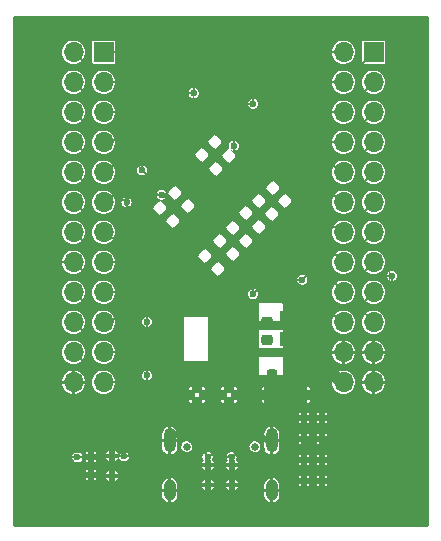
<source format=gbs>
G04 #@! TF.GenerationSoftware,KiCad,Pcbnew,7.0.9*
G04 #@! TF.CreationDate,2023-12-24T11:58:57-08:00*
G04 #@! TF.ProjectId,stm43f405,73746d34-3366-4343-9035-2e6b69636164,rev?*
G04 #@! TF.SameCoordinates,Original*
G04 #@! TF.FileFunction,Soldermask,Bot*
G04 #@! TF.FilePolarity,Negative*
%FSLAX46Y46*%
G04 Gerber Fmt 4.6, Leading zero omitted, Abs format (unit mm)*
G04 Created by KiCad (PCBNEW 7.0.9) date 2023-12-24 11:58:57*
%MOMM*%
%LPD*%
G01*
G04 APERTURE LIST*
G04 Aperture macros list*
%AMRoundRect*
0 Rectangle with rounded corners*
0 $1 Rounding radius*
0 $2 $3 $4 $5 $6 $7 $8 $9 X,Y pos of 4 corners*
0 Add a 4 corners polygon primitive as box body*
4,1,4,$2,$3,$4,$5,$6,$7,$8,$9,$2,$3,0*
0 Add four circle primitives for the rounded corners*
1,1,$1+$1,$2,$3*
1,1,$1+$1,$4,$5*
1,1,$1+$1,$6,$7*
1,1,$1+$1,$8,$9*
0 Add four rect primitives between the rounded corners*
20,1,$1+$1,$2,$3,$4,$5,0*
20,1,$1+$1,$4,$5,$6,$7,0*
20,1,$1+$1,$6,$7,$8,$9,0*
20,1,$1+$1,$8,$9,$2,$3,0*%
G04 Aperture macros list end*
%ADD10C,0.650000*%
%ADD11O,1.000000X2.100000*%
%ADD12O,1.000000X1.800000*%
%ADD13RoundRect,0.225000X-0.017678X0.335876X-0.335876X0.017678X0.017678X-0.335876X0.335876X-0.017678X0*%
%ADD14RoundRect,0.225000X0.017678X-0.335876X0.335876X-0.017678X-0.017678X0.335876X-0.335876X0.017678X0*%
%ADD15RoundRect,0.250000X-0.450000X-0.425000X0.450000X-0.425000X0.450000X0.425000X-0.450000X0.425000X0*%
%ADD16RoundRect,0.200000X-0.275000X0.200000X-0.275000X-0.200000X0.275000X-0.200000X0.275000X0.200000X0*%
%ADD17RoundRect,0.225000X-0.335876X-0.017678X-0.017678X-0.335876X0.335876X0.017678X0.017678X0.335876X0*%
%ADD18R,1.700000X1.700000*%
%ADD19O,1.700000X1.700000*%
%ADD20RoundRect,0.225000X-0.250000X0.225000X-0.250000X-0.225000X0.250000X-0.225000X0.250000X0.225000X0*%
%ADD21RoundRect,0.225000X-0.225000X-0.250000X0.225000X-0.250000X0.225000X0.250000X-0.225000X0.250000X0*%
%ADD22R,2.000000X1.500000*%
%ADD23R,2.000000X3.800000*%
G04 #@! TA.AperFunction,SMDPad,CuDef*
%ADD24R,1.250000X1.000000*%
G04 #@! TD*
G04 #@! TA.AperFunction,SMDPad,CuDef*
%ADD25R,3.150000X1.000000*%
G04 #@! TD*
G04 #@! TA.AperFunction,SMDPad,CuDef*
%ADD26RoundRect,0.225000X0.225000X0.250000X-0.225000X0.250000X-0.225000X-0.250000X0.225000X-0.250000X0*%
G04 #@! TD*
G04 #@! TA.AperFunction,SMDPad,CuDef*
%ADD27RoundRect,0.218750X-0.256250X0.218750X-0.256250X-0.218750X0.256250X-0.218750X0.256250X0.218750X0*%
G04 #@! TD*
G04 #@! TA.AperFunction,SMDPad,CuDef*
%ADD28R,1.400000X1.500000*%
G04 #@! TD*
G04 #@! TA.AperFunction,SMDPad,CuDef*
%ADD29R,0.600000X1.240000*%
G04 #@! TD*
G04 #@! TA.AperFunction,SMDPad,CuDef*
%ADD30R,0.300000X1.240000*%
G04 #@! TD*
G04 #@! TA.AperFunction,ComponentPad*
%ADD31O,1.000000X2.100000*%
G04 #@! TD*
G04 #@! TA.AperFunction,ComponentPad*
%ADD32O,1.000000X1.800000*%
G04 #@! TD*
G04 #@! TA.AperFunction,SMDPad,CuDef*
%ADD33RoundRect,0.200000X-0.275000X0.200000X-0.275000X-0.200000X0.275000X-0.200000X0.275000X0.200000X0*%
G04 #@! TD*
G04 #@! TA.AperFunction,SMDPad,CuDef*
%ADD34R,1.000000X1.150000*%
G04 #@! TD*
G04 #@! TA.AperFunction,SMDPad,CuDef*
%ADD35RoundRect,0.225000X-0.225000X-0.250000X0.225000X-0.250000X0.225000X0.250000X-0.225000X0.250000X0*%
G04 #@! TD*
G04 #@! TA.AperFunction,SMDPad,CuDef*
%ADD36RoundRect,0.075000X0.548008X-0.441942X-0.441942X0.548008X-0.548008X0.441942X0.441942X-0.548008X0*%
G04 #@! TD*
G04 #@! TA.AperFunction,SMDPad,CuDef*
%ADD37RoundRect,0.075000X0.548008X0.441942X0.441942X0.548008X-0.548008X-0.441942X-0.441942X-0.548008X0*%
G04 #@! TD*
G04 #@! TA.AperFunction,SMDPad,CuDef*
%ADD38RoundRect,0.225000X0.250000X-0.225000X0.250000X0.225000X-0.250000X0.225000X-0.250000X-0.225000X0*%
G04 #@! TD*
G04 #@! TA.AperFunction,ComponentPad*
%ADD39R,1.700000X1.700000*%
G04 #@! TD*
G04 #@! TA.AperFunction,ComponentPad*
%ADD40O,1.700000X1.700000*%
G04 #@! TD*
G04 #@! TA.AperFunction,ViaPad*
%ADD41C,0.600000*%
G04 #@! TD*
G04 #@! TA.AperFunction,Conductor*
%ADD42C,0.762000*%
G04 #@! TD*
G04 #@! TA.AperFunction,Conductor*
%ADD43C,0.152400*%
G04 #@! TD*
G04 #@! TA.AperFunction,Conductor*
%ADD44C,0.381000*%
G04 #@! TD*
G04 #@! TA.AperFunction,Conductor*
%ADD45C,0.508000*%
G04 #@! TD*
G04 #@! TA.AperFunction,Conductor*
%ADD46C,0.254000*%
G04 #@! TD*
G04 #@! TA.AperFunction,Conductor*
%ADD47C,0.200000*%
G04 #@! TD*
G04 #@! TA.AperFunction,SMDPad,CuDef*
%ADD48RoundRect,0.225000X-0.017678X0.335876X-0.335876X0.017678X0.017678X-0.335876X0.335876X-0.017678X0*%
G04 #@! TD*
G04 #@! TA.AperFunction,SMDPad,CuDef*
%ADD49RoundRect,0.225000X0.017678X-0.335876X0.335876X-0.017678X-0.017678X0.335876X-0.335876X0.017678X0*%
G04 #@! TD*
G04 #@! TA.AperFunction,SMDPad,CuDef*
%ADD50RoundRect,0.250000X-0.450000X-0.425000X0.450000X-0.425000X0.450000X0.425000X-0.450000X0.425000X0*%
G04 #@! TD*
G04 #@! TA.AperFunction,SMDPad,CuDef*
%ADD51RoundRect,0.225000X-0.335876X-0.017678X-0.017678X-0.335876X0.335876X0.017678X0.017678X0.335876X0*%
G04 #@! TD*
G04 #@! TA.AperFunction,SMDPad,CuDef*
%ADD52RoundRect,0.225000X-0.250000X0.225000X-0.250000X-0.225000X0.250000X-0.225000X0.250000X0.225000X0*%
G04 #@! TD*
G04 #@! TA.AperFunction,SMDPad,CuDef*
%ADD53R,2.000000X1.500000*%
G04 #@! TD*
G04 #@! TA.AperFunction,SMDPad,CuDef*
%ADD54R,2.000000X3.800000*%
G04 #@! TD*
G04 #@! TA.AperFunction,Conductor*
%ADD55C,1.016000*%
G04 #@! TD*
%ADD56R,1.250000X1.000000*%
%ADD57R,3.150000X1.000000*%
%ADD58RoundRect,0.225000X0.225000X0.250000X-0.225000X0.250000X-0.225000X-0.250000X0.225000X-0.250000X0*%
%ADD59RoundRect,0.218750X-0.256250X0.218750X-0.256250X-0.218750X0.256250X-0.218750X0.256250X0.218750X0*%
%ADD60R,1.400000X1.500000*%
%ADD61R,0.600000X1.240000*%
%ADD62R,0.300000X1.240000*%
%ADD63R,1.000000X1.150000*%
%ADD64RoundRect,0.075000X0.548008X-0.441942X-0.441942X0.548008X-0.548008X0.441942X0.441942X-0.548008X0*%
%ADD65RoundRect,0.075000X0.548008X0.441942X0.441942X0.548008X-0.548008X-0.441942X-0.441942X-0.548008X0*%
%ADD66RoundRect,0.225000X0.250000X-0.225000X0.250000X0.225000X-0.250000X0.225000X-0.250000X-0.225000X0*%
%ADD67C,0.150000*%
%ADD68C,0.120000*%
G04 #@! TA.AperFunction,Profile*
%ADD69C,0.254000*%
G04 #@! TD*
G04 APERTURE END LIST*
D10*
X102110000Y-65395000D03*
X107890000Y-65395000D03*
D11*
X100680000Y-64875000D03*
D12*
X100680000Y-69075000D03*
D11*
X109320000Y-64875000D03*
D12*
X109320000Y-69075000D03*
D13*
X104518008Y-39573992D03*
X103421992Y-40670008D03*
D14*
X104945992Y-47974377D03*
X106042008Y-46878361D03*
D15*
X102993200Y-61010800D03*
X105693200Y-61010800D03*
D16*
X105918000Y-66993000D03*
X105918000Y-68643000D03*
D17*
X99865992Y-45161992D03*
X100962008Y-46258008D03*
D16*
X103886000Y-66993000D03*
X103886000Y-68643000D03*
D17*
X109383192Y-43495592D03*
X110479208Y-44591608D03*
D16*
X95758000Y-66231000D03*
X95758000Y-67881000D03*
D18*
X117940000Y-32000000D03*
D19*
X115400000Y-32000000D03*
X117940000Y-34540000D03*
X115400000Y-34540000D03*
X117940000Y-37080000D03*
X115400000Y-37080000D03*
X117940000Y-39620000D03*
X115400000Y-39620000D03*
X117940000Y-42160000D03*
X115400000Y-42160000D03*
X117940000Y-44700000D03*
X115400000Y-44700000D03*
X117940000Y-47240000D03*
X115400000Y-47240000D03*
X117940000Y-49780000D03*
X115400000Y-49780000D03*
X117940000Y-52320000D03*
X115400000Y-52320000D03*
X117940000Y-54860000D03*
X115400000Y-54860000D03*
X117940000Y-57400000D03*
X115400000Y-57400000D03*
X117940000Y-59940000D03*
X115400000Y-59940000D03*
D15*
X109180420Y-61036471D03*
X111880420Y-61036471D03*
D20*
X93980000Y-66281000D03*
X93980000Y-67831000D03*
D18*
X95080000Y-32000000D03*
D19*
X92540000Y-32000000D03*
X95080000Y-34540000D03*
X92540000Y-34540000D03*
X95080000Y-37080000D03*
X92540000Y-37080000D03*
X95080000Y-39620000D03*
X92540000Y-39620000D03*
X95080000Y-42160000D03*
X92540000Y-42160000D03*
X95080000Y-44700000D03*
X92540000Y-44700000D03*
X95080000Y-47240000D03*
X92540000Y-47240000D03*
X95080000Y-49780000D03*
X92540000Y-49780000D03*
X95080000Y-52320000D03*
X92540000Y-52320000D03*
X95080000Y-54860000D03*
X92540000Y-54860000D03*
X95080000Y-57400000D03*
X92540000Y-57400000D03*
X95080000Y-59940000D03*
X92540000Y-59940000D03*
D17*
X101135992Y-43891992D03*
X102232008Y-44988008D03*
D13*
X109344008Y-45669992D03*
X108247992Y-46766008D03*
D21*
X112014000Y-64770000D03*
X113564000Y-64770000D03*
D13*
X105704008Y-40777792D03*
X104607992Y-41873808D03*
D21*
X112014000Y-66548000D03*
X113564000Y-66548000D03*
D14*
X106023623Y-49052008D03*
X107119639Y-47955992D03*
D13*
X108269408Y-44562392D03*
X107173392Y-45658408D03*
D21*
X112014000Y-62992000D03*
X113564000Y-62992000D03*
D22*
X109220400Y-53986400D03*
X109220400Y-56286400D03*
X109220400Y-58586400D03*
D23*
X102920400Y-56286400D03*
D21*
X112014000Y-68326000D03*
X113564000Y-68326000D03*
D17*
X103675992Y-49225992D03*
X104772008Y-50322008D03*
D24*
X119021000Y-69586000D03*
X111271000Y-69586000D03*
D25*
X102715000Y-31994000D03*
X107765000Y-31994000D03*
X102715000Y-34534000D03*
X107765000Y-34534000D03*
D26*
X112027000Y-52832000D03*
X110477000Y-52832000D03*
D27*
X91270000Y-61940500D03*
X91270000Y-63515500D03*
D28*
X109304951Y-61096050D03*
X111404951Y-61096050D03*
D29*
X101800000Y-64275000D03*
X102600000Y-64275000D03*
D30*
X103750000Y-64275000D03*
X104750000Y-64275000D03*
X105250000Y-64275000D03*
X106250000Y-64275000D03*
D29*
X107400000Y-64275000D03*
X108200000Y-64275000D03*
X108200000Y-64275000D03*
X107400000Y-64275000D03*
D30*
X106750000Y-64275000D03*
X105750000Y-64275000D03*
X104250000Y-64275000D03*
X103250000Y-64275000D03*
D29*
X102600000Y-64275000D03*
X101800000Y-64275000D03*
D31*
X100680000Y-64875000D03*
D32*
X100680000Y-69075000D03*
D31*
X109320000Y-64875000D03*
D32*
X109320000Y-69075000D03*
D33*
X94826000Y-61903000D03*
X94826000Y-63553000D03*
D26*
X112926000Y-59300000D03*
X111376000Y-59300000D03*
D33*
X93048000Y-61903000D03*
X93048000Y-63553000D03*
D34*
X110552000Y-54497000D03*
X110552000Y-56247000D03*
X111952000Y-56247000D03*
X111952000Y-54497000D03*
D24*
X98701000Y-69586000D03*
X90951000Y-69586000D03*
D35*
X112509000Y-65278000D03*
X114059000Y-65278000D03*
D36*
X106601181Y-51664481D03*
X106954734Y-51310928D03*
X107308287Y-50957375D03*
X107661841Y-50603821D03*
X108015394Y-50250268D03*
X108368948Y-49896714D03*
X108722501Y-49543161D03*
X109076054Y-49189608D03*
X109429608Y-48836054D03*
X109783161Y-48482501D03*
X110136714Y-48128948D03*
X110490268Y-47775394D03*
X110843821Y-47421841D03*
X111197375Y-47068287D03*
X111550928Y-46714734D03*
X111904481Y-46361181D03*
D37*
X111904481Y-43638819D03*
X111550928Y-43285266D03*
X111197375Y-42931713D03*
X110843821Y-42578159D03*
X110490268Y-42224606D03*
X110136714Y-41871052D03*
X109783161Y-41517499D03*
X109429608Y-41163946D03*
X109076054Y-40810392D03*
X108722501Y-40456839D03*
X108368948Y-40103286D03*
X108015394Y-39749732D03*
X107661841Y-39396179D03*
X107308287Y-39042625D03*
X106954734Y-38689072D03*
X106601181Y-38335519D03*
D36*
X103878819Y-38335519D03*
X103525266Y-38689072D03*
X103171713Y-39042625D03*
X102818159Y-39396179D03*
X102464606Y-39749732D03*
X102111052Y-40103286D03*
X101757499Y-40456839D03*
X101403946Y-40810392D03*
X101050392Y-41163946D03*
X100696839Y-41517499D03*
X100343286Y-41871052D03*
X99989732Y-42224606D03*
X99636179Y-42578159D03*
X99282625Y-42931713D03*
X98929072Y-43285266D03*
X98575519Y-43638819D03*
D37*
X98575519Y-46361181D03*
X98929072Y-46714734D03*
X99282625Y-47068287D03*
X99636179Y-47421841D03*
X99989732Y-47775394D03*
X100343286Y-48128948D03*
X100696839Y-48482501D03*
X101050392Y-48836054D03*
X101403946Y-49189608D03*
X101757499Y-49543161D03*
X102111052Y-49896714D03*
X102464606Y-50250268D03*
X102818159Y-50603821D03*
X103171713Y-50957375D03*
X103525266Y-51310928D03*
X103878819Y-51664481D03*
D38*
X108953000Y-56375473D03*
X108953000Y-54825473D03*
D27*
X96604000Y-61940500D03*
X96604000Y-63515500D03*
D35*
X107783899Y-59300000D03*
X109333899Y-59300000D03*
D39*
X117940000Y-32000000D03*
D40*
X115400000Y-32000000D03*
X117940000Y-34540000D03*
X115400000Y-34540000D03*
X117940000Y-37080000D03*
X115400000Y-37080000D03*
X117940000Y-39620000D03*
X115400000Y-39620000D03*
X117940000Y-42160000D03*
X115400000Y-42160000D03*
X117940000Y-44700000D03*
X115400000Y-44700000D03*
X117940000Y-47240000D03*
X115400000Y-47240000D03*
X117940000Y-49780000D03*
X115400000Y-49780000D03*
X117940000Y-52320000D03*
X115400000Y-52320000D03*
X117940000Y-54860000D03*
X115400000Y-54860000D03*
X117940000Y-57400000D03*
X115400000Y-57400000D03*
X117940000Y-59940000D03*
X115400000Y-59940000D03*
D39*
X95080000Y-32000000D03*
D40*
X92540000Y-32000000D03*
X95080000Y-34540000D03*
X92540000Y-34540000D03*
X95080000Y-37080000D03*
X92540000Y-37080000D03*
X95080000Y-39620000D03*
X92540000Y-39620000D03*
X95080000Y-42160000D03*
X92540000Y-42160000D03*
X95080000Y-44700000D03*
X92540000Y-44700000D03*
X95080000Y-47240000D03*
X92540000Y-47240000D03*
X95080000Y-49780000D03*
X92540000Y-49780000D03*
X95080000Y-52320000D03*
X92540000Y-52320000D03*
X95080000Y-54860000D03*
X92540000Y-54860000D03*
X95080000Y-57400000D03*
X92540000Y-57400000D03*
X95080000Y-59940000D03*
X92540000Y-59940000D03*
D41*
X101092000Y-58928000D03*
X93929200Y-61899800D03*
X99237800Y-44551600D03*
X107746800Y-44069000D03*
X101092000Y-60960000D03*
X98679000Y-68707000D03*
X101092000Y-56896000D03*
X103378000Y-47828200D03*
X106934000Y-53086000D03*
X108813600Y-42900600D03*
X104673400Y-32004000D03*
X102997000Y-53340000D03*
X109982000Y-46558200D03*
X101092000Y-54864000D03*
X105257600Y-39014400D03*
X102819200Y-48387000D03*
X111912400Y-51257200D03*
X119481600Y-50952400D03*
X92862400Y-66281000D03*
X98755200Y-59359800D03*
X98755200Y-54813200D03*
X96824800Y-66231000D03*
X108966000Y-47193200D03*
X114401600Y-66548000D03*
X114350800Y-68326000D03*
X112826800Y-52832000D03*
X114833400Y-65278000D03*
X97917000Y-44297600D03*
X96621600Y-67894200D03*
X112750600Y-61925200D03*
X106781600Y-45008800D03*
X106603800Y-61925200D03*
X120523000Y-50927000D03*
X104013000Y-41275000D03*
X112649000Y-42545000D03*
X99822000Y-59359800D03*
X111887000Y-48768000D03*
X114452400Y-62992000D03*
X112776000Y-54508400D03*
X105841800Y-32004000D03*
X104876600Y-68630800D03*
X110845600Y-57150000D03*
X107010200Y-59309000D03*
X93116400Y-67843400D03*
X106426000Y-53848000D03*
X107746800Y-37287200D03*
X101574600Y-45643800D03*
X104673400Y-35458400D03*
X101447600Y-53746400D03*
X106578400Y-47421800D03*
X97434400Y-61950600D03*
X113360200Y-60020200D03*
X107746800Y-52476400D03*
X107238800Y-66192400D03*
X102819200Y-66217800D03*
X107391200Y-63322200D03*
X111023400Y-68199000D03*
X111023400Y-67437000D03*
X102616000Y-63322200D03*
X107746800Y-36372800D03*
X98342956Y-41992044D03*
X102715000Y-35461000D03*
X97028000Y-44704000D03*
X103886000Y-66243200D03*
X105918000Y-66294000D03*
X106095800Y-39928800D03*
X99999800Y-44069000D03*
D42*
X104663400Y-31994000D02*
X104673400Y-32004000D01*
X98701000Y-69586000D02*
X98701000Y-68729000D01*
X98701000Y-68729000D02*
X98679000Y-68707000D01*
D43*
X99237800Y-44301100D02*
X98575519Y-43638819D01*
D42*
X102715000Y-31994000D02*
X104663400Y-31994000D01*
D43*
X99237800Y-44551600D02*
X99237800Y-44301100D01*
X106934000Y-51997300D02*
X106934000Y-53086000D01*
D42*
X93929200Y-61899800D02*
X93926000Y-61903000D01*
D43*
X110542688Y-43586400D02*
X109499400Y-43586400D01*
X103878819Y-51664481D02*
X102997000Y-52546300D01*
X110843821Y-47421841D02*
X110843821Y-47420021D01*
D42*
X94826000Y-61903000D02*
X93932400Y-61903000D01*
D43*
X106601181Y-38335519D02*
X105922300Y-39014400D01*
X110843821Y-47420021D02*
X109982000Y-46558200D01*
X109499400Y-43586400D02*
X108813600Y-42900600D01*
X106601181Y-51664481D02*
X106934000Y-51997300D01*
X111197375Y-42931713D02*
X110542688Y-43586400D01*
X102997000Y-52546300D02*
X102997000Y-53340000D01*
D42*
X93932400Y-61903000D02*
X93929200Y-61899800D01*
D43*
X105922300Y-39014400D02*
X105257600Y-39014400D01*
D42*
X93926000Y-61903000D02*
X93048000Y-61903000D01*
D43*
X110436540Y-51257200D02*
X108722501Y-49543161D01*
X112509000Y-68897800D02*
X112509000Y-65278000D01*
X113677400Y-64109600D02*
X112509000Y-65278000D01*
X111912400Y-51257200D02*
X110436540Y-51257200D01*
X119481600Y-61925200D02*
X117297200Y-64109600D01*
X111820800Y-69586000D02*
X112509000Y-68897800D01*
X117297200Y-64109600D02*
X113677400Y-64109600D01*
X111271000Y-69586000D02*
X111820800Y-69586000D01*
X119481600Y-50952400D02*
X119481600Y-61925200D01*
X98755200Y-65887600D02*
X98411800Y-66231000D01*
X90951000Y-66833800D02*
X90951000Y-69586000D01*
X98755200Y-53959674D02*
X102464606Y-50250268D01*
X92862400Y-66281000D02*
X91503800Y-66281000D01*
X98411800Y-66231000D02*
X96824800Y-66231000D01*
X98755200Y-59359800D02*
X98755200Y-65887600D01*
X98755200Y-54813200D02*
X98755200Y-53959674D01*
X91503800Y-66281000D02*
X90951000Y-66833800D01*
D42*
X107765000Y-31994000D02*
X105851800Y-31994000D01*
X112926000Y-59300000D02*
X113360200Y-59734200D01*
X112764600Y-54497000D02*
X111952000Y-54497000D01*
D43*
X112395000Y-42545000D02*
X112649000Y-42545000D01*
D44*
X109320000Y-64875000D02*
X108800000Y-64875000D01*
D42*
X113360200Y-59734200D02*
X113360200Y-60020200D01*
X110552000Y-56247000D02*
X110552000Y-56856400D01*
D45*
X101280000Y-64275000D02*
X101800000Y-64275000D01*
D43*
X112291194Y-42545000D02*
X112395000Y-42545000D01*
D42*
X96604000Y-61940500D02*
X97424300Y-61940500D01*
X108953000Y-56375473D02*
X110423527Y-56375473D01*
D44*
X108800000Y-64875000D02*
X108200000Y-64275000D01*
D42*
X97424300Y-61940500D02*
X97434400Y-61950600D01*
X110552000Y-56856400D02*
X110845600Y-57150000D01*
X112027000Y-52832000D02*
X112826800Y-52832000D01*
X107019200Y-59300000D02*
X107010200Y-59309000D01*
X112776000Y-54508400D02*
X112764600Y-54497000D01*
X107783899Y-59300000D02*
X107019200Y-59300000D01*
X114059000Y-65278000D02*
X114833400Y-65278000D01*
X105851800Y-31994000D02*
X105841800Y-32004000D01*
D43*
X111550928Y-43285266D02*
X112291194Y-42545000D01*
D42*
X110423527Y-56375473D02*
X110552000Y-56247000D01*
D45*
X100680000Y-64875000D02*
X101280000Y-64275000D01*
D43*
X107746800Y-52102994D02*
X106954734Y-51310928D01*
X107746800Y-52476400D02*
X107746800Y-52102994D01*
X110635646Y-50749200D02*
X112344200Y-50749200D01*
X113538000Y-53213000D02*
X115185000Y-54860000D01*
X109076054Y-49189608D02*
X110635646Y-50749200D01*
X115185000Y-54860000D02*
X115400000Y-54860000D01*
X113538000Y-51943000D02*
X113538000Y-53213000D01*
X112344200Y-50749200D02*
X113538000Y-51943000D01*
X109429608Y-48836054D02*
X110987154Y-50393600D01*
X116666000Y-53594000D02*
X117940000Y-52320000D01*
X114681000Y-53594000D02*
X116666000Y-53594000D01*
X112750600Y-50393600D02*
X114046000Y-51689000D01*
X110987154Y-50393600D02*
X112750600Y-50393600D01*
X114046000Y-52959000D02*
X114681000Y-53594000D01*
X114046000Y-51689000D02*
X114046000Y-52959000D01*
X115400000Y-52320000D02*
X113067200Y-49987200D01*
X113067200Y-49987200D02*
X111287860Y-49987200D01*
X111287860Y-49987200D02*
X109783161Y-48482501D01*
D46*
X107188000Y-66141600D02*
X107238800Y-66192400D01*
D45*
X102600000Y-63338200D02*
X102616000Y-63322200D01*
D46*
X102819200Y-64494200D02*
X102819200Y-66217800D01*
X102600000Y-64275000D02*
X102819200Y-64494200D01*
D45*
X107400000Y-64275000D02*
X107400000Y-63331000D01*
D46*
X107400000Y-64275000D02*
X107188000Y-64487000D01*
D45*
X107400000Y-63331000D02*
X107391200Y-63322200D01*
X102600000Y-64275000D02*
X102600000Y-63338200D01*
D46*
X107188000Y-64487000D02*
X107188000Y-66141600D01*
D43*
X111639366Y-49631600D02*
X110136714Y-48128948D01*
X116666000Y-51054000D02*
X114808000Y-51054000D01*
X114808000Y-51054000D02*
X113385600Y-49631600D01*
X113385600Y-49631600D02*
X111639366Y-49631600D01*
X117940000Y-49780000D02*
X116666000Y-51054000D01*
X114769000Y-49149000D02*
X115400000Y-49780000D01*
X113278088Y-49149000D02*
X114769000Y-49149000D01*
X111197375Y-47068287D02*
X113278088Y-49149000D01*
X111550928Y-46714734D02*
X113350194Y-48514000D01*
X116666000Y-48514000D02*
X117940000Y-47240000D01*
X113350194Y-48514000D02*
X116666000Y-48514000D01*
X114968305Y-46808305D02*
X115400000Y-47240000D01*
X111904481Y-46361181D02*
X112351605Y-46808305D01*
X112351605Y-46808305D02*
X114968305Y-46808305D01*
X96566500Y-63553000D02*
X96604000Y-63515500D01*
X94826000Y-63553000D02*
X96566500Y-63553000D01*
X111904481Y-43638819D02*
X114239662Y-45974000D01*
X116666000Y-45974000D02*
X117940000Y-44700000D01*
X114239662Y-45974000D02*
X116666000Y-45974000D01*
X113707600Y-43267600D02*
X115140000Y-44700000D01*
X113707600Y-42357600D02*
X113707600Y-43267600D01*
X115140000Y-44700000D02*
X115400000Y-44700000D01*
X110843821Y-42578159D02*
X111638980Y-41783000D01*
X113133000Y-41783000D02*
X113707600Y-42357600D01*
X111638980Y-41783000D02*
X113133000Y-41783000D01*
X114140000Y-41980000D02*
X113435000Y-41275000D01*
X113435000Y-41275000D02*
X111439874Y-41275000D01*
X117940000Y-42160000D02*
X116666000Y-43434000D01*
X114140000Y-42893000D02*
X114140000Y-41980000D01*
X114681000Y-43434000D02*
X114140000Y-42893000D01*
X116666000Y-43434000D02*
X114681000Y-43434000D01*
X111439874Y-41275000D02*
X110490268Y-42224606D01*
X110136714Y-41871052D02*
X111367766Y-40640000D01*
X115058000Y-42160000D02*
X115400000Y-42160000D01*
X113538000Y-40640000D02*
X115058000Y-42160000D01*
X111367766Y-40640000D02*
X113538000Y-40640000D01*
X114681000Y-40894000D02*
X113919000Y-40132000D01*
X117940000Y-39620000D02*
X116666000Y-40894000D01*
X111168660Y-40132000D02*
X109783161Y-41517499D01*
X113919000Y-40132000D02*
X111168660Y-40132000D01*
X116666000Y-40894000D02*
X114681000Y-40894000D01*
X109429608Y-41163946D02*
X110973554Y-39620000D01*
X110973554Y-39620000D02*
X115400000Y-39620000D01*
X109076054Y-40810392D02*
X111532446Y-38354000D01*
X111532446Y-38354000D02*
X116666000Y-38354000D01*
X116666000Y-38354000D02*
X117940000Y-37080000D01*
X108722501Y-40456839D02*
X112099340Y-37080000D01*
X112099340Y-37080000D02*
X115400000Y-37080000D01*
X116666000Y-35814000D02*
X117940000Y-34540000D01*
X108368948Y-40103286D02*
X112658234Y-35814000D01*
X112658234Y-35814000D02*
X116666000Y-35814000D01*
X108015394Y-39749732D02*
X111252000Y-36513126D01*
X111764000Y-34540000D02*
X115400000Y-34540000D01*
X111252000Y-35052000D02*
X111764000Y-34540000D01*
X111252000Y-36513126D02*
X111252000Y-35052000D01*
X116666000Y-33274000D02*
X111506000Y-33274000D01*
X111506000Y-33274000D02*
X110617000Y-34163000D01*
X117940000Y-32000000D02*
X116666000Y-33274000D01*
X110617000Y-36441020D02*
X107661841Y-39396179D01*
X110617000Y-34163000D02*
X110617000Y-36441020D01*
X93010500Y-63515500D02*
X93048000Y-63553000D01*
X91270000Y-63515500D02*
X93010500Y-63515500D01*
X109982000Y-36368912D02*
X109982000Y-33020000D01*
X111002000Y-32000000D02*
X115400000Y-32000000D01*
X107308287Y-39042625D02*
X109982000Y-36368912D01*
X109982000Y-33020000D02*
X111002000Y-32000000D01*
X97543300Y-32000000D02*
X95080000Y-32000000D01*
X103878819Y-38335519D02*
X97543300Y-32000000D01*
X98110194Y-33274000D02*
X93814000Y-33274000D01*
X93814000Y-33274000D02*
X92540000Y-32000000D01*
X103525266Y-38689072D02*
X98110194Y-33274000D01*
X103171713Y-39042625D02*
X98669088Y-34540000D01*
X98669088Y-34540000D02*
X95080000Y-34540000D01*
X93814000Y-35814000D02*
X92540000Y-34540000D01*
X99235980Y-35814000D02*
X93814000Y-35814000D01*
X102818159Y-39396179D02*
X99235980Y-35814000D01*
X102464606Y-39726606D02*
X99818000Y-37080000D01*
X99818000Y-37080000D02*
X95080000Y-37080000D01*
X102464606Y-39749732D02*
X102464606Y-39726606D01*
X96774000Y-37719000D02*
X96139000Y-38354000D01*
X96139000Y-38354000D02*
X93814000Y-38354000D01*
X102111052Y-40103286D02*
X99726766Y-37719000D01*
X93814000Y-38354000D02*
X92540000Y-37080000D01*
X99726766Y-37719000D02*
X96774000Y-37719000D01*
X95762000Y-39620000D02*
X95080000Y-39620000D01*
X99527660Y-38227000D02*
X97155000Y-38227000D01*
X97155000Y-38227000D02*
X95762000Y-39620000D01*
X101757499Y-40456839D02*
X99527660Y-38227000D01*
X97853500Y-38735000D02*
X99328554Y-38735000D01*
X99328554Y-38735000D02*
X101403946Y-40810392D01*
X93814000Y-40894000D02*
X95694500Y-40894000D01*
X95694500Y-40894000D02*
X97853500Y-38735000D01*
X92540000Y-39620000D02*
X93814000Y-40894000D01*
X98298000Y-39243000D02*
X95381000Y-42160000D01*
X101050392Y-41163946D02*
X99129446Y-39243000D01*
X99129446Y-39243000D02*
X98298000Y-39243000D01*
X95381000Y-42160000D02*
X95080000Y-42160000D01*
X99057340Y-39878000D02*
X98425000Y-39878000D01*
X100696839Y-41517499D02*
X99057340Y-39878000D01*
X96393000Y-42799000D02*
X95758000Y-43434000D01*
X98425000Y-39878000D02*
X96393000Y-41910000D01*
X96393000Y-41910000D02*
X96393000Y-42799000D01*
X95758000Y-43434000D02*
X93814000Y-43434000D01*
X93814000Y-43434000D02*
X92540000Y-42160000D01*
D47*
X104750000Y-63344999D02*
X104663500Y-63258499D01*
X104663500Y-63258499D02*
X104663500Y-55460724D01*
X105446500Y-47803704D02*
X100652091Y-43009295D01*
X104663500Y-55460724D02*
X105446500Y-54677724D01*
X104750000Y-64275000D02*
X104750000Y-63344999D01*
X105553499Y-63258499D02*
X104663500Y-63258499D01*
X100652091Y-43009295D02*
X100652091Y-42886965D01*
X105446500Y-54677724D02*
X105446500Y-47803704D01*
X100652091Y-42886965D02*
X99989732Y-42224606D01*
X105750000Y-63455000D02*
X105553499Y-63258499D01*
X105750000Y-64275000D02*
X105750000Y-63455000D01*
X105119500Y-54542276D02*
X105119500Y-47939150D01*
X104394000Y-65532000D02*
X105092500Y-65532000D01*
X104250000Y-64275000D02*
X104250000Y-65388000D01*
X100420868Y-43240518D02*
X100298538Y-43240518D01*
X104250000Y-65388000D02*
X104394000Y-65532000D01*
X104250000Y-63344999D02*
X104336500Y-63258499D01*
X104336500Y-63258499D02*
X104336500Y-55325276D01*
X104336500Y-55325276D02*
X105119500Y-54542276D01*
X105092500Y-65532000D02*
X105250000Y-65374500D01*
X105250000Y-65374500D02*
X105250000Y-64275000D01*
X100298538Y-43240518D02*
X99636179Y-42578159D01*
X105119500Y-47939150D02*
X100420868Y-43240518D01*
X104250000Y-64275000D02*
X104250000Y-63344999D01*
D43*
X108508800Y-52157888D02*
X108508800Y-52679600D01*
X109333899Y-61067102D02*
X109304951Y-61096050D01*
X108813600Y-58521600D02*
X109333899Y-59041899D01*
X109333899Y-59041899D02*
X109333899Y-59300000D01*
X109333899Y-59300000D02*
X109333899Y-61067102D01*
X107289600Y-53898800D02*
X107289600Y-58064400D01*
X107308287Y-50957375D02*
X108508800Y-52157888D01*
X107746800Y-58521600D02*
X108813600Y-58521600D01*
X108508800Y-52679600D02*
X107289600Y-53898800D01*
X107289600Y-58064400D02*
X107746800Y-58521600D01*
X100343286Y-41871052D02*
X98985234Y-40513000D01*
X98985234Y-40513000D02*
X98425000Y-40513000D01*
X98425000Y-40513000D02*
X96901000Y-42037000D01*
X96901000Y-42037000D02*
X96901000Y-43180000D01*
X95381000Y-44700000D02*
X95080000Y-44700000D01*
X96901000Y-43180000D02*
X95381000Y-44700000D01*
X97155000Y-47371000D02*
X95758000Y-45974000D01*
X93814000Y-45974000D02*
X92540000Y-44700000D01*
X98929072Y-46714734D02*
X98272806Y-47371000D01*
X98272806Y-47371000D02*
X97155000Y-47371000D01*
X95758000Y-45974000D02*
X93814000Y-45974000D01*
X98598912Y-47752000D02*
X99282625Y-47068287D01*
X95592000Y-47752000D02*
X98598912Y-47752000D01*
X95080000Y-47240000D02*
X95592000Y-47752000D01*
X99636179Y-47421841D02*
X99636179Y-47429821D01*
X99636179Y-47429821D02*
X98552000Y-48514000D01*
X93814000Y-48514000D02*
X92540000Y-47240000D01*
X98552000Y-48514000D02*
X93814000Y-48514000D01*
X97985126Y-49780000D02*
X95080000Y-49780000D01*
X99989732Y-47775394D02*
X97985126Y-49780000D01*
X90529600Y-49780000D02*
X89814400Y-50495200D01*
X93814000Y-51054000D02*
X92540000Y-49780000D01*
X89814400Y-50495200D02*
X89814400Y-61163200D01*
X92540000Y-49780000D02*
X90529600Y-49780000D01*
X97418234Y-51054000D02*
X93814000Y-51054000D01*
X90591700Y-61940500D02*
X91270000Y-61940500D01*
X89814400Y-61163200D02*
X90591700Y-61940500D01*
X100343286Y-48128948D02*
X97418234Y-51054000D01*
X100696839Y-48482501D02*
X96859340Y-52320000D01*
X96859340Y-52320000D02*
X95080000Y-52320000D01*
X101050392Y-48836054D02*
X96292446Y-53594000D01*
X93814000Y-53594000D02*
X92540000Y-52320000D01*
X96292446Y-53594000D02*
X93814000Y-53594000D01*
X95733554Y-54860000D02*
X101403946Y-49189608D01*
X95080000Y-54860000D02*
X95733554Y-54860000D01*
X93814000Y-56134000D02*
X92540000Y-54860000D01*
X101757499Y-49543161D02*
X97129600Y-54171060D01*
X96367600Y-56134000D02*
X93814000Y-56134000D01*
X97129600Y-55372000D02*
X96367600Y-56134000D01*
X97129600Y-54171060D02*
X97129600Y-55372000D01*
X107645200Y-54203600D02*
X107645200Y-57658000D01*
X107645200Y-57658000D02*
X108102400Y-58115200D01*
X110191200Y-58115200D02*
X111376000Y-59300000D01*
X108864400Y-51806380D02*
X108864400Y-52984400D01*
X108102400Y-58115200D02*
X110191200Y-58115200D01*
X111376000Y-59300000D02*
X111376000Y-61067099D01*
X107661841Y-50603821D02*
X108864400Y-51806380D01*
X108864400Y-52984400D02*
X107645200Y-54203600D01*
X111376000Y-61067099D02*
X111404951Y-61096050D01*
X97967800Y-55905400D02*
X96473200Y-57400000D01*
X97967800Y-54051200D02*
X97967800Y-55905400D01*
X102111052Y-49896714D02*
X102111052Y-49907948D01*
X102111052Y-49907948D02*
X97967800Y-54051200D01*
X96473200Y-57400000D02*
X95080000Y-57400000D01*
X99517200Y-53904780D02*
X102818159Y-50603821D01*
X92540000Y-57400000D02*
X93814000Y-58674000D01*
X97028000Y-58674000D02*
X99517200Y-56184800D01*
X93814000Y-58674000D02*
X97028000Y-58674000D01*
X99517200Y-56184800D02*
X99517200Y-53904780D01*
X100177600Y-56489600D02*
X96727200Y-59940000D01*
X103171713Y-50957375D02*
X100177600Y-53951488D01*
X100177600Y-53951488D02*
X100177600Y-56489600D01*
X96727200Y-59940000D02*
X95080000Y-59940000D01*
X111252000Y-55372000D02*
X111952000Y-56072000D01*
X108953000Y-54825473D02*
X109499527Y-55372000D01*
X108015394Y-50250268D02*
X109575600Y-51810474D01*
X109575600Y-54202873D02*
X108953000Y-54825473D01*
X109575600Y-51810474D02*
X109575600Y-54202873D01*
X109499527Y-55372000D02*
X111252000Y-55372000D01*
X111952000Y-56072000D02*
X111952000Y-56247000D01*
X108368948Y-49896714D02*
X110477000Y-52004766D01*
X110477000Y-54422000D02*
X110552000Y-54497000D01*
X110477000Y-52004766D02*
X110477000Y-52832000D01*
X110477000Y-52832000D02*
X110477000Y-54422000D01*
X98342956Y-41992044D02*
X99282625Y-42931713D01*
X107746800Y-36372800D02*
X107765000Y-36354600D01*
X107765000Y-36354600D02*
X107765000Y-34534000D01*
X97028000Y-46482000D02*
X97536000Y-46990000D01*
X97028000Y-44704000D02*
X97028000Y-46482000D01*
X97536000Y-46990000D02*
X97946700Y-46990000D01*
X97946700Y-46990000D02*
X98575519Y-46361181D01*
X102715000Y-35461000D02*
X102715000Y-34534000D01*
X103750000Y-66107200D02*
X103750000Y-64275000D01*
X103886000Y-66243200D02*
X103750000Y-66107200D01*
X105918000Y-66294000D02*
X106750000Y-65462000D01*
X106750000Y-65462000D02*
X106750000Y-64275000D01*
X106095800Y-39548006D02*
X106095800Y-39928800D01*
X106954734Y-38689072D02*
X106095800Y-39548006D01*
X99712806Y-44069000D02*
X99999800Y-44069000D01*
X98929072Y-43285266D02*
X99712806Y-44069000D01*
G04 #@! TA.AperFunction,Conductor*
G36*
X122481194Y-29018806D02*
G01*
X122499500Y-29063000D01*
X122499500Y-71937000D01*
X122481194Y-71981194D01*
X122437000Y-71999500D01*
X87563000Y-71999500D01*
X87518806Y-71981194D01*
X87500500Y-71937000D01*
X87500500Y-70098558D01*
X90198500Y-70098558D01*
X90200979Y-70111018D01*
X90205898Y-70135748D01*
X90205898Y-70135749D01*
X90234077Y-70177922D01*
X90262257Y-70196750D01*
X90276252Y-70206102D01*
X90313442Y-70213500D01*
X90313443Y-70213500D01*
X91588557Y-70213500D01*
X91588558Y-70213500D01*
X91625748Y-70206102D01*
X91667922Y-70177922D01*
X91696102Y-70135748D01*
X91703500Y-70098558D01*
X97948500Y-70098558D01*
X97950979Y-70111018D01*
X97955898Y-70135748D01*
X97955898Y-70135749D01*
X97984077Y-70177922D01*
X98012257Y-70196750D01*
X98026252Y-70206102D01*
X98063442Y-70213500D01*
X98063443Y-70213500D01*
X99338557Y-70213500D01*
X99338558Y-70213500D01*
X99375748Y-70206102D01*
X99417922Y-70177922D01*
X99446102Y-70135748D01*
X99453500Y-70098558D01*
X99453500Y-69518930D01*
X99926000Y-69518930D01*
X99941329Y-69650066D01*
X100001613Y-69815696D01*
X100001613Y-69815697D01*
X100098468Y-69962959D01*
X100226675Y-70083916D01*
X100226678Y-70083918D01*
X100379325Y-70172048D01*
X100548174Y-70222599D01*
X100548182Y-70222600D01*
X100553000Y-70222880D01*
X100553000Y-69750772D01*
X100651840Y-69778895D01*
X100763521Y-69768546D01*
X100807000Y-69746895D01*
X100807000Y-70218238D01*
X100897716Y-70202242D01*
X100897721Y-70202240D01*
X101059566Y-70132427D01*
X101200949Y-70027172D01*
X101200950Y-70027171D01*
X101314244Y-69892152D01*
X101393350Y-69734642D01*
X101393354Y-69734632D01*
X101433998Y-69563137D01*
X101434000Y-69563127D01*
X101434000Y-69518930D01*
X108566000Y-69518930D01*
X108581329Y-69650066D01*
X108641613Y-69815696D01*
X108641613Y-69815697D01*
X108738468Y-69962959D01*
X108866675Y-70083916D01*
X108866678Y-70083918D01*
X109019325Y-70172048D01*
X109188174Y-70222599D01*
X109188182Y-70222600D01*
X109193000Y-70222880D01*
X109193000Y-69750772D01*
X109291840Y-69778895D01*
X109403521Y-69768546D01*
X109447000Y-69746895D01*
X109447000Y-70218238D01*
X109537716Y-70202242D01*
X109537721Y-70202240D01*
X109699566Y-70132427D01*
X109745060Y-70098558D01*
X110518500Y-70098558D01*
X110520979Y-70111018D01*
X110525898Y-70135748D01*
X110525898Y-70135749D01*
X110554077Y-70177922D01*
X110582257Y-70196750D01*
X110596252Y-70206102D01*
X110633442Y-70213500D01*
X110633443Y-70213500D01*
X111908557Y-70213500D01*
X111908558Y-70213500D01*
X111945748Y-70206102D01*
X111987922Y-70177922D01*
X112016102Y-70135748D01*
X112023500Y-70098558D01*
X112023500Y-69713000D01*
X118142001Y-69713000D01*
X118142001Y-70111018D01*
X118156736Y-70185104D01*
X118156738Y-70185108D01*
X118212876Y-70269123D01*
X118296891Y-70325261D01*
X118296895Y-70325263D01*
X118370982Y-70339999D01*
X118894000Y-70339999D01*
X118894000Y-69713000D01*
X119148000Y-69713000D01*
X119148000Y-70339999D01*
X119671015Y-70339999D01*
X119671018Y-70339998D01*
X119745104Y-70325263D01*
X119745108Y-70325261D01*
X119829123Y-70269123D01*
X119885261Y-70185108D01*
X119885263Y-70185104D01*
X119899999Y-70111017D01*
X119900000Y-70111017D01*
X119900000Y-69713000D01*
X119148000Y-69713000D01*
X118894000Y-69713000D01*
X118142001Y-69713000D01*
X112023500Y-69713000D01*
X112023500Y-69697263D01*
X112041805Y-69653070D01*
X112235875Y-69459000D01*
X118142000Y-69459000D01*
X118894000Y-69459000D01*
X118894000Y-68832000D01*
X119148000Y-68832000D01*
X119148000Y-69459000D01*
X119899999Y-69459000D01*
X119899999Y-69060985D01*
X119899998Y-69060981D01*
X119885263Y-68986895D01*
X119885261Y-68986891D01*
X119829123Y-68902876D01*
X119745108Y-68846738D01*
X119745104Y-68846736D01*
X119671017Y-68832000D01*
X119148000Y-68832000D01*
X118894000Y-68832000D01*
X118370985Y-68832000D01*
X118370981Y-68832001D01*
X118296895Y-68846736D01*
X118296891Y-68846738D01*
X118212876Y-68902876D01*
X118156738Y-68986891D01*
X118156736Y-68986895D01*
X118142000Y-69060982D01*
X118142000Y-69459000D01*
X112235875Y-69459000D01*
X112621056Y-69073818D01*
X112638133Y-69061702D01*
X112639271Y-69061155D01*
X112660037Y-69035113D01*
X112662354Y-69032520D01*
X112669269Y-69025607D01*
X112674462Y-69017340D01*
X112676493Y-69014479D01*
X112692763Y-68994078D01*
X112697248Y-68988455D01*
X112697529Y-68987223D01*
X112705544Y-68967874D01*
X112706214Y-68966809D01*
X112709943Y-68933702D01*
X112710526Y-68930276D01*
X112712700Y-68920754D01*
X112712700Y-68910998D01*
X112712897Y-68907496D01*
X112714192Y-68896000D01*
X112716625Y-68874406D01*
X112716207Y-68873210D01*
X112712700Y-68852568D01*
X112712700Y-65942529D01*
X112731006Y-65898335D01*
X112766191Y-65880682D01*
X112767447Y-65880499D01*
X112767452Y-65880499D01*
X112835972Y-65870517D01*
X112941662Y-65818848D01*
X113024848Y-65735662D01*
X113076517Y-65629972D01*
X113086500Y-65561453D01*
X113086500Y-65405000D01*
X113355000Y-65405000D01*
X113355000Y-65573827D01*
X113361133Y-65630867D01*
X113409268Y-65759923D01*
X113409270Y-65759926D01*
X113491810Y-65870184D01*
X113491815Y-65870189D01*
X113602073Y-65952729D01*
X113602076Y-65952731D01*
X113731132Y-66000866D01*
X113788172Y-66006999D01*
X113788186Y-66007000D01*
X113932000Y-66007000D01*
X113932000Y-65405000D01*
X114186000Y-65405000D01*
X114186000Y-66007000D01*
X114329814Y-66007000D01*
X114329827Y-66006999D01*
X114386867Y-66000866D01*
X114515923Y-65952731D01*
X114515926Y-65952729D01*
X114626184Y-65870189D01*
X114626189Y-65870184D01*
X114708729Y-65759926D01*
X114708731Y-65759923D01*
X114756866Y-65630867D01*
X114762999Y-65573827D01*
X114763000Y-65573814D01*
X114763000Y-65405000D01*
X114186000Y-65405000D01*
X113932000Y-65405000D01*
X113355000Y-65405000D01*
X113086500Y-65405000D01*
X113086499Y-65014461D01*
X113104804Y-64970269D01*
X113283605Y-64791469D01*
X113327797Y-64773164D01*
X113371991Y-64791470D01*
X113390297Y-64835664D01*
X113386357Y-64857505D01*
X113361133Y-64925134D01*
X113355000Y-64982172D01*
X113355000Y-65151000D01*
X113932000Y-65151000D01*
X113932000Y-64549000D01*
X114186000Y-64549000D01*
X114186000Y-65151000D01*
X114763000Y-65151000D01*
X114763000Y-64982185D01*
X114762999Y-64982172D01*
X114756866Y-64925132D01*
X114708731Y-64796076D01*
X114708729Y-64796073D01*
X114626189Y-64685815D01*
X114626184Y-64685810D01*
X114515926Y-64603270D01*
X114515923Y-64603268D01*
X114386867Y-64555133D01*
X114329827Y-64549000D01*
X114186000Y-64549000D01*
X113932000Y-64549000D01*
X113788172Y-64549000D01*
X113731130Y-64555133D01*
X113663506Y-64580356D01*
X113615701Y-64578649D01*
X113583106Y-64543638D01*
X113584813Y-64495833D01*
X113597469Y-64477605D01*
X113743469Y-64331606D01*
X113787663Y-64313300D01*
X117251969Y-64313300D01*
X117272614Y-64316808D01*
X117273806Y-64317225D01*
X117298317Y-64314463D01*
X117306897Y-64313497D01*
X117310399Y-64313300D01*
X117320153Y-64313300D01*
X117320154Y-64313300D01*
X117329676Y-64311126D01*
X117333102Y-64310543D01*
X117366209Y-64306814D01*
X117367274Y-64306144D01*
X117386623Y-64298129D01*
X117387855Y-64297848D01*
X117413879Y-64277092D01*
X117416742Y-64275061D01*
X117425007Y-64269869D01*
X117431920Y-64262954D01*
X117434513Y-64260637D01*
X117460555Y-64239871D01*
X117461102Y-64238733D01*
X117473218Y-64221656D01*
X119593656Y-62101218D01*
X119610733Y-62089102D01*
X119611871Y-62088555D01*
X119632637Y-62062513D01*
X119634954Y-62059920D01*
X119641869Y-62053007D01*
X119647062Y-62044740D01*
X119649093Y-62041879D01*
X119669848Y-62015855D01*
X119670129Y-62014623D01*
X119678144Y-61995274D01*
X119678814Y-61994209D01*
X119682543Y-61961102D01*
X119683126Y-61957676D01*
X119685300Y-61948154D01*
X119685300Y-61938398D01*
X119685497Y-61934896D01*
X119686183Y-61928798D01*
X119689225Y-61901806D01*
X119688807Y-61900610D01*
X119685300Y-61879968D01*
X119685300Y-51363787D01*
X119703606Y-51319593D01*
X119714006Y-51311210D01*
X119764432Y-51278805D01*
X119826328Y-51207373D01*
X119844930Y-51185906D01*
X119844931Y-51185904D01*
X119844934Y-51185901D01*
X119896001Y-51074079D01*
X119913496Y-50952400D01*
X119896001Y-50830721D01*
X119844934Y-50718899D01*
X119844930Y-50718893D01*
X119764433Y-50625996D01*
X119764432Y-50625995D01*
X119661016Y-50559534D01*
X119661014Y-50559533D01*
X119661012Y-50559532D01*
X119543066Y-50524900D01*
X119543065Y-50524900D01*
X119420135Y-50524900D01*
X119420134Y-50524900D01*
X119302187Y-50559532D01*
X119198766Y-50625996D01*
X119118269Y-50718893D01*
X119118265Y-50718899D01*
X119067199Y-50830719D01*
X119067198Y-50830722D01*
X119049704Y-50952400D01*
X119067198Y-51074077D01*
X119067199Y-51074080D01*
X119118265Y-51185900D01*
X119118269Y-51185906D01*
X119198766Y-51278803D01*
X119198768Y-51278805D01*
X119249190Y-51311209D01*
X119276472Y-51350501D01*
X119277900Y-51363787D01*
X119277900Y-61814936D01*
X119259594Y-61859130D01*
X117231130Y-63887594D01*
X117186936Y-63905900D01*
X113722631Y-63905900D01*
X113701986Y-63902392D01*
X113700794Y-63901975D01*
X113667703Y-63905703D01*
X113664201Y-63905900D01*
X113654444Y-63905900D01*
X113644927Y-63908071D01*
X113641476Y-63908657D01*
X113608392Y-63912385D01*
X113608389Y-63912386D01*
X113607314Y-63913062D01*
X113587985Y-63921068D01*
X113586746Y-63921350D01*
X113560712Y-63942111D01*
X113557859Y-63944136D01*
X113549594Y-63949331D01*
X113549593Y-63949331D01*
X113542695Y-63956228D01*
X113540084Y-63958561D01*
X113514047Y-63979326D01*
X113514041Y-63979334D01*
X113513491Y-63980476D01*
X113501379Y-63997544D01*
X112838479Y-64660443D01*
X112794285Y-64678749D01*
X112785276Y-64678096D01*
X112767454Y-64675500D01*
X112250548Y-64675500D01*
X112182030Y-64685482D01*
X112182029Y-64685482D01*
X112182028Y-64685483D01*
X112129183Y-64711317D01*
X112076337Y-64737152D01*
X111993152Y-64820337D01*
X111941482Y-64926030D01*
X111931500Y-64994547D01*
X111931500Y-65561451D01*
X111941482Y-65629969D01*
X111941483Y-65629972D01*
X111993152Y-65735662D01*
X112076338Y-65818848D01*
X112182028Y-65870517D01*
X112250547Y-65880500D01*
X112250548Y-65880499D01*
X112251811Y-65880684D01*
X112292904Y-65905170D01*
X112305300Y-65942531D01*
X112305300Y-68787536D01*
X112286994Y-68831730D01*
X112096536Y-69022187D01*
X112052342Y-69040493D01*
X112008148Y-69022187D01*
X112000379Y-69012721D01*
X111987922Y-68994078D01*
X111979508Y-68988456D01*
X111945748Y-68965898D01*
X111908558Y-68958500D01*
X110633442Y-68958500D01*
X110614847Y-68962199D01*
X110596251Y-68965898D01*
X110596250Y-68965898D01*
X110554077Y-68994077D01*
X110525898Y-69036250D01*
X110525898Y-69036251D01*
X110525898Y-69036252D01*
X110518500Y-69073442D01*
X110518500Y-70098558D01*
X109745060Y-70098558D01*
X109840949Y-70027172D01*
X109840950Y-70027171D01*
X109954244Y-69892152D01*
X110033350Y-69734642D01*
X110033354Y-69734632D01*
X110073998Y-69563137D01*
X110074000Y-69563127D01*
X110074000Y-69202000D01*
X109620000Y-69202000D01*
X109620000Y-68948000D01*
X110074000Y-68948000D01*
X110074000Y-68631085D01*
X110073999Y-68631069D01*
X110058670Y-68499933D01*
X109998386Y-68334303D01*
X109998386Y-68334302D01*
X109909397Y-68199000D01*
X110591504Y-68199000D01*
X110608998Y-68320677D01*
X110608999Y-68320680D01*
X110660065Y-68432500D01*
X110660069Y-68432506D01*
X110718496Y-68499933D01*
X110740568Y-68525405D01*
X110843984Y-68591866D01*
X110843986Y-68591866D01*
X110843987Y-68591867D01*
X110961934Y-68626500D01*
X110961935Y-68626500D01*
X111084865Y-68626500D01*
X111202816Y-68591866D01*
X111306232Y-68525405D01*
X111386734Y-68432501D01*
X111437801Y-68320679D01*
X111455296Y-68199000D01*
X111437801Y-68077321D01*
X111386734Y-67965499D01*
X111386730Y-67965493D01*
X111306233Y-67872596D01*
X111306232Y-67872595D01*
X111303093Y-67870577D01*
X111275812Y-67831286D01*
X111284305Y-67784210D01*
X111303092Y-67765422D01*
X111306232Y-67763405D01*
X111386734Y-67670501D01*
X111437801Y-67558679D01*
X111455296Y-67437000D01*
X111437801Y-67315321D01*
X111386734Y-67203499D01*
X111386730Y-67203493D01*
X111306233Y-67110596D01*
X111306232Y-67110595D01*
X111202816Y-67044134D01*
X111202814Y-67044133D01*
X111202812Y-67044132D01*
X111084866Y-67009500D01*
X111084865Y-67009500D01*
X110961935Y-67009500D01*
X110961934Y-67009500D01*
X110843987Y-67044132D01*
X110740566Y-67110596D01*
X110660069Y-67203493D01*
X110660065Y-67203499D01*
X110608999Y-67315319D01*
X110608998Y-67315322D01*
X110591504Y-67437000D01*
X110608998Y-67558677D01*
X110608999Y-67558680D01*
X110660065Y-67670500D01*
X110660069Y-67670506D01*
X110740567Y-67763404D01*
X110740571Y-67763407D01*
X110743708Y-67765424D01*
X110770987Y-67804718D01*
X110762491Y-67851793D01*
X110743708Y-67870576D01*
X110740571Y-67872592D01*
X110740567Y-67872595D01*
X110660069Y-67965493D01*
X110660065Y-67965499D01*
X110608999Y-68077319D01*
X110608998Y-68077322D01*
X110591504Y-68199000D01*
X109909397Y-68199000D01*
X109901531Y-68187040D01*
X109773324Y-68066083D01*
X109773321Y-68066081D01*
X109620674Y-67977951D01*
X109451822Y-67927400D01*
X109451823Y-67927400D01*
X109447000Y-67927119D01*
X109447000Y-68399227D01*
X109348160Y-68371105D01*
X109236479Y-68381454D01*
X109193000Y-68403104D01*
X109193000Y-67931761D01*
X109192998Y-67931760D01*
X109102281Y-67947758D01*
X108940433Y-68017572D01*
X108799050Y-68122827D01*
X108799049Y-68122828D01*
X108685755Y-68257847D01*
X108606649Y-68415357D01*
X108606645Y-68415367D01*
X108566001Y-68586862D01*
X108566000Y-68586872D01*
X108566000Y-68948000D01*
X109020000Y-68948000D01*
X109020000Y-69202000D01*
X108566000Y-69202000D01*
X108566000Y-69518930D01*
X101434000Y-69518930D01*
X101434000Y-69202000D01*
X100980000Y-69202000D01*
X100980000Y-68948000D01*
X101434000Y-68948000D01*
X101434000Y-68631085D01*
X101433999Y-68631069D01*
X101418670Y-68499933D01*
X101358386Y-68334303D01*
X101358386Y-68334302D01*
X101261531Y-68187040D01*
X101133324Y-68066083D01*
X101133321Y-68066081D01*
X100980674Y-67977951D01*
X100811822Y-67927400D01*
X100811823Y-67927400D01*
X100807000Y-67927119D01*
X100807000Y-68399227D01*
X100708160Y-68371105D01*
X100596479Y-68381454D01*
X100553000Y-68403104D01*
X100553000Y-67931761D01*
X100552998Y-67931760D01*
X100462281Y-67947758D01*
X100300433Y-68017572D01*
X100159050Y-68122827D01*
X100159049Y-68122828D01*
X100045755Y-68257847D01*
X99966649Y-68415357D01*
X99966645Y-68415367D01*
X99926001Y-68586862D01*
X99926000Y-68586872D01*
X99926000Y-68948000D01*
X100380000Y-68948000D01*
X100380000Y-69202000D01*
X99926000Y-69202000D01*
X99926000Y-69518930D01*
X99453500Y-69518930D01*
X99453500Y-69073442D01*
X99446102Y-69036252D01*
X99443595Y-69032500D01*
X99417922Y-68994077D01*
X99375748Y-68965898D01*
X99338558Y-68958500D01*
X99338557Y-68958500D01*
X99272000Y-68958500D01*
X99227806Y-68940194D01*
X99209500Y-68896000D01*
X99209500Y-68790389D01*
X99210928Y-68777103D01*
X99213420Y-68765647D01*
X99209580Y-68711948D01*
X99209500Y-68709718D01*
X99209500Y-68692637D01*
X99209500Y-68692632D01*
X99207064Y-68675692D01*
X99206829Y-68673498D01*
X99204948Y-68647198D01*
X99202989Y-68619800D01*
X99198891Y-68608813D01*
X99195586Y-68595863D01*
X99193919Y-68584266D01*
X99171553Y-68535292D01*
X99170713Y-68533266D01*
X99151889Y-68482796D01*
X99144863Y-68473410D01*
X99138045Y-68461919D01*
X99133176Y-68451257D01*
X99133175Y-68451256D01*
X99133175Y-68451255D01*
X99112832Y-68427780D01*
X99097922Y-68410573D01*
X99096530Y-68408844D01*
X99086280Y-68395151D01*
X99080235Y-68389107D01*
X99074176Y-68383048D01*
X99072669Y-68381428D01*
X99037419Y-68340747D01*
X99027562Y-68334413D01*
X99017158Y-68326029D01*
X99012853Y-68321724D01*
X99011458Y-68320680D01*
X98925204Y-68256111D01*
X98925203Y-68256110D01*
X98925201Y-68256109D01*
X98828948Y-68220209D01*
X98788201Y-68205011D01*
X98779074Y-68204358D01*
X98642352Y-68194579D01*
X98543399Y-68216105D01*
X98499471Y-68225662D01*
X98499469Y-68225662D01*
X98499468Y-68225663D01*
X98371134Y-68295738D01*
X98371132Y-68295739D01*
X98267739Y-68399132D01*
X98267738Y-68399134D01*
X98197663Y-68527468D01*
X98197662Y-68527469D01*
X98197662Y-68527471D01*
X98166580Y-68670351D01*
X98177011Y-68816201D01*
X98188400Y-68846736D01*
X98188559Y-68847161D01*
X98192500Y-68869003D01*
X98192500Y-68896000D01*
X98174194Y-68940194D01*
X98130000Y-68958500D01*
X98063442Y-68958500D01*
X98044847Y-68962199D01*
X98026251Y-68965898D01*
X98026250Y-68965898D01*
X97984077Y-68994077D01*
X97955898Y-69036250D01*
X97955898Y-69036251D01*
X97955898Y-69036252D01*
X97948500Y-69073442D01*
X97948500Y-70098558D01*
X91703500Y-70098558D01*
X91703500Y-69073442D01*
X91696102Y-69036252D01*
X91693595Y-69032500D01*
X91667922Y-68994077D01*
X91625748Y-68965898D01*
X91588558Y-68958500D01*
X91588557Y-68958500D01*
X91217200Y-68958500D01*
X91173006Y-68940194D01*
X91154700Y-68896000D01*
X91154700Y-66944063D01*
X91173006Y-66899869D01*
X91569869Y-66503006D01*
X91614063Y-66484700D01*
X92445786Y-66484700D01*
X92489980Y-66503006D01*
X92498360Y-66513404D01*
X92499062Y-66514497D01*
X92546812Y-66569603D01*
X92579568Y-66607405D01*
X92682984Y-66673866D01*
X92682986Y-66673866D01*
X92682987Y-66673867D01*
X92800934Y-66708500D01*
X92800935Y-66708500D01*
X92923865Y-66708500D01*
X93041816Y-66673866D01*
X93145232Y-66607405D01*
X93214465Y-66527506D01*
X93225730Y-66514506D01*
X93225731Y-66514504D01*
X93225734Y-66514501D01*
X93276801Y-66402679D01*
X93294296Y-66281000D01*
X93287107Y-66231000D01*
X96392904Y-66231000D01*
X96410398Y-66352677D01*
X96410399Y-66352680D01*
X96461465Y-66464500D01*
X96461469Y-66464506D01*
X96516060Y-66527506D01*
X96541968Y-66557405D01*
X96645384Y-66623866D01*
X96645386Y-66623866D01*
X96645387Y-66623867D01*
X96763334Y-66658500D01*
X96763335Y-66658500D01*
X96886265Y-66658500D01*
X97004216Y-66623866D01*
X97107632Y-66557405D01*
X97188134Y-66464501D01*
X97188134Y-66464499D01*
X97188137Y-66464497D01*
X97188840Y-66463404D01*
X97189453Y-66462978D01*
X97191061Y-66461123D01*
X97191534Y-66461533D01*
X97228136Y-66436127D01*
X97241414Y-66434700D01*
X98366569Y-66434700D01*
X98387214Y-66438208D01*
X98388406Y-66438625D01*
X98412917Y-66435863D01*
X98421497Y-66434897D01*
X98424999Y-66434700D01*
X98434753Y-66434700D01*
X98434754Y-66434700D01*
X98444276Y-66432526D01*
X98447702Y-66431943D01*
X98480809Y-66428214D01*
X98481874Y-66427544D01*
X98501223Y-66419529D01*
X98502455Y-66419248D01*
X98528479Y-66398492D01*
X98531342Y-66396461D01*
X98539607Y-66391269D01*
X98546520Y-66384354D01*
X98549113Y-66382037D01*
X98575155Y-66361271D01*
X98575702Y-66360133D01*
X98587818Y-66343056D01*
X98867256Y-66063618D01*
X98884333Y-66051502D01*
X98885471Y-66050955D01*
X98906237Y-66024913D01*
X98908554Y-66022320D01*
X98915469Y-66015407D01*
X98920662Y-66007140D01*
X98922693Y-66004279D01*
X98928105Y-65997493D01*
X98943448Y-65978255D01*
X98943729Y-65977023D01*
X98951744Y-65957674D01*
X98952414Y-65956609D01*
X98956143Y-65923502D01*
X98956726Y-65920076D01*
X98958900Y-65910554D01*
X98958900Y-65900798D01*
X98959097Y-65897296D01*
X98960968Y-65880684D01*
X98962825Y-65864206D01*
X98962407Y-65863010D01*
X98958900Y-65842368D01*
X98958900Y-60960000D01*
X100660104Y-60960000D01*
X100677598Y-61081677D01*
X100677599Y-61081680D01*
X100728665Y-61193500D01*
X100728669Y-61193506D01*
X100809166Y-61286403D01*
X100809168Y-61286405D01*
X100912584Y-61352866D01*
X100912586Y-61352866D01*
X100912587Y-61352867D01*
X101030534Y-61387500D01*
X101030535Y-61387500D01*
X101153465Y-61387500D01*
X101271416Y-61352866D01*
X101374832Y-61286405D01*
X101450468Y-61199117D01*
X101455330Y-61193506D01*
X101455331Y-61193504D01*
X101455334Y-61193501D01*
X101506401Y-61081679D01*
X101523896Y-60960000D01*
X101506401Y-60838321D01*
X101455334Y-60726499D01*
X101455330Y-60726493D01*
X101374833Y-60633596D01*
X101374832Y-60633595D01*
X101271416Y-60567134D01*
X101271414Y-60567133D01*
X101271412Y-60567132D01*
X101153466Y-60532500D01*
X101153465Y-60532500D01*
X101030535Y-60532500D01*
X101030534Y-60532500D01*
X100912587Y-60567132D01*
X100809166Y-60633596D01*
X100728669Y-60726493D01*
X100728665Y-60726499D01*
X100677599Y-60838319D01*
X100677598Y-60838322D01*
X100660104Y-60960000D01*
X98958900Y-60960000D01*
X98958900Y-59771187D01*
X98977206Y-59726993D01*
X98987606Y-59718610D01*
X99038032Y-59686205D01*
X99104756Y-59609202D01*
X99118530Y-59593306D01*
X99118531Y-59593304D01*
X99118534Y-59593301D01*
X99169601Y-59481479D01*
X99187096Y-59359800D01*
X99169601Y-59238121D01*
X99118534Y-59126299D01*
X99118530Y-59126293D01*
X99038033Y-59033396D01*
X99038032Y-59033395D01*
X98934616Y-58966934D01*
X98934614Y-58966933D01*
X98934612Y-58966932D01*
X98816666Y-58932300D01*
X98816665Y-58932300D01*
X98693735Y-58932300D01*
X98693734Y-58932300D01*
X98575787Y-58966932D01*
X98472366Y-59033396D01*
X98391869Y-59126293D01*
X98391865Y-59126299D01*
X98340799Y-59238119D01*
X98340798Y-59238122D01*
X98323304Y-59359800D01*
X98340798Y-59481477D01*
X98340799Y-59481480D01*
X98391865Y-59593300D01*
X98391869Y-59593306D01*
X98443480Y-59652867D01*
X98472368Y-59686205D01*
X98522790Y-59718609D01*
X98550072Y-59757901D01*
X98551500Y-59771187D01*
X98551500Y-65777336D01*
X98533194Y-65821530D01*
X98345730Y-66008994D01*
X98301536Y-66027300D01*
X97241414Y-66027300D01*
X97197220Y-66008994D01*
X97188840Y-65998596D01*
X97188137Y-65997502D01*
X97107633Y-65904596D01*
X97107632Y-65904595D01*
X97004216Y-65838134D01*
X97004214Y-65838133D01*
X97004212Y-65838132D01*
X96886266Y-65803500D01*
X96886265Y-65803500D01*
X96763335Y-65803500D01*
X96763334Y-65803500D01*
X96645387Y-65838132D01*
X96541966Y-65904596D01*
X96461469Y-65997493D01*
X96461465Y-65997499D01*
X96410399Y-66109319D01*
X96410398Y-66109322D01*
X96392904Y-66231000D01*
X93287107Y-66231000D01*
X93276801Y-66159321D01*
X93225734Y-66047499D01*
X93225730Y-66047493D01*
X93145233Y-65954596D01*
X93145232Y-65954595D01*
X93041816Y-65888134D01*
X93041814Y-65888133D01*
X93041812Y-65888132D01*
X92923866Y-65853500D01*
X92923865Y-65853500D01*
X92800935Y-65853500D01*
X92800934Y-65853500D01*
X92682987Y-65888132D01*
X92579566Y-65954596D01*
X92499062Y-66047502D01*
X92498360Y-66048596D01*
X92497746Y-66049021D01*
X92496139Y-66050877D01*
X92495665Y-66050466D01*
X92459064Y-66075873D01*
X92445786Y-66077300D01*
X91549031Y-66077300D01*
X91528386Y-66073792D01*
X91527194Y-66073375D01*
X91494103Y-66077103D01*
X91490601Y-66077300D01*
X91480844Y-66077300D01*
X91471327Y-66079471D01*
X91467876Y-66080057D01*
X91434792Y-66083785D01*
X91434789Y-66083786D01*
X91433714Y-66084462D01*
X91414385Y-66092468D01*
X91413146Y-66092750D01*
X91387112Y-66113511D01*
X91384259Y-66115536D01*
X91375994Y-66120731D01*
X91375993Y-66120731D01*
X91369095Y-66127628D01*
X91366484Y-66129961D01*
X91340447Y-66150726D01*
X91340441Y-66150734D01*
X91339891Y-66151876D01*
X91327779Y-66168944D01*
X90838942Y-66657780D01*
X90821874Y-66669893D01*
X90820730Y-66670443D01*
X90820729Y-66670444D01*
X90799969Y-66696475D01*
X90797636Y-66699086D01*
X90790730Y-66705994D01*
X90785538Y-66714256D01*
X90783510Y-66717114D01*
X90762752Y-66743144D01*
X90762749Y-66743150D01*
X90762468Y-66744384D01*
X90754463Y-66763712D01*
X90753785Y-66764790D01*
X90750057Y-66797876D01*
X90749471Y-66801327D01*
X90747300Y-66810844D01*
X90747300Y-66820601D01*
X90747103Y-66824102D01*
X90743374Y-66857190D01*
X90743375Y-66857193D01*
X90743375Y-66857194D01*
X90743792Y-66858387D01*
X90747300Y-66879029D01*
X90747300Y-68896000D01*
X90728994Y-68940194D01*
X90684800Y-68958500D01*
X90313442Y-68958500D01*
X90294847Y-68962199D01*
X90276251Y-68965898D01*
X90276250Y-68965898D01*
X90234077Y-68994077D01*
X90205898Y-69036250D01*
X90205898Y-69036251D01*
X90205898Y-69036252D01*
X90198500Y-69073442D01*
X90198500Y-70098558D01*
X87500500Y-70098558D01*
X87500500Y-63774810D01*
X90667500Y-63774810D01*
X90667501Y-63774818D01*
X90674139Y-63825248D01*
X90674140Y-63825250D01*
X90725744Y-63935915D01*
X90812084Y-64022255D01*
X90812085Y-64022255D01*
X90812086Y-64022256D01*
X90922752Y-64073861D01*
X90973181Y-64080500D01*
X91566818Y-64080499D01*
X91617248Y-64073861D01*
X91727914Y-64022256D01*
X91727915Y-64022255D01*
X91727916Y-64022255D01*
X91814255Y-63935916D01*
X91814255Y-63935915D01*
X91814256Y-63935914D01*
X91865861Y-63825248D01*
X91872500Y-63774819D01*
X91872500Y-63774818D01*
X91872668Y-63773543D01*
X91896585Y-63732116D01*
X91934633Y-63719200D01*
X92383001Y-63719200D01*
X92427195Y-63737506D01*
X92445501Y-63781700D01*
X92445501Y-63791374D01*
X92451779Y-63839071D01*
X92490147Y-63921350D01*
X92500590Y-63943746D01*
X92582253Y-64025409D01*
X92582254Y-64025409D01*
X92582256Y-64025411D01*
X92686929Y-64074221D01*
X92734625Y-64080500D01*
X93361374Y-64080499D01*
X93409071Y-64074221D01*
X93513744Y-64025411D01*
X93595411Y-63943744D01*
X93644221Y-63839071D01*
X93650500Y-63791375D01*
X93650500Y-63791366D01*
X94223500Y-63791366D01*
X94223501Y-63791374D01*
X94229779Y-63839071D01*
X94268147Y-63921350D01*
X94278590Y-63943746D01*
X94360253Y-64025409D01*
X94360254Y-64025409D01*
X94360256Y-64025411D01*
X94464929Y-64074221D01*
X94512625Y-64080500D01*
X95139374Y-64080499D01*
X95187071Y-64074221D01*
X95291744Y-64025411D01*
X95373411Y-63943744D01*
X95422221Y-63839071D01*
X95425911Y-63811042D01*
X95449828Y-63769616D01*
X95487876Y-63756700D01*
X95944304Y-63756700D01*
X95988498Y-63775006D01*
X96006269Y-63811043D01*
X96008138Y-63825244D01*
X96008140Y-63825250D01*
X96059744Y-63935915D01*
X96146084Y-64022255D01*
X96146085Y-64022255D01*
X96146086Y-64022256D01*
X96256752Y-64073861D01*
X96307181Y-64080500D01*
X96900818Y-64080499D01*
X96951248Y-64073861D01*
X97061914Y-64022256D01*
X97061915Y-64022255D01*
X97061916Y-64022255D01*
X97148255Y-63935916D01*
X97148255Y-63935915D01*
X97148256Y-63935914D01*
X97199861Y-63825248D01*
X97206500Y-63774819D01*
X97206499Y-63256182D01*
X97199861Y-63205752D01*
X97148256Y-63095086D01*
X97148255Y-63095085D01*
X97148255Y-63095084D01*
X97061915Y-63008744D01*
X96951247Y-62957138D01*
X96900819Y-62950500D01*
X96307190Y-62950500D01*
X96307188Y-62950500D01*
X96307182Y-62950501D01*
X96256752Y-62957139D01*
X96256750Y-62957139D01*
X96256749Y-62957140D01*
X96146084Y-63008744D01*
X96146084Y-63008745D01*
X96059745Y-63095084D01*
X96059744Y-63095084D01*
X96008138Y-63205752D01*
X96001500Y-63256174D01*
X96001500Y-63286800D01*
X95983194Y-63330994D01*
X95939000Y-63349300D01*
X95487875Y-63349300D01*
X95443681Y-63330994D01*
X95425910Y-63294958D01*
X95422221Y-63266929D01*
X95373411Y-63162256D01*
X95373409Y-63162254D01*
X95373409Y-63162253D01*
X95291746Y-63080590D01*
X95269759Y-63070337D01*
X95187071Y-63031779D01*
X95187069Y-63031778D01*
X95187067Y-63031778D01*
X95139375Y-63025500D01*
X94512634Y-63025500D01*
X94512632Y-63025500D01*
X94512626Y-63025501D01*
X94464929Y-63031779D01*
X94464927Y-63031779D01*
X94464926Y-63031780D01*
X94360253Y-63080590D01*
X94278590Y-63162253D01*
X94229780Y-63266926D01*
X94229778Y-63266932D01*
X94223500Y-63314618D01*
X94223500Y-63791365D01*
X94223500Y-63791366D01*
X93650500Y-63791366D01*
X93650499Y-63314626D01*
X93644221Y-63266929D01*
X93595411Y-63162256D01*
X93595409Y-63162254D01*
X93595409Y-63162253D01*
X93513746Y-63080590D01*
X93491759Y-63070337D01*
X93409071Y-63031779D01*
X93409069Y-63031778D01*
X93409067Y-63031778D01*
X93361375Y-63025500D01*
X92734634Y-63025500D01*
X92734632Y-63025500D01*
X92734626Y-63025501D01*
X92686929Y-63031779D01*
X92686927Y-63031779D01*
X92686926Y-63031780D01*
X92582253Y-63080590D01*
X92500590Y-63162253D01*
X92449758Y-63271263D01*
X92448644Y-63270743D01*
X92421883Y-63304093D01*
X92391817Y-63311800D01*
X91934632Y-63311800D01*
X91890438Y-63293494D01*
X91872667Y-63257457D01*
X91869266Y-63231621D01*
X91865861Y-63205752D01*
X91814256Y-63095086D01*
X91814255Y-63095085D01*
X91814255Y-63095084D01*
X91727915Y-63008744D01*
X91617247Y-62957138D01*
X91566819Y-62950500D01*
X90973190Y-62950500D01*
X90973188Y-62950500D01*
X90973182Y-62950501D01*
X90922752Y-62957139D01*
X90922750Y-62957139D01*
X90922749Y-62957140D01*
X90812084Y-63008744D01*
X90812084Y-63008745D01*
X90725745Y-63095084D01*
X90725744Y-63095084D01*
X90674138Y-63205752D01*
X90667500Y-63256174D01*
X90667500Y-63774809D01*
X90667500Y-63774810D01*
X87500500Y-63774810D01*
X87500500Y-50518590D01*
X89606774Y-50518590D01*
X89606775Y-50518593D01*
X89606775Y-50518594D01*
X89607192Y-50519787D01*
X89610700Y-50540429D01*
X89610700Y-61117968D01*
X89607193Y-61138610D01*
X89606775Y-61139804D01*
X89610503Y-61172896D01*
X89610700Y-61176398D01*
X89610700Y-61186154D01*
X89612377Y-61193501D01*
X89612870Y-61195662D01*
X89613457Y-61199117D01*
X89617185Y-61232208D01*
X89617860Y-61233282D01*
X89625868Y-61252615D01*
X89626150Y-61253851D01*
X89626151Y-61253854D01*
X89646909Y-61279883D01*
X89648939Y-61282744D01*
X89654127Y-61291001D01*
X89654131Y-61291007D01*
X89661036Y-61297912D01*
X89663364Y-61300518D01*
X89684130Y-61326556D01*
X89685264Y-61327102D01*
X89702344Y-61339220D01*
X90415678Y-62052553D01*
X90427793Y-62069627D01*
X90428343Y-62070769D01*
X90428344Y-62070770D01*
X90428345Y-62070771D01*
X90442768Y-62082273D01*
X90454378Y-62091532D01*
X90456993Y-62093869D01*
X90463889Y-62100765D01*
X90463891Y-62100766D01*
X90463893Y-62100768D01*
X90472159Y-62105962D01*
X90475000Y-62107978D01*
X90501045Y-62128748D01*
X90502277Y-62129029D01*
X90521620Y-62137042D01*
X90522688Y-62137713D01*
X90522691Y-62137714D01*
X90555785Y-62141442D01*
X90559226Y-62142026D01*
X90568746Y-62144200D01*
X90578501Y-62144200D01*
X90581994Y-62144395D01*
X90612795Y-62147866D01*
X90654662Y-62171002D01*
X90667763Y-62201812D01*
X90674139Y-62250248D01*
X90674140Y-62250250D01*
X90725744Y-62360915D01*
X90812084Y-62447255D01*
X90812085Y-62447255D01*
X90812086Y-62447256D01*
X90922752Y-62498861D01*
X90973181Y-62505500D01*
X91566818Y-62505499D01*
X91617248Y-62498861D01*
X91727914Y-62447256D01*
X91727915Y-62447255D01*
X91727916Y-62447255D01*
X91814255Y-62360916D01*
X91814255Y-62360915D01*
X91814256Y-62360914D01*
X91865861Y-62250248D01*
X91872500Y-62199819D01*
X91872500Y-62141366D01*
X92445500Y-62141366D01*
X92445501Y-62141374D01*
X92451779Y-62189071D01*
X92451780Y-62189073D01*
X92500590Y-62293746D01*
X92582253Y-62375409D01*
X92582254Y-62375409D01*
X92582256Y-62375411D01*
X92686929Y-62424221D01*
X92734625Y-62430500D01*
X93361374Y-62430499D01*
X93409071Y-62424221D01*
X93423793Y-62417356D01*
X93450207Y-62411500D01*
X93864611Y-62411500D01*
X93877894Y-62412927D01*
X93889351Y-62415420D01*
X93924761Y-62412887D01*
X93933652Y-62412887D01*
X93969048Y-62415419D01*
X93980499Y-62412927D01*
X93993784Y-62411500D01*
X94423793Y-62411500D01*
X94450207Y-62417356D01*
X94464929Y-62424221D01*
X94512625Y-62430500D01*
X95139374Y-62430499D01*
X95187071Y-62424221D01*
X95291744Y-62375411D01*
X95373411Y-62293744D01*
X95422221Y-62189071D01*
X95428500Y-62141375D01*
X95428500Y-62067500D01*
X95875000Y-62067500D01*
X95875000Y-62204471D01*
X95881054Y-62260775D01*
X95928559Y-62388142D01*
X95928562Y-62388146D01*
X96010028Y-62496971D01*
X96118853Y-62578437D01*
X96118857Y-62578440D01*
X96246224Y-62625945D01*
X96302528Y-62631999D01*
X96302542Y-62632000D01*
X96477000Y-62632000D01*
X96477000Y-62067500D01*
X96731000Y-62067500D01*
X96731000Y-62632000D01*
X96905458Y-62632000D01*
X96905471Y-62631999D01*
X96961775Y-62625945D01*
X97089142Y-62578440D01*
X97089146Y-62578437D01*
X97197971Y-62496971D01*
X97279437Y-62388146D01*
X97279440Y-62388142D01*
X97326945Y-62260775D01*
X97332999Y-62204471D01*
X97333000Y-62204458D01*
X97333000Y-62067500D01*
X96731000Y-62067500D01*
X96477000Y-62067500D01*
X95875000Y-62067500D01*
X95428500Y-62067500D01*
X95428499Y-61813500D01*
X95875000Y-61813500D01*
X96477000Y-61813500D01*
X96477000Y-61249000D01*
X96731000Y-61249000D01*
X96731000Y-61813500D01*
X97333000Y-61813500D01*
X97333000Y-61676541D01*
X97332999Y-61676528D01*
X97326945Y-61620224D01*
X97279440Y-61492857D01*
X97279437Y-61492853D01*
X97197971Y-61384028D01*
X97089146Y-61302562D01*
X97089142Y-61302559D01*
X96961775Y-61255054D01*
X96905471Y-61249000D01*
X96731000Y-61249000D01*
X96477000Y-61249000D01*
X96302528Y-61249000D01*
X96246224Y-61255054D01*
X96118857Y-61302559D01*
X96118853Y-61302562D01*
X96010028Y-61384028D01*
X95928562Y-61492853D01*
X95928559Y-61492857D01*
X95881054Y-61620224D01*
X95875000Y-61676528D01*
X95875000Y-61813500D01*
X95428499Y-61813500D01*
X95428499Y-61664626D01*
X95422221Y-61616929D01*
X95373411Y-61512256D01*
X95373409Y-61512254D01*
X95373409Y-61512253D01*
X95291746Y-61430590D01*
X95187073Y-61381780D01*
X95187071Y-61381779D01*
X95187069Y-61381778D01*
X95187067Y-61381778D01*
X95139375Y-61375500D01*
X94512634Y-61375500D01*
X94512632Y-61375500D01*
X94512626Y-61375501D01*
X94464929Y-61381779D01*
X94464927Y-61381779D01*
X94464926Y-61381780D01*
X94450207Y-61388644D01*
X94423793Y-61394500D01*
X94005295Y-61394500D01*
X93992010Y-61393072D01*
X93965848Y-61387381D01*
X93965846Y-61387380D01*
X93933663Y-61389682D01*
X93924748Y-61389682D01*
X93892552Y-61387379D01*
X93892550Y-61387380D01*
X93866385Y-61393072D01*
X93853100Y-61394500D01*
X93450207Y-61394500D01*
X93423793Y-61388644D01*
X93409073Y-61381780D01*
X93409071Y-61381779D01*
X93409069Y-61381778D01*
X93409067Y-61381778D01*
X93361375Y-61375500D01*
X92734634Y-61375500D01*
X92734632Y-61375500D01*
X92734626Y-61375501D01*
X92686929Y-61381779D01*
X92686927Y-61381779D01*
X92686926Y-61381780D01*
X92582253Y-61430590D01*
X92500590Y-61512253D01*
X92451780Y-61616926D01*
X92451778Y-61616932D01*
X92445500Y-61664618D01*
X92445500Y-62141365D01*
X92445500Y-62141366D01*
X91872500Y-62141366D01*
X91872499Y-61681182D01*
X91865861Y-61630752D01*
X91814256Y-61520086D01*
X91814255Y-61520085D01*
X91814255Y-61520084D01*
X91727915Y-61433744D01*
X91617247Y-61382138D01*
X91566819Y-61375500D01*
X90973190Y-61375500D01*
X90973188Y-61375500D01*
X90973182Y-61375501D01*
X90922752Y-61382139D01*
X90922750Y-61382139D01*
X90922749Y-61382140D01*
X90812084Y-61433744D01*
X90812084Y-61433745D01*
X90725745Y-61520084D01*
X90725744Y-61520084D01*
X90678752Y-61620858D01*
X90643484Y-61653175D01*
X90595694Y-61651088D01*
X90577914Y-61638638D01*
X90036406Y-61097130D01*
X90018100Y-61052936D01*
X90018100Y-60067000D01*
X91443037Y-60067000D01*
X91450146Y-60143721D01*
X91450148Y-60143732D01*
X91506140Y-60340519D01*
X91597339Y-60523670D01*
X91597342Y-60523676D01*
X91720630Y-60686937D01*
X91720637Y-60686944D01*
X91871839Y-60824785D01*
X92045796Y-60932493D01*
X92236586Y-61006405D01*
X92413000Y-61039382D01*
X92413000Y-60426881D01*
X92504237Y-60440000D01*
X92575763Y-60440000D01*
X92667000Y-60426881D01*
X92667000Y-61039381D01*
X92843413Y-61006405D01*
X93034203Y-60932493D01*
X93208160Y-60824785D01*
X93359362Y-60686944D01*
X93359369Y-60686937D01*
X93482657Y-60523676D01*
X93482660Y-60523670D01*
X93573859Y-60340519D01*
X93629851Y-60143732D01*
X93629853Y-60143721D01*
X93636962Y-60067000D01*
X93023818Y-60067000D01*
X93040000Y-60011889D01*
X93040000Y-59868111D01*
X93023818Y-59813000D01*
X93636962Y-59813000D01*
X93636962Y-59812999D01*
X93629853Y-59736278D01*
X93629851Y-59736267D01*
X93573859Y-59539480D01*
X93482660Y-59356329D01*
X93482657Y-59356323D01*
X93359369Y-59193062D01*
X93359362Y-59193055D01*
X93208160Y-59055214D01*
X93034203Y-58947506D01*
X92843412Y-58873593D01*
X92667000Y-58840617D01*
X92667000Y-59453118D01*
X92575763Y-59440000D01*
X92504237Y-59440000D01*
X92413000Y-59453118D01*
X92413000Y-58840617D01*
X92236587Y-58873593D01*
X92045796Y-58947506D01*
X91871839Y-59055214D01*
X91720637Y-59193055D01*
X91720630Y-59193062D01*
X91597342Y-59356323D01*
X91597339Y-59356329D01*
X91506140Y-59539480D01*
X91450148Y-59736267D01*
X91450146Y-59736278D01*
X91443037Y-59812999D01*
X91443038Y-59813000D01*
X92056182Y-59813000D01*
X92040000Y-59868111D01*
X92040000Y-60011889D01*
X92056182Y-60067000D01*
X91443037Y-60067000D01*
X90018100Y-60067000D01*
X90018100Y-50605463D01*
X90036406Y-50561269D01*
X90595669Y-50002006D01*
X90639863Y-49983700D01*
X91533953Y-49983700D01*
X91578147Y-50002006D01*
X91593761Y-50028056D01*
X91632538Y-50155883D01*
X91658980Y-50205352D01*
X91723302Y-50325692D01*
X91723306Y-50325698D01*
X91845459Y-50474541D01*
X91994302Y-50596694D01*
X91994304Y-50596695D01*
X91994307Y-50596697D01*
X92011018Y-50605629D01*
X92164117Y-50687462D01*
X92348376Y-50743357D01*
X92540000Y-50762230D01*
X92731624Y-50743357D01*
X92915883Y-50687462D01*
X93033689Y-50624492D01*
X93081291Y-50619804D01*
X93107343Y-50635419D01*
X93637979Y-51166055D01*
X93650094Y-51183129D01*
X93650643Y-51184270D01*
X93650644Y-51184271D01*
X93676674Y-51205029D01*
X93679289Y-51207366D01*
X93686190Y-51214267D01*
X93686192Y-51214268D01*
X93686193Y-51214269D01*
X93694457Y-51219461D01*
X93697308Y-51221483D01*
X93723345Y-51242248D01*
X93724578Y-51242529D01*
X93743918Y-51250540D01*
X93744991Y-51251214D01*
X93778085Y-51254942D01*
X93781526Y-51255526D01*
X93791046Y-51257700D01*
X93800801Y-51257700D01*
X93804303Y-51257897D01*
X93813578Y-51258941D01*
X93837394Y-51261625D01*
X93838586Y-51261208D01*
X93859231Y-51257700D01*
X94793208Y-51257700D01*
X94837402Y-51276006D01*
X94855708Y-51320200D01*
X94837402Y-51364394D01*
X94811352Y-51380008D01*
X94704117Y-51412538D01*
X94704115Y-51412538D01*
X94704115Y-51412539D01*
X94534307Y-51503302D01*
X94534301Y-51503306D01*
X94385459Y-51625459D01*
X94263306Y-51774301D01*
X94263302Y-51774307D01*
X94172541Y-51944111D01*
X94172538Y-51944117D01*
X94163113Y-51975187D01*
X94116642Y-52128377D01*
X94097770Y-52319999D01*
X94097770Y-52320000D01*
X94116642Y-52511622D01*
X94135237Y-52572920D01*
X94172538Y-52695883D01*
X94184791Y-52718806D01*
X94263302Y-52865692D01*
X94263306Y-52865698D01*
X94385459Y-53014541D01*
X94534302Y-53136694D01*
X94534304Y-53136695D01*
X94534307Y-53136697D01*
X94556017Y-53148301D01*
X94704117Y-53227462D01*
X94837723Y-53267991D01*
X94874700Y-53298338D01*
X94879389Y-53345943D01*
X94849042Y-53382920D01*
X94819580Y-53390300D01*
X93924264Y-53390300D01*
X93880070Y-53371994D01*
X93395419Y-52887343D01*
X93377113Y-52843149D01*
X93384491Y-52813691D01*
X93447462Y-52695883D01*
X93503357Y-52511624D01*
X93522230Y-52320000D01*
X93517158Y-52268507D01*
X93506203Y-52157270D01*
X93503357Y-52128376D01*
X93447462Y-51944117D01*
X93368746Y-51796849D01*
X93356697Y-51774307D01*
X93356693Y-51774301D01*
X93234541Y-51625459D01*
X93085698Y-51503306D01*
X93085692Y-51503302D01*
X92977453Y-51445448D01*
X92915883Y-51412538D01*
X92797950Y-51376763D01*
X92731622Y-51356642D01*
X92540000Y-51337770D01*
X92348377Y-51356642D01*
X92246751Y-51387471D01*
X92164117Y-51412538D01*
X92164115Y-51412538D01*
X92164115Y-51412539D01*
X91994307Y-51503302D01*
X91994301Y-51503306D01*
X91845459Y-51625459D01*
X91723306Y-51774301D01*
X91723302Y-51774307D01*
X91632541Y-51944111D01*
X91632538Y-51944117D01*
X91623113Y-51975187D01*
X91576642Y-52128377D01*
X91557770Y-52319999D01*
X91557770Y-52320000D01*
X91576642Y-52511622D01*
X91595237Y-52572920D01*
X91632538Y-52695883D01*
X91644791Y-52718806D01*
X91723302Y-52865692D01*
X91723306Y-52865698D01*
X91845459Y-53014541D01*
X91994302Y-53136694D01*
X91994304Y-53136695D01*
X91994307Y-53136697D01*
X92016017Y-53148301D01*
X92164117Y-53227462D01*
X92348376Y-53283357D01*
X92540000Y-53302230D01*
X92731624Y-53283357D01*
X92915883Y-53227462D01*
X93033689Y-53164492D01*
X93081291Y-53159804D01*
X93107343Y-53175419D01*
X93637979Y-53706055D01*
X93650094Y-53723129D01*
X93650643Y-53724270D01*
X93650644Y-53724271D01*
X93676674Y-53745029D01*
X93679289Y-53747366D01*
X93686190Y-53754267D01*
X93686192Y-53754268D01*
X93686193Y-53754269D01*
X93694457Y-53759461D01*
X93697308Y-53761483D01*
X93723345Y-53782248D01*
X93724578Y-53782529D01*
X93743918Y-53790540D01*
X93744991Y-53791214D01*
X93778085Y-53794942D01*
X93781526Y-53795526D01*
X93791046Y-53797700D01*
X93800801Y-53797700D01*
X93804303Y-53797897D01*
X93813578Y-53798941D01*
X93837394Y-53801625D01*
X93838586Y-53801208D01*
X93859231Y-53797700D01*
X94793208Y-53797700D01*
X94837402Y-53816006D01*
X94855708Y-53860200D01*
X94837402Y-53904394D01*
X94811352Y-53920008D01*
X94704117Y-53952538D01*
X94704115Y-53952538D01*
X94704115Y-53952539D01*
X94534307Y-54043302D01*
X94534301Y-54043306D01*
X94394985Y-54157641D01*
X94385459Y-54165459D01*
X94267145Y-54309625D01*
X94263308Y-54314300D01*
X94263302Y-54314307D01*
X94174764Y-54479952D01*
X94172538Y-54484117D01*
X94156315Y-54537596D01*
X94116642Y-54668377D01*
X94097770Y-54859999D01*
X94097770Y-54860000D01*
X94116642Y-55051622D01*
X94129378Y-55093606D01*
X94172538Y-55235883D01*
X94186357Y-55261736D01*
X94263302Y-55405692D01*
X94263306Y-55405698D01*
X94385459Y-55554541D01*
X94534302Y-55676694D01*
X94534304Y-55676695D01*
X94534307Y-55676697D01*
X94577538Y-55699804D01*
X94704117Y-55767462D01*
X94837723Y-55807991D01*
X94874700Y-55838338D01*
X94879389Y-55885943D01*
X94849042Y-55922920D01*
X94819580Y-55930300D01*
X93924264Y-55930300D01*
X93880070Y-55911994D01*
X93395419Y-55427343D01*
X93377113Y-55383149D01*
X93384491Y-55353691D01*
X93447462Y-55235883D01*
X93503357Y-55051624D01*
X93522230Y-54860000D01*
X93503357Y-54668376D01*
X93447462Y-54484117D01*
X93361036Y-54322425D01*
X93356697Y-54314307D01*
X93356695Y-54314305D01*
X93356694Y-54314302D01*
X93234541Y-54165459D01*
X93085698Y-54043306D01*
X93085692Y-54043302D01*
X92958125Y-53975117D01*
X92915883Y-53952538D01*
X92792962Y-53915250D01*
X92731622Y-53896642D01*
X92540000Y-53877770D01*
X92348377Y-53896642D01*
X92230604Y-53932369D01*
X92164117Y-53952538D01*
X92164115Y-53952538D01*
X92164115Y-53952539D01*
X91994307Y-54043302D01*
X91994301Y-54043306D01*
X91854985Y-54157641D01*
X91845459Y-54165459D01*
X91727145Y-54309625D01*
X91723308Y-54314300D01*
X91723302Y-54314307D01*
X91634764Y-54479952D01*
X91632538Y-54484117D01*
X91616315Y-54537596D01*
X91576642Y-54668377D01*
X91557770Y-54859999D01*
X91557770Y-54860000D01*
X91576642Y-55051622D01*
X91589378Y-55093606D01*
X91632538Y-55235883D01*
X91646357Y-55261736D01*
X91723302Y-55405692D01*
X91723306Y-55405698D01*
X91845459Y-55554541D01*
X91994302Y-55676694D01*
X91994304Y-55676695D01*
X91994307Y-55676697D01*
X92037538Y-55699804D01*
X92164117Y-55767462D01*
X92348376Y-55823357D01*
X92540000Y-55842230D01*
X92731624Y-55823357D01*
X92915883Y-55767462D01*
X93033689Y-55704492D01*
X93081291Y-55699804D01*
X93107343Y-55715419D01*
X93637979Y-56246055D01*
X93650094Y-56263129D01*
X93650643Y-56264270D01*
X93650644Y-56264271D01*
X93676674Y-56285029D01*
X93679289Y-56287366D01*
X93686190Y-56294267D01*
X93686192Y-56294268D01*
X93686193Y-56294269D01*
X93694457Y-56299461D01*
X93697308Y-56301483D01*
X93723345Y-56322248D01*
X93724578Y-56322529D01*
X93743918Y-56330540D01*
X93744991Y-56331214D01*
X93778085Y-56334942D01*
X93781526Y-56335526D01*
X93791046Y-56337700D01*
X93800801Y-56337700D01*
X93804303Y-56337897D01*
X93813578Y-56338941D01*
X93837394Y-56341625D01*
X93838586Y-56341208D01*
X93859231Y-56337700D01*
X94793208Y-56337700D01*
X94837402Y-56356006D01*
X94855708Y-56400200D01*
X94837402Y-56444394D01*
X94811352Y-56460008D01*
X94704117Y-56492538D01*
X94704115Y-56492538D01*
X94704115Y-56492539D01*
X94534307Y-56583302D01*
X94534301Y-56583306D01*
X94385459Y-56705459D01*
X94263306Y-56854301D01*
X94263302Y-56854307D01*
X94175980Y-57017677D01*
X94172538Y-57024117D01*
X94156800Y-57075998D01*
X94116642Y-57208377D01*
X94097770Y-57399999D01*
X94097770Y-57400000D01*
X94116642Y-57591622D01*
X94121497Y-57607625D01*
X94172538Y-57775883D01*
X94185706Y-57800519D01*
X94263302Y-57945692D01*
X94263306Y-57945698D01*
X94385459Y-58094541D01*
X94534302Y-58216694D01*
X94534304Y-58216695D01*
X94534307Y-58216697D01*
X94556019Y-58228302D01*
X94704117Y-58307462D01*
X94837723Y-58347991D01*
X94874700Y-58378338D01*
X94879389Y-58425943D01*
X94849042Y-58462920D01*
X94819580Y-58470300D01*
X93924264Y-58470300D01*
X93880070Y-58451994D01*
X93395419Y-57967343D01*
X93377113Y-57923149D01*
X93384491Y-57893691D01*
X93447462Y-57775883D01*
X93503357Y-57591624D01*
X93522230Y-57400000D01*
X93503357Y-57208376D01*
X93447462Y-57024117D01*
X93356694Y-56854302D01*
X93234541Y-56705459D01*
X93085698Y-56583306D01*
X93085692Y-56583302D01*
X92953328Y-56512553D01*
X92915883Y-56492538D01*
X92792102Y-56454989D01*
X92731622Y-56436642D01*
X92540000Y-56417770D01*
X92348377Y-56436642D01*
X92250921Y-56466206D01*
X92164117Y-56492538D01*
X92164115Y-56492538D01*
X92164115Y-56492539D01*
X91994307Y-56583302D01*
X91994301Y-56583306D01*
X91845459Y-56705459D01*
X91723306Y-56854301D01*
X91723302Y-56854307D01*
X91635980Y-57017677D01*
X91632538Y-57024117D01*
X91616800Y-57075998D01*
X91576642Y-57208377D01*
X91557770Y-57399999D01*
X91557770Y-57400000D01*
X91576642Y-57591622D01*
X91581497Y-57607625D01*
X91632538Y-57775883D01*
X91645706Y-57800519D01*
X91723302Y-57945692D01*
X91723306Y-57945698D01*
X91845459Y-58094541D01*
X91994302Y-58216694D01*
X91994304Y-58216695D01*
X91994307Y-58216697D01*
X92016019Y-58228302D01*
X92164117Y-58307462D01*
X92348376Y-58363357D01*
X92540000Y-58382230D01*
X92731624Y-58363357D01*
X92915883Y-58307462D01*
X93033689Y-58244492D01*
X93081291Y-58239804D01*
X93107343Y-58255419D01*
X93637979Y-58786055D01*
X93650094Y-58803129D01*
X93650643Y-58804270D01*
X93650644Y-58804271D01*
X93676674Y-58825029D01*
X93679289Y-58827366D01*
X93686190Y-58834267D01*
X93686192Y-58834268D01*
X93686193Y-58834269D01*
X93694457Y-58839461D01*
X93697308Y-58841483D01*
X93723345Y-58862248D01*
X93724578Y-58862529D01*
X93743918Y-58870540D01*
X93744991Y-58871214D01*
X93778085Y-58874942D01*
X93781526Y-58875526D01*
X93791046Y-58877700D01*
X93800801Y-58877700D01*
X93804303Y-58877897D01*
X93813578Y-58878941D01*
X93837394Y-58881625D01*
X93838586Y-58881208D01*
X93859231Y-58877700D01*
X94793208Y-58877700D01*
X94837402Y-58896006D01*
X94855708Y-58940200D01*
X94837402Y-58984394D01*
X94811352Y-59000008D01*
X94704117Y-59032538D01*
X94704115Y-59032538D01*
X94704115Y-59032539D01*
X94534307Y-59123302D01*
X94534301Y-59123306D01*
X94385459Y-59245459D01*
X94263306Y-59394301D01*
X94263302Y-59394307D01*
X94172539Y-59564115D01*
X94172538Y-59564117D01*
X94152369Y-59630604D01*
X94116642Y-59748377D01*
X94097770Y-59939999D01*
X94097770Y-59940000D01*
X94116642Y-60131622D01*
X94133762Y-60188057D01*
X94172538Y-60315883D01*
X94185706Y-60340519D01*
X94263302Y-60485692D01*
X94263306Y-60485698D01*
X94385459Y-60634541D01*
X94534302Y-60756694D01*
X94534304Y-60756695D01*
X94534307Y-60756697D01*
X94578491Y-60780313D01*
X94704117Y-60847462D01*
X94888376Y-60903357D01*
X95080000Y-60922230D01*
X95271624Y-60903357D01*
X95455883Y-60847462D01*
X95625698Y-60756694D01*
X95774541Y-60634541D01*
X95896694Y-60485698D01*
X95987462Y-60315883D01*
X96026238Y-60188056D01*
X96056585Y-60151080D01*
X96086047Y-60143700D01*
X96681969Y-60143700D01*
X96702614Y-60147208D01*
X96703806Y-60147625D01*
X96728317Y-60144863D01*
X96736897Y-60143897D01*
X96740399Y-60143700D01*
X96750153Y-60143700D01*
X96750154Y-60143700D01*
X96759676Y-60141526D01*
X96763102Y-60140943D01*
X96796209Y-60137214D01*
X96797274Y-60136544D01*
X96816623Y-60128529D01*
X96817855Y-60128248D01*
X96843879Y-60107492D01*
X96846742Y-60105461D01*
X96855007Y-60100269D01*
X96861920Y-60093354D01*
X96864513Y-60091037D01*
X96890555Y-60070271D01*
X96891102Y-60069133D01*
X96903218Y-60052056D01*
X98027274Y-58928000D01*
X100660104Y-58928000D01*
X100677598Y-59049677D01*
X100677599Y-59049680D01*
X100728665Y-59161500D01*
X100728669Y-59161506D01*
X100801416Y-59245459D01*
X100809168Y-59254405D01*
X100912584Y-59320866D01*
X100912586Y-59320866D01*
X100912587Y-59320867D01*
X101030534Y-59355500D01*
X101030535Y-59355500D01*
X101153465Y-59355500D01*
X101271416Y-59320866D01*
X101374832Y-59254405D01*
X101455334Y-59161501D01*
X101506401Y-59049679D01*
X101523896Y-58928000D01*
X101506401Y-58806321D01*
X101455334Y-58694499D01*
X101455330Y-58694493D01*
X101374833Y-58601596D01*
X101374832Y-58601595D01*
X101271416Y-58535134D01*
X101271414Y-58535133D01*
X101271412Y-58535132D01*
X101153466Y-58500500D01*
X101153465Y-58500500D01*
X101030535Y-58500500D01*
X101030534Y-58500500D01*
X100912587Y-58535132D01*
X100809166Y-58601596D01*
X100728669Y-58694493D01*
X100728665Y-58694499D01*
X100677599Y-58806319D01*
X100677598Y-58806322D01*
X100660104Y-58928000D01*
X98027274Y-58928000D01*
X100059273Y-56896000D01*
X100660104Y-56896000D01*
X100677598Y-57017677D01*
X100677599Y-57017680D01*
X100728665Y-57129500D01*
X100728669Y-57129506D01*
X100809166Y-57222403D01*
X100809168Y-57222405D01*
X100912584Y-57288866D01*
X100912586Y-57288866D01*
X100912587Y-57288867D01*
X101030534Y-57323500D01*
X101030535Y-57323500D01*
X101153465Y-57323500D01*
X101271416Y-57288866D01*
X101374832Y-57222405D01*
X101455334Y-57129501D01*
X101506401Y-57017679D01*
X101523896Y-56896000D01*
X101506401Y-56774321D01*
X101455334Y-56662499D01*
X101455330Y-56662493D01*
X101374833Y-56569596D01*
X101374832Y-56569595D01*
X101271416Y-56503134D01*
X101271414Y-56503133D01*
X101271412Y-56503132D01*
X101153466Y-56468500D01*
X101153465Y-56468500D01*
X101030535Y-56468500D01*
X101030534Y-56468500D01*
X100912587Y-56503132D01*
X100809166Y-56569596D01*
X100728669Y-56662493D01*
X100728665Y-56662499D01*
X100677599Y-56774319D01*
X100677598Y-56774322D01*
X100660104Y-56896000D01*
X100059273Y-56896000D01*
X100289655Y-56665618D01*
X100306730Y-56653504D01*
X100307871Y-56652955D01*
X100328641Y-56626908D01*
X100330958Y-56624315D01*
X100337868Y-56617407D01*
X100343060Y-56609142D01*
X100345077Y-56606299D01*
X100365848Y-56580255D01*
X100366128Y-56579027D01*
X100374144Y-56559673D01*
X100374814Y-56558609D01*
X100378543Y-56525502D01*
X100379126Y-56522076D01*
X100381300Y-56512554D01*
X100381300Y-56502798D01*
X100381497Y-56499296D01*
X100382258Y-56492538D01*
X100385225Y-56466206D01*
X100384807Y-56465010D01*
X100381300Y-56444368D01*
X100381300Y-54864000D01*
X100660104Y-54864000D01*
X100677598Y-54985677D01*
X100677599Y-54985680D01*
X100728665Y-55097500D01*
X100728669Y-55097506D01*
X100792447Y-55171108D01*
X100809168Y-55190405D01*
X100912584Y-55256866D01*
X100912586Y-55256866D01*
X100912587Y-55256867D01*
X101030534Y-55291500D01*
X101030535Y-55291500D01*
X101153465Y-55291500D01*
X101271416Y-55256866D01*
X101374832Y-55190405D01*
X101455334Y-55097501D01*
X101506401Y-54985679D01*
X101523896Y-54864000D01*
X101506401Y-54742321D01*
X101455334Y-54630499D01*
X101455330Y-54630493D01*
X101374833Y-54537596D01*
X101374832Y-54537595D01*
X101271416Y-54471134D01*
X101271414Y-54471133D01*
X101271412Y-54471132D01*
X101153466Y-54436500D01*
X101153465Y-54436500D01*
X101030535Y-54436500D01*
X101030534Y-54436500D01*
X100912587Y-54471132D01*
X100809166Y-54537596D01*
X100728669Y-54630493D01*
X100728665Y-54630499D01*
X100677599Y-54742319D01*
X100677598Y-54742322D01*
X100660104Y-54864000D01*
X100381300Y-54864000D01*
X100381300Y-54061750D01*
X100399605Y-54017557D01*
X101077162Y-53340000D01*
X102565104Y-53340000D01*
X102582598Y-53461677D01*
X102582599Y-53461680D01*
X102633665Y-53573500D01*
X102633669Y-53573506D01*
X102710656Y-53662352D01*
X102714168Y-53666405D01*
X102817584Y-53732866D01*
X102817586Y-53732866D01*
X102817587Y-53732867D01*
X102935534Y-53767500D01*
X102935535Y-53767500D01*
X103058465Y-53767500D01*
X103176416Y-53732866D01*
X103279832Y-53666405D01*
X103360334Y-53573501D01*
X103411401Y-53461679D01*
X103428896Y-53340000D01*
X103411401Y-53218321D01*
X103360334Y-53106499D01*
X103360330Y-53106493D01*
X103279832Y-53013595D01*
X103279830Y-53013593D01*
X103229410Y-52981190D01*
X103202128Y-52941897D01*
X103200700Y-52928612D01*
X103200700Y-52656562D01*
X103219005Y-52612369D01*
X103394113Y-52437260D01*
X103431187Y-52421903D01*
X103430840Y-52420156D01*
X103480141Y-52410350D01*
X103515889Y-52403240D01*
X103565964Y-52369780D01*
X104584118Y-51351626D01*
X104617578Y-51301551D01*
X104633293Y-51222539D01*
X104632866Y-51220394D01*
X104617578Y-51143529D01*
X104617578Y-51143528D01*
X104584118Y-51093453D01*
X104449847Y-50959182D01*
X104430049Y-50945953D01*
X104403475Y-50906178D01*
X104402274Y-50893987D01*
X104402274Y-50810977D01*
X104402273Y-50810974D01*
X104362589Y-50701947D01*
X104341428Y-50674368D01*
X103704871Y-51310927D01*
X103704871Y-51310928D01*
X103728205Y-51334262D01*
X103746511Y-51378456D01*
X103728205Y-51422650D01*
X103636988Y-51513867D01*
X103592794Y-51532173D01*
X103548600Y-51513867D01*
X103525266Y-51490533D01*
X102888706Y-52127090D01*
X102916285Y-52148251D01*
X102963899Y-52165582D01*
X102999166Y-52197900D01*
X103001253Y-52245690D01*
X102986716Y-52268507D01*
X102884942Y-52370280D01*
X102867874Y-52382393D01*
X102866730Y-52382943D01*
X102866729Y-52382944D01*
X102845969Y-52408975D01*
X102843636Y-52411586D01*
X102836730Y-52418494D01*
X102831538Y-52426756D01*
X102829510Y-52429614D01*
X102808752Y-52455644D01*
X102808749Y-52455650D01*
X102808468Y-52456884D01*
X102800463Y-52476212D01*
X102799785Y-52477290D01*
X102796057Y-52510376D01*
X102795471Y-52513827D01*
X102793300Y-52523344D01*
X102793300Y-52533101D01*
X102793103Y-52536602D01*
X102789374Y-52569690D01*
X102789375Y-52569693D01*
X102789375Y-52569694D01*
X102789792Y-52570887D01*
X102793300Y-52591529D01*
X102793300Y-52928612D01*
X102774994Y-52972806D01*
X102764590Y-52981190D01*
X102714169Y-53013593D01*
X102714167Y-53013595D01*
X102633669Y-53106493D01*
X102633665Y-53106499D01*
X102582599Y-53218319D01*
X102582598Y-53218322D01*
X102565104Y-53340000D01*
X101077162Y-53340000D01*
X102567687Y-51849474D01*
X102611880Y-51831169D01*
X102656074Y-51849475D01*
X102670611Y-51872292D01*
X102687942Y-51919908D01*
X102709102Y-51947486D01*
X104161824Y-50494764D01*
X104134246Y-50473604D01*
X104025218Y-50433920D01*
X103942206Y-50433920D01*
X103898012Y-50415614D01*
X103890242Y-50406147D01*
X103877012Y-50386347D01*
X103742741Y-50252076D01*
X103692666Y-50218616D01*
X103692664Y-50218615D01*
X103620398Y-50204242D01*
X103580624Y-50177667D01*
X103571292Y-50155137D01*
X103556918Y-50082868D01*
X103523458Y-50032793D01*
X103389187Y-49898522D01*
X103339112Y-49865062D01*
X103298221Y-49856929D01*
X103266844Y-49850688D01*
X103227071Y-49824113D01*
X103217738Y-49801583D01*
X103203365Y-49729315D01*
X103169905Y-49679240D01*
X103035634Y-49544969D01*
X102985559Y-49511509D01*
X102985557Y-49511508D01*
X102913291Y-49497135D01*
X102873517Y-49470560D01*
X102864185Y-49448030D01*
X102849811Y-49375761D01*
X102816351Y-49325686D01*
X102682080Y-49191415D01*
X102632005Y-49157955D01*
X102591744Y-49149947D01*
X102559737Y-49143581D01*
X102519964Y-49117006D01*
X102510631Y-49094476D01*
X102496258Y-49022208D01*
X102462798Y-48972133D01*
X102328527Y-48837862D01*
X102278452Y-48804402D01*
X102238191Y-48796394D01*
X102206184Y-48790028D01*
X102166411Y-48763453D01*
X102157078Y-48740923D01*
X102142705Y-48668655D01*
X102109245Y-48618580D01*
X101974974Y-48484309D01*
X101924899Y-48450849D01*
X101924897Y-48450848D01*
X101852631Y-48436475D01*
X101812857Y-48409900D01*
X101803525Y-48387370D01*
X101803451Y-48387000D01*
X102387304Y-48387000D01*
X102404798Y-48508677D01*
X102404799Y-48508680D01*
X102455865Y-48620500D01*
X102455869Y-48620506D01*
X102534984Y-48711808D01*
X102536368Y-48713405D01*
X102639784Y-48779866D01*
X102639786Y-48779866D01*
X102639787Y-48779867D01*
X102757734Y-48814500D01*
X102757735Y-48814500D01*
X102880665Y-48814500D01*
X102998616Y-48779866D01*
X103102032Y-48713405D01*
X103171216Y-48633563D01*
X103182530Y-48620506D01*
X103182531Y-48620504D01*
X103182534Y-48620501D01*
X103233601Y-48508679D01*
X103251096Y-48387000D01*
X103242319Y-48325959D01*
X103254149Y-48279613D01*
X103295288Y-48255203D01*
X103313076Y-48255203D01*
X103316534Y-48255700D01*
X103316535Y-48255700D01*
X103439465Y-48255700D01*
X103557416Y-48221066D01*
X103660832Y-48154605D01*
X103725648Y-48079804D01*
X103741330Y-48061706D01*
X103741331Y-48061704D01*
X103741334Y-48061701D01*
X103792401Y-47949879D01*
X103809896Y-47828200D01*
X103792401Y-47706521D01*
X103741334Y-47594699D01*
X103741330Y-47594693D01*
X103660833Y-47501796D01*
X103660832Y-47501795D01*
X103557416Y-47435334D01*
X103557414Y-47435333D01*
X103557412Y-47435332D01*
X103439466Y-47400700D01*
X103439465Y-47400700D01*
X103316535Y-47400700D01*
X103316534Y-47400700D01*
X103198587Y-47435332D01*
X103095166Y-47501796D01*
X103014669Y-47594693D01*
X103014665Y-47594699D01*
X102963599Y-47706519D01*
X102963598Y-47706522D01*
X102948655Y-47810458D01*
X102946104Y-47828200D01*
X102950336Y-47857633D01*
X102954880Y-47889237D01*
X102943050Y-47935587D01*
X102901911Y-47959996D01*
X102884130Y-47959997D01*
X102880670Y-47959500D01*
X102880665Y-47959500D01*
X102757735Y-47959500D01*
X102757734Y-47959500D01*
X102639787Y-47994132D01*
X102536366Y-48060596D01*
X102455869Y-48153493D01*
X102455865Y-48153499D01*
X102404799Y-48265319D01*
X102404798Y-48265322D01*
X102387304Y-48387000D01*
X101803451Y-48387000D01*
X101789151Y-48315101D01*
X101755691Y-48265026D01*
X101621420Y-48130755D01*
X101571345Y-48097295D01*
X101506980Y-48084493D01*
X101499077Y-48082921D01*
X101459304Y-48056346D01*
X101449971Y-48033816D01*
X101435598Y-47961548D01*
X101402138Y-47911473D01*
X101267867Y-47777202D01*
X101217792Y-47743742D01*
X101167233Y-47733686D01*
X101145524Y-47729368D01*
X101105751Y-47702793D01*
X101096418Y-47680263D01*
X101082045Y-47607995D01*
X101048585Y-47557920D01*
X100914314Y-47423649D01*
X100864239Y-47390189D01*
X100864237Y-47390188D01*
X100791971Y-47375815D01*
X100752197Y-47349240D01*
X100742865Y-47326710D01*
X100728491Y-47254441D01*
X100695031Y-47204366D01*
X100560760Y-47070095D01*
X100510685Y-47036635D01*
X100470424Y-47028627D01*
X100438417Y-47022261D01*
X100398644Y-46995686D01*
X100389311Y-46973154D01*
X100387575Y-46964428D01*
X100374938Y-46900888D01*
X100341478Y-46850813D01*
X100207207Y-46716542D01*
X100157132Y-46683082D01*
X100157130Y-46683081D01*
X100084864Y-46668708D01*
X100045090Y-46642133D01*
X100035758Y-46619603D01*
X100021384Y-46547334D01*
X99987924Y-46497259D01*
X99853653Y-46362988D01*
X99803578Y-46329528D01*
X99763317Y-46321520D01*
X99731310Y-46315154D01*
X99691537Y-46288579D01*
X99682204Y-46266049D01*
X99667831Y-46193781D01*
X99634371Y-46143706D01*
X99500100Y-46009435D01*
X99450025Y-45975975D01*
X99409764Y-45967967D01*
X99377757Y-45961601D01*
X99337984Y-45935026D01*
X99328651Y-45912496D01*
X99314278Y-45840228D01*
X99280818Y-45790153D01*
X99146547Y-45655882D01*
X99096472Y-45622422D01*
X99096470Y-45622421D01*
X99017462Y-45606707D01*
X99017460Y-45606707D01*
X98938450Y-45622421D01*
X98938449Y-45622422D01*
X98888373Y-45655882D01*
X97870220Y-46674035D01*
X97836760Y-46724111D01*
X97836759Y-46724112D01*
X97834397Y-46735992D01*
X97807822Y-46775766D01*
X97773098Y-46786300D01*
X97646263Y-46786300D01*
X97602069Y-46767994D01*
X97250006Y-46415930D01*
X97231700Y-46371736D01*
X97231700Y-45115387D01*
X97250006Y-45071193D01*
X97260406Y-45062810D01*
X97310832Y-45030405D01*
X97391334Y-44937501D01*
X97442401Y-44825679D01*
X97459896Y-44704000D01*
X97442401Y-44582321D01*
X97391334Y-44470499D01*
X97391330Y-44470493D01*
X97310833Y-44377596D01*
X97310832Y-44377595D01*
X97207416Y-44311134D01*
X97207414Y-44311133D01*
X97207412Y-44311132D01*
X97089466Y-44276500D01*
X97089465Y-44276500D01*
X96966535Y-44276500D01*
X96966534Y-44276500D01*
X96848587Y-44311132D01*
X96745166Y-44377596D01*
X96664669Y-44470493D01*
X96664665Y-44470499D01*
X96613599Y-44582319D01*
X96613598Y-44582322D01*
X96596104Y-44704000D01*
X96613598Y-44825677D01*
X96613599Y-44825680D01*
X96664665Y-44937500D01*
X96664669Y-44937506D01*
X96745166Y-45030403D01*
X96745168Y-45030405D01*
X96795590Y-45062809D01*
X96822872Y-45102101D01*
X96824300Y-45115387D01*
X96824300Y-46436768D01*
X96820793Y-46457410D01*
X96820375Y-46458604D01*
X96824103Y-46491696D01*
X96824300Y-46495198D01*
X96824300Y-46504952D01*
X96826470Y-46514462D01*
X96827057Y-46517917D01*
X96830785Y-46551008D01*
X96831460Y-46552082D01*
X96839468Y-46571415D01*
X96839750Y-46572651D01*
X96839751Y-46572654D01*
X96860509Y-46598683D01*
X96862539Y-46601544D01*
X96867727Y-46609801D01*
X96867731Y-46609807D01*
X96874636Y-46616712D01*
X96876964Y-46619318D01*
X96893375Y-46639896D01*
X96895159Y-46642133D01*
X96897730Y-46645356D01*
X96898864Y-46645902D01*
X96915944Y-46658020D01*
X97122041Y-46864117D01*
X97318531Y-47060606D01*
X97336837Y-47104800D01*
X97318531Y-47148994D01*
X97274337Y-47167300D01*
X97265263Y-47167300D01*
X97221069Y-47148994D01*
X95934020Y-45861944D01*
X95921902Y-45844864D01*
X95921356Y-45843730D01*
X95895318Y-45822964D01*
X95892712Y-45820636D01*
X95885807Y-45813731D01*
X95877544Y-45808539D01*
X95874683Y-45806509D01*
X95848654Y-45785751D01*
X95848651Y-45785750D01*
X95847415Y-45785468D01*
X95828082Y-45777460D01*
X95827008Y-45776785D01*
X95793917Y-45773057D01*
X95790464Y-45772470D01*
X95780954Y-45770300D01*
X95780952Y-45770300D01*
X95771199Y-45770300D01*
X95767697Y-45770103D01*
X95738307Y-45766792D01*
X95734606Y-45766375D01*
X95734605Y-45766375D01*
X95733414Y-45766792D01*
X95712769Y-45770300D01*
X95340420Y-45770300D01*
X95296226Y-45751994D01*
X95277920Y-45707800D01*
X95296226Y-45663606D01*
X95322275Y-45647991D01*
X95455883Y-45607462D01*
X95625698Y-45516694D01*
X95774541Y-45394541D01*
X95896694Y-45245698D01*
X95987462Y-45075883D01*
X96043357Y-44891624D01*
X96062230Y-44700000D01*
X96043357Y-44508376D01*
X96011718Y-44404077D01*
X96016407Y-44356473D01*
X96027330Y-44341744D01*
X97013055Y-43356018D01*
X97030130Y-43343904D01*
X97031271Y-43343355D01*
X97052043Y-43317306D01*
X97054354Y-43314719D01*
X97061269Y-43307806D01*
X97066461Y-43299541D01*
X97068478Y-43296698D01*
X97089248Y-43270655D01*
X97089528Y-43269427D01*
X97097547Y-43250068D01*
X97098214Y-43249008D01*
X97101942Y-43215911D01*
X97102530Y-43212459D01*
X97104700Y-43202953D01*
X97104700Y-43193198D01*
X97104897Y-43189696D01*
X97105626Y-43183224D01*
X97108625Y-43156606D01*
X97108207Y-43155410D01*
X97104700Y-43134768D01*
X97104700Y-42147263D01*
X97123006Y-42103069D01*
X98491069Y-40735006D01*
X98535263Y-40716700D01*
X98874970Y-40716700D01*
X98919164Y-40735006D01*
X99245651Y-41061493D01*
X99553939Y-41369780D01*
X99572245Y-41413974D01*
X99553939Y-41458168D01*
X99521938Y-41475273D01*
X99468780Y-41485846D01*
X99468779Y-41485847D01*
X99418703Y-41519307D01*
X99284433Y-41653577D01*
X99250973Y-41703653D01*
X99250972Y-41703654D01*
X99236599Y-41775920D01*
X99210024Y-41815694D01*
X99187493Y-41825026D01*
X99115227Y-41839399D01*
X99115226Y-41839400D01*
X99065150Y-41872860D01*
X98930880Y-42007130D01*
X98909952Y-42038451D01*
X98897420Y-42057206D01*
X98891190Y-42088527D01*
X98886847Y-42110364D01*
X98860272Y-42150138D01*
X98813355Y-42159470D01*
X98781354Y-42142365D01*
X98778895Y-42139906D01*
X98760589Y-42095712D01*
X98761224Y-42086824D01*
X98774852Y-41992044D01*
X98757357Y-41870365D01*
X98706290Y-41758543D01*
X98706286Y-41758537D01*
X98625789Y-41665640D01*
X98625788Y-41665639D01*
X98522372Y-41599178D01*
X98522370Y-41599177D01*
X98522368Y-41599176D01*
X98404422Y-41564544D01*
X98404421Y-41564544D01*
X98281491Y-41564544D01*
X98281490Y-41564544D01*
X98163543Y-41599176D01*
X98060122Y-41665640D01*
X97979625Y-41758537D01*
X97979621Y-41758543D01*
X97928555Y-41870363D01*
X97928554Y-41870366D01*
X97911060Y-41992044D01*
X97928554Y-42113721D01*
X97928555Y-42113724D01*
X97979621Y-42225544D01*
X97979625Y-42225550D01*
X98055397Y-42312994D01*
X98060124Y-42318449D01*
X98163540Y-42384910D01*
X98163542Y-42384910D01*
X98163543Y-42384911D01*
X98281490Y-42419544D01*
X98281491Y-42419544D01*
X98404423Y-42419544D01*
X98429100Y-42412297D01*
X98476661Y-42417408D01*
X98490905Y-42428070D01*
X98493276Y-42430441D01*
X98511582Y-42474635D01*
X98493276Y-42518829D01*
X98461275Y-42535934D01*
X98408120Y-42546506D01*
X98408119Y-42546507D01*
X98358043Y-42579967D01*
X98223773Y-42714237D01*
X98190313Y-42764313D01*
X98190312Y-42764314D01*
X98175939Y-42836580D01*
X98149364Y-42876354D01*
X98126833Y-42885686D01*
X98054567Y-42900059D01*
X98054566Y-42900060D01*
X98004490Y-42933520D01*
X97870220Y-43067790D01*
X97836760Y-43117866D01*
X97836759Y-43117867D01*
X97821045Y-43196875D01*
X97821045Y-43196878D01*
X97836759Y-43275887D01*
X97836760Y-43275889D01*
X97864443Y-43317318D01*
X97870220Y-43325964D01*
X98839984Y-44295728D01*
X98858290Y-44339922D01*
X98852642Y-44365885D01*
X98823399Y-44429919D01*
X98823398Y-44429922D01*
X98805904Y-44551600D01*
X98823398Y-44673277D01*
X98823399Y-44673280D01*
X98874465Y-44785100D01*
X98874469Y-44785106D01*
X98954966Y-44878003D01*
X98954968Y-44878005D01*
X99058384Y-44944466D01*
X99058386Y-44944466D01*
X99058387Y-44944467D01*
X99176334Y-44979100D01*
X99176335Y-44979100D01*
X99299265Y-44979100D01*
X99417216Y-44944466D01*
X99520632Y-44878005D01*
X99601134Y-44785101D01*
X99652201Y-44673279D01*
X99669696Y-44551600D01*
X99659616Y-44481492D01*
X99671446Y-44435143D01*
X99712585Y-44410734D01*
X99755270Y-44420020D01*
X99820384Y-44461866D01*
X99938334Y-44496500D01*
X99938335Y-44496500D01*
X100061265Y-44496500D01*
X100179216Y-44461866D01*
X100282632Y-44395405D01*
X100349618Y-44318099D01*
X100363130Y-44302506D01*
X100363131Y-44302504D01*
X100363134Y-44302501D01*
X100414201Y-44190679D01*
X100431696Y-44069000D01*
X100414201Y-43947321D01*
X100363134Y-43835499D01*
X100363130Y-43835493D01*
X100282633Y-43742596D01*
X100282632Y-43742595D01*
X100179216Y-43676134D01*
X100179214Y-43676133D01*
X100179212Y-43676132D01*
X100061266Y-43641500D01*
X100061265Y-43641500D01*
X100000053Y-43641500D01*
X99955859Y-43623194D01*
X99937553Y-43579000D01*
X99955859Y-43534806D01*
X99987924Y-43502741D01*
X100021384Y-43452666D01*
X100026373Y-43427581D01*
X100052948Y-43387808D01*
X100099864Y-43378475D01*
X100131866Y-43395580D01*
X100132907Y-43396621D01*
X100134006Y-43397779D01*
X100161830Y-43428681D01*
X100185154Y-43439065D01*
X100193770Y-43443744D01*
X100215184Y-43457650D01*
X100215186Y-43457651D01*
X100215188Y-43457652D01*
X100215189Y-43457652D01*
X100215191Y-43457653D01*
X100225234Y-43459243D01*
X100240880Y-43463876D01*
X100250181Y-43468018D01*
X100275716Y-43468018D01*
X100285490Y-43468787D01*
X100294364Y-43470192D01*
X100310710Y-43472781D01*
X100310711Y-43472780D01*
X100315230Y-43473496D01*
X100349650Y-43491033D01*
X104873694Y-48015077D01*
X104892000Y-48059271D01*
X104892000Y-54422153D01*
X104873694Y-54466347D01*
X104180423Y-55159617D01*
X104179237Y-55160743D01*
X104148337Y-55188566D01*
X104137948Y-55211898D01*
X104133271Y-55220511D01*
X104119366Y-55241926D01*
X104117773Y-55251978D01*
X104113141Y-55267617D01*
X104109000Y-55276916D01*
X104109000Y-55302453D01*
X104108231Y-55312229D01*
X104104246Y-55337389D01*
X104104237Y-55337448D01*
X104106074Y-55344305D01*
X104106870Y-55347273D01*
X104109000Y-55363450D01*
X104109000Y-63137997D01*
X104090694Y-63182191D01*
X104088322Y-63184442D01*
X104061839Y-63208288D01*
X104061835Y-63208294D01*
X104051448Y-63231621D01*
X104046771Y-63240234D01*
X104032866Y-63261649D01*
X104031273Y-63271701D01*
X104026641Y-63287340D01*
X104022500Y-63296639D01*
X104022500Y-63322176D01*
X104021731Y-63331952D01*
X104017737Y-63357171D01*
X104020370Y-63366996D01*
X104022500Y-63383173D01*
X104022500Y-63473212D01*
X104004194Y-63517406D01*
X103960000Y-63535712D01*
X103947807Y-63534511D01*
X103912559Y-63527500D01*
X103912558Y-63527500D01*
X103587442Y-63527500D01*
X103568847Y-63531199D01*
X103550251Y-63534898D01*
X103550250Y-63534898D01*
X103534723Y-63545274D01*
X103487807Y-63554606D01*
X103465277Y-63545274D01*
X103449748Y-63534898D01*
X103412558Y-63527500D01*
X103089338Y-63527500D01*
X103045144Y-63509194D01*
X103026838Y-63465000D01*
X103029370Y-63447391D01*
X103030399Y-63443883D01*
X103030401Y-63443879D01*
X103047896Y-63322200D01*
X103030401Y-63200521D01*
X102979334Y-63088699D01*
X102979330Y-63088693D01*
X102898833Y-62995796D01*
X102898832Y-62995795D01*
X102795416Y-62929334D01*
X102795414Y-62929333D01*
X102795412Y-62929332D01*
X102677466Y-62894700D01*
X102677465Y-62894700D01*
X102554535Y-62894700D01*
X102554534Y-62894700D01*
X102436587Y-62929332D01*
X102333166Y-62995796D01*
X102252669Y-63088693D01*
X102252665Y-63088699D01*
X102201599Y-63200519D01*
X102201598Y-63200522D01*
X102184104Y-63322199D01*
X102185169Y-63329605D01*
X102173339Y-63375954D01*
X102132200Y-63400364D01*
X102123305Y-63401000D01*
X101927000Y-63401000D01*
X101927000Y-64339500D01*
X101908694Y-64383694D01*
X101864500Y-64402000D01*
X101268500Y-64402000D01*
X101224306Y-64383694D01*
X101206000Y-64339500D01*
X101206000Y-64210500D01*
X101224306Y-64166306D01*
X101268500Y-64148000D01*
X101673000Y-64148000D01*
X101673000Y-63401000D01*
X101474985Y-63401000D01*
X101474981Y-63401001D01*
X101400895Y-63415736D01*
X101400891Y-63415738D01*
X101316876Y-63471876D01*
X101260738Y-63555891D01*
X101260736Y-63555895D01*
X101246000Y-63629982D01*
X101246000Y-63677496D01*
X101227694Y-63721690D01*
X101183500Y-63739996D01*
X101140610Y-63722957D01*
X101133324Y-63716083D01*
X101133321Y-63716081D01*
X100980674Y-63627951D01*
X100811822Y-63577400D01*
X100811823Y-63577400D01*
X100807000Y-63577119D01*
X100807000Y-64049227D01*
X100708160Y-64021105D01*
X100596479Y-64031454D01*
X100553000Y-64053104D01*
X100553000Y-63581761D01*
X100552998Y-63581760D01*
X100462281Y-63597758D01*
X100300433Y-63667572D01*
X100159050Y-63772827D01*
X100159049Y-63772828D01*
X100045755Y-63907847D01*
X99966649Y-64065357D01*
X99966645Y-64065367D01*
X99926001Y-64236862D01*
X99926000Y-64236872D01*
X99926000Y-64748000D01*
X100380000Y-64748000D01*
X100380000Y-65002000D01*
X99926000Y-65002000D01*
X99926000Y-65468930D01*
X99941329Y-65600066D01*
X100001613Y-65765696D01*
X100001613Y-65765697D01*
X100098468Y-65912959D01*
X100226675Y-66033916D01*
X100226678Y-66033918D01*
X100379325Y-66122048D01*
X100548174Y-66172599D01*
X100548182Y-66172600D01*
X100553000Y-66172880D01*
X100553000Y-65700772D01*
X100651840Y-65728895D01*
X100763521Y-65718546D01*
X100807000Y-65696895D01*
X100807000Y-66168238D01*
X100897716Y-66152242D01*
X100897721Y-66152240D01*
X101059566Y-66082427D01*
X101200949Y-65977172D01*
X101200950Y-65977171D01*
X101314244Y-65842152D01*
X101393350Y-65684642D01*
X101393354Y-65684632D01*
X101433998Y-65513137D01*
X101434000Y-65513127D01*
X101434000Y-65211499D01*
X101452306Y-65167305D01*
X101496500Y-65148999D01*
X101623638Y-65148999D01*
X101667832Y-65167305D01*
X101686138Y-65211499D01*
X101684571Y-65225406D01*
X101653669Y-65360803D01*
X101653668Y-65360803D01*
X101663861Y-65496826D01*
X101663863Y-65496834D01*
X101713695Y-65623802D01*
X101713697Y-65623805D01*
X101798745Y-65730453D01*
X101911450Y-65807293D01*
X101911451Y-65807293D01*
X101911454Y-65807295D01*
X102041794Y-65847499D01*
X102041795Y-65847500D01*
X102041797Y-65847500D01*
X102143904Y-65847500D01*
X102143910Y-65847500D01*
X102244883Y-65832281D01*
X102244885Y-65832280D01*
X102244886Y-65832280D01*
X102283706Y-65813584D01*
X102367781Y-65773096D01*
X102459690Y-65687817D01*
X102504537Y-65671178D01*
X102548016Y-65691123D01*
X102564700Y-65733634D01*
X102564700Y-65839058D01*
X102546394Y-65883252D01*
X102537370Y-65890525D01*
X102536370Y-65891391D01*
X102455869Y-65984293D01*
X102455865Y-65984299D01*
X102404799Y-66096119D01*
X102404798Y-66096122D01*
X102387304Y-66217800D01*
X102404798Y-66339477D01*
X102404799Y-66339480D01*
X102455865Y-66451300D01*
X102455869Y-66451306D01*
X102521898Y-66527506D01*
X102536368Y-66544205D01*
X102639784Y-66610666D01*
X102639786Y-66610666D01*
X102639787Y-66610667D01*
X102757734Y-66645300D01*
X102757735Y-66645300D01*
X102880665Y-66645300D01*
X102998616Y-66610666D01*
X103102032Y-66544205D01*
X103182534Y-66451301D01*
X103233601Y-66339479D01*
X103251096Y-66217800D01*
X103233601Y-66096121D01*
X103182534Y-65984299D01*
X103182530Y-65984293D01*
X103102029Y-65891391D01*
X103098651Y-65888464D01*
X103099512Y-65887469D01*
X103075126Y-65852332D01*
X103073700Y-65839058D01*
X103073700Y-65085000D01*
X103092006Y-65040806D01*
X103136200Y-65022500D01*
X103412557Y-65022500D01*
X103412558Y-65022500D01*
X103449748Y-65015102D01*
X103449751Y-65015099D01*
X103455436Y-65012746D01*
X103456025Y-65014169D01*
X103495987Y-65006217D01*
X103535764Y-65032789D01*
X103546300Y-65067517D01*
X103546300Y-65959112D01*
X103531035Y-66000040D01*
X103522668Y-66009696D01*
X103522665Y-66009701D01*
X103471599Y-66121519D01*
X103471598Y-66121522D01*
X103454104Y-66243200D01*
X103471598Y-66364877D01*
X103471599Y-66364880D01*
X103522665Y-66476700D01*
X103522669Y-66476706D01*
X103603166Y-66569603D01*
X103603168Y-66569605D01*
X103706584Y-66636066D01*
X103706586Y-66636066D01*
X103706587Y-66636067D01*
X103824534Y-66670700D01*
X103824535Y-66670700D01*
X103947465Y-66670700D01*
X104065416Y-66636066D01*
X104168832Y-66569605D01*
X104249334Y-66476701D01*
X104300401Y-66364879D01*
X104317896Y-66243200D01*
X104300401Y-66121521D01*
X104249334Y-66009699D01*
X104249330Y-66009693D01*
X104168832Y-65916795D01*
X104168830Y-65916793D01*
X104065416Y-65850333D01*
X103998591Y-65830711D01*
X103961345Y-65800695D01*
X103953700Y-65770743D01*
X103953700Y-65564321D01*
X103972006Y-65520127D01*
X104016200Y-65501821D01*
X104060394Y-65520127D01*
X104072993Y-65532726D01*
X104079362Y-65540183D01*
X104094372Y-65560842D01*
X104094374Y-65560843D01*
X104094376Y-65560845D01*
X104103187Y-65565932D01*
X104116131Y-65575864D01*
X104228359Y-65688092D01*
X104229467Y-65689261D01*
X104247246Y-65709006D01*
X104257292Y-65720163D01*
X104280408Y-65730455D01*
X104280620Y-65730549D01*
X104289239Y-65735229D01*
X104310651Y-65749134D01*
X104320699Y-65750725D01*
X104336342Y-65755359D01*
X104345643Y-65759500D01*
X104371178Y-65759500D01*
X104380956Y-65760270D01*
X104406172Y-65764264D01*
X104416002Y-65761629D01*
X104432180Y-65759500D01*
X105085745Y-65759500D01*
X105087374Y-65759542D01*
X105113549Y-65760914D01*
X105128882Y-65761718D01*
X105128882Y-65761717D01*
X105128884Y-65761718D01*
X105152724Y-65752566D01*
X105162119Y-65749783D01*
X105187100Y-65744474D01*
X105195337Y-65738489D01*
X105209672Y-65730706D01*
X105219173Y-65727060D01*
X105237232Y-65708999D01*
X105244676Y-65702641D01*
X105265342Y-65687628D01*
X105270432Y-65678810D01*
X105280360Y-65665871D01*
X105406092Y-65540139D01*
X105407232Y-65539057D01*
X105438163Y-65511208D01*
X105448549Y-65487880D01*
X105453225Y-65479265D01*
X105467134Y-65457849D01*
X105468725Y-65447798D01*
X105473356Y-65432162D01*
X105477500Y-65422857D01*
X105477500Y-65397321D01*
X105478270Y-65387542D01*
X105482264Y-65362327D01*
X105479630Y-65352497D01*
X105477500Y-65336320D01*
X105477500Y-65076787D01*
X105495806Y-65032593D01*
X105540000Y-65014287D01*
X105552190Y-65015487D01*
X105587442Y-65022500D01*
X105587443Y-65022500D01*
X105912557Y-65022500D01*
X105912558Y-65022500D01*
X105949748Y-65015102D01*
X105965277Y-65004726D01*
X106012193Y-64995394D01*
X106034723Y-65004726D01*
X106050252Y-65015102D01*
X106087442Y-65022500D01*
X106087443Y-65022500D01*
X106412557Y-65022500D01*
X106412558Y-65022500D01*
X106449748Y-65015102D01*
X106449751Y-65015099D01*
X106455436Y-65012746D01*
X106456025Y-65014169D01*
X106495987Y-65006217D01*
X106535764Y-65032789D01*
X106546300Y-65067517D01*
X106546300Y-65351735D01*
X106527994Y-65395929D01*
X106065949Y-65857973D01*
X106021755Y-65876279D01*
X106004146Y-65873747D01*
X105979466Y-65866500D01*
X105979465Y-65866500D01*
X105856535Y-65866500D01*
X105856534Y-65866500D01*
X105738587Y-65901132D01*
X105635166Y-65967596D01*
X105554669Y-66060493D01*
X105554665Y-66060499D01*
X105503599Y-66172319D01*
X105503598Y-66172322D01*
X105486104Y-66294000D01*
X105503598Y-66415677D01*
X105503599Y-66415680D01*
X105554665Y-66527500D01*
X105554669Y-66527506D01*
X105623903Y-66607405D01*
X105635168Y-66620405D01*
X105738584Y-66686866D01*
X105738586Y-66686866D01*
X105738587Y-66686867D01*
X105856534Y-66721500D01*
X105856535Y-66721500D01*
X105979465Y-66721500D01*
X106097416Y-66686866D01*
X106200832Y-66620405D01*
X106281334Y-66527501D01*
X106332401Y-66415679D01*
X106349896Y-66294000D01*
X106336269Y-66199223D01*
X106348099Y-66152874D01*
X106353932Y-66146142D01*
X106826806Y-65673267D01*
X106871000Y-65654962D01*
X106915194Y-65673268D01*
X106933500Y-65717462D01*
X106933500Y-65868612D01*
X106918235Y-65909540D01*
X106875468Y-65958896D01*
X106875465Y-65958901D01*
X106824399Y-66070719D01*
X106824398Y-66070722D01*
X106806904Y-66192400D01*
X106824398Y-66314077D01*
X106824399Y-66314080D01*
X106875465Y-66425900D01*
X106875469Y-66425906D01*
X106952243Y-66514506D01*
X106955968Y-66518805D01*
X107059384Y-66585266D01*
X107059386Y-66585266D01*
X107059387Y-66585267D01*
X107177334Y-66619900D01*
X107177335Y-66619900D01*
X107300265Y-66619900D01*
X107418216Y-66585266D01*
X107521632Y-66518805D01*
X107591109Y-66438625D01*
X107602130Y-66425906D01*
X107602131Y-66425904D01*
X107602134Y-66425901D01*
X107653201Y-66314079D01*
X107670696Y-66192400D01*
X107653201Y-66070721D01*
X107602134Y-65958899D01*
X107602130Y-65958893D01*
X107521632Y-65865995D01*
X107521630Y-65865993D01*
X107471210Y-65833590D01*
X107443928Y-65794297D01*
X107442500Y-65781012D01*
X107442500Y-65738221D01*
X107460806Y-65694027D01*
X107505000Y-65675721D01*
X107549194Y-65694027D01*
X107553856Y-65699243D01*
X107578745Y-65730453D01*
X107691450Y-65807293D01*
X107691451Y-65807293D01*
X107691454Y-65807295D01*
X107821794Y-65847499D01*
X107821795Y-65847500D01*
X107821797Y-65847500D01*
X107923904Y-65847500D01*
X107923910Y-65847500D01*
X108024883Y-65832281D01*
X108024885Y-65832280D01*
X108024886Y-65832280D01*
X108063706Y-65813584D01*
X108147781Y-65773096D01*
X108247775Y-65680316D01*
X108315978Y-65562184D01*
X108346331Y-65429197D01*
X108336138Y-65293172D01*
X108313045Y-65234332D01*
X108313940Y-65186506D01*
X108348391Y-65153319D01*
X108371225Y-65148999D01*
X108503500Y-65148999D01*
X108547694Y-65167305D01*
X108566000Y-65211499D01*
X108566000Y-65468930D01*
X108581329Y-65600066D01*
X108641613Y-65765696D01*
X108641613Y-65765697D01*
X108738468Y-65912959D01*
X108866675Y-66033916D01*
X108866678Y-66033918D01*
X109019325Y-66122048D01*
X109188174Y-66172599D01*
X109188182Y-66172600D01*
X109193000Y-66172880D01*
X109193000Y-65700772D01*
X109291840Y-65728895D01*
X109403521Y-65718546D01*
X109447000Y-65696895D01*
X109447000Y-66168238D01*
X109537716Y-66152242D01*
X109537721Y-66152240D01*
X109699566Y-66082427D01*
X109840949Y-65977172D01*
X109840950Y-65977171D01*
X109954244Y-65842152D01*
X110033350Y-65684642D01*
X110033354Y-65684632D01*
X110073998Y-65513137D01*
X110074000Y-65513127D01*
X110074000Y-65002000D01*
X109620000Y-65002000D01*
X109620000Y-64748000D01*
X110074000Y-64748000D01*
X110074000Y-64281085D01*
X110073999Y-64281069D01*
X110058670Y-64149933D01*
X109998386Y-63984303D01*
X109998386Y-63984302D01*
X109901531Y-63837040D01*
X109773324Y-63716083D01*
X109773321Y-63716081D01*
X109620674Y-63627951D01*
X109451822Y-63577400D01*
X109451823Y-63577400D01*
X109447000Y-63577119D01*
X109447000Y-64049227D01*
X109348160Y-64021105D01*
X109236479Y-64031454D01*
X109193000Y-64053104D01*
X109193000Y-63581761D01*
X109192998Y-63581760D01*
X109102281Y-63597758D01*
X108940433Y-63667572D01*
X108853821Y-63732052D01*
X108807440Y-63743759D01*
X108766366Y-63719241D01*
X108753999Y-63681919D01*
X108753999Y-63629985D01*
X108753998Y-63629981D01*
X108739263Y-63555895D01*
X108739261Y-63555891D01*
X108683123Y-63471876D01*
X108599108Y-63415738D01*
X108599104Y-63415736D01*
X108525017Y-63401000D01*
X108327000Y-63401000D01*
X108327000Y-64339500D01*
X108308694Y-64383694D01*
X108264500Y-64402000D01*
X107890000Y-64402000D01*
X107845806Y-64383694D01*
X107827500Y-64339500D01*
X107827500Y-64210500D01*
X107845806Y-64166306D01*
X107890000Y-64148000D01*
X108073000Y-64148000D01*
X108073000Y-63401000D01*
X107883894Y-63401000D01*
X107839700Y-63382694D01*
X107821394Y-63338500D01*
X107822031Y-63329605D01*
X107823096Y-63322200D01*
X107805601Y-63200521D01*
X107754534Y-63088699D01*
X107754530Y-63088693D01*
X107674033Y-62995796D01*
X107674032Y-62995795D01*
X107570616Y-62929334D01*
X107570614Y-62929333D01*
X107570612Y-62929332D01*
X107452666Y-62894700D01*
X107452665Y-62894700D01*
X107329735Y-62894700D01*
X107329734Y-62894700D01*
X107211787Y-62929332D01*
X107108366Y-62995796D01*
X107027869Y-63088693D01*
X107027865Y-63088699D01*
X106976799Y-63200519D01*
X106976798Y-63200522D01*
X106959304Y-63322200D01*
X106976798Y-63443878D01*
X106977897Y-63447619D01*
X106972782Y-63495181D01*
X106935535Y-63525195D01*
X106915629Y-63527067D01*
X106915629Y-63527500D01*
X106912558Y-63527500D01*
X106587442Y-63527500D01*
X106568847Y-63531199D01*
X106550251Y-63534898D01*
X106550250Y-63534898D01*
X106534723Y-63545274D01*
X106487807Y-63554606D01*
X106465277Y-63545274D01*
X106449748Y-63534898D01*
X106412558Y-63527500D01*
X106087442Y-63527500D01*
X106087440Y-63527500D01*
X106052193Y-63534511D01*
X106005276Y-63525179D01*
X105978701Y-63485405D01*
X105977500Y-63473212D01*
X105977500Y-63461754D01*
X105977543Y-63460118D01*
X105979718Y-63418618D01*
X105979717Y-63418612D01*
X105970567Y-63394777D01*
X105967783Y-63385380D01*
X105962474Y-63360400D01*
X105956488Y-63352162D01*
X105948708Y-63337831D01*
X105945060Y-63328327D01*
X105927005Y-63310272D01*
X105920634Y-63302813D01*
X105916148Y-63296639D01*
X105905628Y-63282158D01*
X105905627Y-63282157D01*
X105896811Y-63277067D01*
X105883868Y-63267135D01*
X105817252Y-63200519D01*
X105719128Y-63102394D01*
X105718021Y-63101227D01*
X105690208Y-63070337D01*
X105690207Y-63070336D01*
X105666877Y-63059948D01*
X105658264Y-63055271D01*
X105636849Y-63041365D01*
X105626797Y-63039772D01*
X105611157Y-63035140D01*
X105601856Y-63030999D01*
X105576321Y-63030999D01*
X105566545Y-63030230D01*
X105557951Y-63028869D01*
X105541327Y-63026236D01*
X105541326Y-63026236D01*
X105541325Y-63026236D01*
X105533835Y-63028243D01*
X105531499Y-63028869D01*
X105515323Y-63030999D01*
X104953500Y-63030999D01*
X104909306Y-63012693D01*
X104891000Y-62968499D01*
X104891000Y-59427000D01*
X107079899Y-59427000D01*
X107079899Y-59595827D01*
X107086032Y-59652867D01*
X107134167Y-59781923D01*
X107134169Y-59781926D01*
X107216709Y-59892184D01*
X107216714Y-59892189D01*
X107326972Y-59974729D01*
X107326975Y-59974731D01*
X107456031Y-60022866D01*
X107513071Y-60028999D01*
X107513085Y-60029000D01*
X107656899Y-60029000D01*
X107656899Y-59427000D01*
X107910899Y-59427000D01*
X107910899Y-60029000D01*
X108054713Y-60029000D01*
X108054726Y-60028999D01*
X108111766Y-60022866D01*
X108240822Y-59974731D01*
X108240825Y-59974729D01*
X108351083Y-59892189D01*
X108351088Y-59892184D01*
X108433628Y-59781926D01*
X108433630Y-59781923D01*
X108481765Y-59652867D01*
X108487898Y-59595827D01*
X108487899Y-59595814D01*
X108487899Y-59427000D01*
X107910899Y-59427000D01*
X107656899Y-59427000D01*
X107079899Y-59427000D01*
X104891000Y-59427000D01*
X104891000Y-55580845D01*
X104909306Y-55536651D01*
X105255554Y-55190403D01*
X105602602Y-54843354D01*
X105603742Y-54842272D01*
X105634663Y-54814432D01*
X105645048Y-54791104D01*
X105649728Y-54782487D01*
X105663634Y-54761074D01*
X105665225Y-54751027D01*
X105669861Y-54735375D01*
X105674000Y-54726080D01*
X105674000Y-54700545D01*
X105674769Y-54690769D01*
X105674867Y-54690145D01*
X105678763Y-54665552D01*
X105676129Y-54655724D01*
X105674000Y-54639548D01*
X105674000Y-47810458D01*
X105674043Y-47808822D01*
X105676218Y-47767322D01*
X105676217Y-47767316D01*
X105667067Y-47743481D01*
X105664283Y-47734084D01*
X105658974Y-47709104D01*
X105652988Y-47700866D01*
X105645208Y-47686535D01*
X105641560Y-47677031D01*
X105623506Y-47658977D01*
X105617136Y-47651519D01*
X105602129Y-47630862D01*
X105593309Y-47625770D01*
X105580368Y-47615839D01*
X102033530Y-44069000D01*
X107314904Y-44069000D01*
X107332398Y-44190677D01*
X107332399Y-44190680D01*
X107383465Y-44302500D01*
X107383469Y-44302506D01*
X107448536Y-44377596D01*
X107463968Y-44395405D01*
X107567384Y-44461866D01*
X107567386Y-44461866D01*
X107567387Y-44461867D01*
X107685334Y-44496500D01*
X107685335Y-44496500D01*
X107808265Y-44496500D01*
X107926216Y-44461866D01*
X108029632Y-44395405D01*
X108096618Y-44318099D01*
X108110130Y-44302506D01*
X108110131Y-44302504D01*
X108110134Y-44302501D01*
X108161201Y-44190679D01*
X108178696Y-44069000D01*
X108161201Y-43947321D01*
X108110134Y-43835499D01*
X108110130Y-43835493D01*
X108029633Y-43742596D01*
X108029632Y-43742595D01*
X107926216Y-43676134D01*
X107926214Y-43676133D01*
X107926212Y-43676132D01*
X107808266Y-43641500D01*
X107808265Y-43641500D01*
X107685335Y-43641500D01*
X107685334Y-43641500D01*
X107567387Y-43676132D01*
X107463966Y-43742596D01*
X107383469Y-43835493D01*
X107383465Y-43835499D01*
X107332399Y-43947319D01*
X107332398Y-43947322D01*
X107314904Y-44069000D01*
X102033530Y-44069000D01*
X100898164Y-42933634D01*
X100879858Y-42889440D01*
X100879944Y-42886169D01*
X100881809Y-42850583D01*
X100881808Y-42850577D01*
X100872658Y-42826742D01*
X100869874Y-42817345D01*
X100864565Y-42792365D01*
X100858579Y-42784127D01*
X100850799Y-42769796D01*
X100847151Y-42760292D01*
X100829097Y-42742238D01*
X100822728Y-42734781D01*
X100808083Y-42714624D01*
X100807719Y-42714123D01*
X100807718Y-42714122D01*
X100806026Y-42711793D01*
X100794858Y-42665279D01*
X100819852Y-42624493D01*
X100844396Y-42613757D01*
X100864239Y-42609811D01*
X100914314Y-42576351D01*
X101048585Y-42442080D01*
X101082045Y-42392005D01*
X101096418Y-42319736D01*
X101122993Y-42279964D01*
X101145522Y-42270632D01*
X101217792Y-42256258D01*
X101267867Y-42222798D01*
X101402138Y-42088527D01*
X101435598Y-42038452D01*
X101449971Y-41966183D01*
X101476546Y-41926411D01*
X101499075Y-41917079D01*
X101571345Y-41902705D01*
X101621420Y-41869245D01*
X101755691Y-41734974D01*
X101789151Y-41684899D01*
X101803525Y-41612629D01*
X101830099Y-41572857D01*
X101852627Y-41563525D01*
X101924899Y-41549151D01*
X101974974Y-41515691D01*
X102109245Y-41381420D01*
X102142705Y-41331345D01*
X102157078Y-41259076D01*
X102183653Y-41219304D01*
X102206182Y-41209972D01*
X102278452Y-41195598D01*
X102328527Y-41162138D01*
X102462798Y-41027867D01*
X102496258Y-40977792D01*
X102510631Y-40905523D01*
X102537206Y-40865751D01*
X102559735Y-40856419D01*
X102632005Y-40842045D01*
X102682080Y-40808585D01*
X102816351Y-40674314D01*
X102849811Y-40624239D01*
X102864185Y-40551969D01*
X102890759Y-40512197D01*
X102913287Y-40502865D01*
X102985559Y-40488491D01*
X103035634Y-40455031D01*
X103169905Y-40320760D01*
X103203365Y-40270685D01*
X103217738Y-40198416D01*
X103244313Y-40158644D01*
X103266842Y-40149312D01*
X103339112Y-40134938D01*
X103389187Y-40101478D01*
X103523458Y-39967207D01*
X103556918Y-39917132D01*
X103571292Y-39844862D01*
X103597866Y-39805090D01*
X103620394Y-39795758D01*
X103692666Y-39781384D01*
X103742741Y-39747924D01*
X103877012Y-39613653D01*
X103910472Y-39563578D01*
X103924845Y-39491309D01*
X103951420Y-39451537D01*
X103973949Y-39442205D01*
X104046219Y-39427831D01*
X104096294Y-39394371D01*
X104230565Y-39260100D01*
X104264025Y-39210025D01*
X104278398Y-39137756D01*
X104304973Y-39097984D01*
X104327502Y-39088652D01*
X104399772Y-39074278D01*
X104449847Y-39040818D01*
X104476265Y-39014400D01*
X104825704Y-39014400D01*
X104843198Y-39136077D01*
X104843199Y-39136080D01*
X104894265Y-39247900D01*
X104894269Y-39247906D01*
X104946160Y-39307790D01*
X104974768Y-39340805D01*
X105078184Y-39407266D01*
X105078186Y-39407266D01*
X105078187Y-39407267D01*
X105196134Y-39441900D01*
X105196135Y-39441900D01*
X105319065Y-39441900D01*
X105437016Y-39407266D01*
X105540432Y-39340805D01*
X105620934Y-39247901D01*
X105620934Y-39247899D01*
X105620937Y-39247897D01*
X105621640Y-39246804D01*
X105622253Y-39246378D01*
X105623861Y-39244523D01*
X105624334Y-39244933D01*
X105660936Y-39219527D01*
X105674214Y-39218100D01*
X105877069Y-39218100D01*
X105897714Y-39221608D01*
X105898906Y-39222025D01*
X105923417Y-39219263D01*
X105931997Y-39218297D01*
X105935499Y-39218100D01*
X105945253Y-39218100D01*
X105945254Y-39218100D01*
X105954776Y-39215926D01*
X105958202Y-39215343D01*
X105982074Y-39212654D01*
X105986029Y-39212209D01*
X106031995Y-39225454D01*
X106055131Y-39267321D01*
X106041886Y-39313287D01*
X106037218Y-39318510D01*
X105983742Y-39371986D01*
X105966674Y-39384099D01*
X105965530Y-39384649D01*
X105965529Y-39384650D01*
X105944769Y-39410681D01*
X105942436Y-39413292D01*
X105935530Y-39420200D01*
X105930338Y-39428462D01*
X105928310Y-39431320D01*
X105907552Y-39457350D01*
X105907549Y-39457356D01*
X105907268Y-39458590D01*
X105899263Y-39477918D01*
X105898585Y-39478996D01*
X105894857Y-39512082D01*
X105894271Y-39515533D01*
X105891322Y-39528465D01*
X105889968Y-39528156D01*
X105869049Y-39565970D01*
X105863892Y-39569667D01*
X105812966Y-39602396D01*
X105732469Y-39695293D01*
X105732465Y-39695299D01*
X105681399Y-39807119D01*
X105681398Y-39807122D01*
X105663904Y-39928800D01*
X105681398Y-40050477D01*
X105681399Y-40050480D01*
X105732465Y-40162300D01*
X105732469Y-40162306D01*
X105811129Y-40253083D01*
X105812968Y-40255205D01*
X105916384Y-40321666D01*
X105916386Y-40321666D01*
X105916387Y-40321667D01*
X106034334Y-40356300D01*
X106034335Y-40356300D01*
X106157265Y-40356300D01*
X106275216Y-40321666D01*
X106378632Y-40255205D01*
X106437435Y-40187343D01*
X106459130Y-40162306D01*
X106459131Y-40162304D01*
X106459134Y-40162301D01*
X106510201Y-40050479D01*
X106527696Y-39928800D01*
X106510201Y-39807121D01*
X106459134Y-39695299D01*
X106459130Y-39695293D01*
X106393922Y-39620041D01*
X106378815Y-39574654D01*
X106396961Y-39534919D01*
X106453463Y-39478417D01*
X106497656Y-39460112D01*
X106541850Y-39478418D01*
X106558955Y-39510420D01*
X106569527Y-39563576D01*
X106569528Y-39563578D01*
X106602988Y-39613653D01*
X106737259Y-39747924D01*
X106787334Y-39781384D01*
X106859602Y-39795757D01*
X106899375Y-39822332D01*
X106908708Y-39844864D01*
X106923081Y-39917130D01*
X106923082Y-39917132D01*
X106956542Y-39967207D01*
X107090813Y-40101478D01*
X107140888Y-40134938D01*
X107213154Y-40149311D01*
X107252928Y-40175886D01*
X107262261Y-40198417D01*
X107276635Y-40270685D01*
X107310095Y-40320760D01*
X107444366Y-40455031D01*
X107494441Y-40488491D01*
X107566709Y-40502864D01*
X107606482Y-40529439D01*
X107615815Y-40551971D01*
X107630188Y-40624237D01*
X107630189Y-40624239D01*
X107663649Y-40674314D01*
X107797920Y-40808585D01*
X107847995Y-40842045D01*
X107920261Y-40856418D01*
X107960035Y-40882993D01*
X107969368Y-40905524D01*
X107983742Y-40977792D01*
X108017202Y-41027867D01*
X108151473Y-41162138D01*
X108201548Y-41195598D01*
X108273814Y-41209971D01*
X108313588Y-41236546D01*
X108322921Y-41259077D01*
X108337295Y-41331345D01*
X108370755Y-41381420D01*
X108505026Y-41515691D01*
X108555101Y-41549151D01*
X108627369Y-41563524D01*
X108667142Y-41590099D01*
X108676475Y-41612631D01*
X108690848Y-41684897D01*
X108690849Y-41684899D01*
X108724309Y-41734974D01*
X108858580Y-41869245D01*
X108908655Y-41902705D01*
X108980921Y-41917078D01*
X109020695Y-41943653D01*
X109030028Y-41966184D01*
X109034109Y-41986700D01*
X109044402Y-42038452D01*
X109077862Y-42088527D01*
X109212133Y-42222798D01*
X109262208Y-42256258D01*
X109334474Y-42270631D01*
X109374248Y-42297206D01*
X109383581Y-42319737D01*
X109387669Y-42340292D01*
X109397955Y-42392005D01*
X109431415Y-42442080D01*
X109565686Y-42576351D01*
X109615761Y-42609811D01*
X109688029Y-42624184D01*
X109727802Y-42650759D01*
X109737135Y-42673291D01*
X109751508Y-42745557D01*
X109751509Y-42745559D01*
X109784969Y-42795634D01*
X109919240Y-42929905D01*
X109969315Y-42963365D01*
X110041581Y-42977738D01*
X110081355Y-43004313D01*
X110090688Y-43026844D01*
X110105062Y-43099112D01*
X110121429Y-43123606D01*
X110138522Y-43149187D01*
X110265341Y-43276006D01*
X110283647Y-43320200D01*
X110265341Y-43364394D01*
X110221147Y-43382700D01*
X109609663Y-43382700D01*
X109565469Y-43364394D01*
X109413069Y-43211994D01*
X109249537Y-43048461D01*
X109231232Y-43004269D01*
X109231866Y-42995393D01*
X109245496Y-42900600D01*
X109228001Y-42778921D01*
X109176934Y-42667099D01*
X109176930Y-42667093D01*
X109096433Y-42574196D01*
X109096432Y-42574195D01*
X108993016Y-42507734D01*
X108993014Y-42507733D01*
X108993012Y-42507732D01*
X108875066Y-42473100D01*
X108875065Y-42473100D01*
X108752135Y-42473100D01*
X108752134Y-42473100D01*
X108634187Y-42507732D01*
X108530766Y-42574196D01*
X108450269Y-42667093D01*
X108450265Y-42667099D01*
X108399199Y-42778919D01*
X108399198Y-42778922D01*
X108381704Y-42900600D01*
X108399198Y-43022277D01*
X108399199Y-43022280D01*
X108450265Y-43134100D01*
X108450269Y-43134106D01*
X108526750Y-43222368D01*
X108530768Y-43227005D01*
X108634184Y-43293466D01*
X108634186Y-43293466D01*
X108634187Y-43293467D01*
X108752134Y-43328100D01*
X108752135Y-43328100D01*
X108875066Y-43328100D01*
X108886411Y-43324768D01*
X108899747Y-43320852D01*
X108947308Y-43325964D01*
X108961551Y-43336626D01*
X109323378Y-43698453D01*
X109335493Y-43715527D01*
X109336043Y-43716669D01*
X109336044Y-43716670D01*
X109336045Y-43716671D01*
X109349258Y-43727208D01*
X109362078Y-43737432D01*
X109364693Y-43739769D01*
X109371590Y-43746666D01*
X109371594Y-43746669D01*
X109379856Y-43751861D01*
X109382707Y-43753884D01*
X109408745Y-43774648D01*
X109409972Y-43774928D01*
X109429320Y-43782941D01*
X109430390Y-43783613D01*
X109430392Y-43783614D01*
X109463486Y-43787342D01*
X109466926Y-43787927D01*
X109476446Y-43790100D01*
X109486201Y-43790100D01*
X109489703Y-43790297D01*
X109498978Y-43791341D01*
X109522794Y-43794025D01*
X109523986Y-43793608D01*
X109544631Y-43790100D01*
X110497457Y-43790100D01*
X110518102Y-43793608D01*
X110519294Y-43794025D01*
X110543805Y-43791263D01*
X110552385Y-43790297D01*
X110555887Y-43790100D01*
X110565641Y-43790100D01*
X110565642Y-43790100D01*
X110575164Y-43787926D01*
X110578590Y-43787343D01*
X110605882Y-43784268D01*
X110618697Y-43782826D01*
X110618996Y-43785483D01*
X110655856Y-43787543D01*
X110687483Y-43822484D01*
X110713602Y-43894242D01*
X110713603Y-43894245D01*
X110734764Y-43921824D01*
X112187486Y-42469102D01*
X112159908Y-42447942D01*
X112050880Y-42408258D01*
X111967868Y-42408258D01*
X111923674Y-42389952D01*
X111915904Y-42380485D01*
X111902674Y-42360685D01*
X111768403Y-42226414D01*
X111718328Y-42192954D01*
X111718326Y-42192953D01*
X111665167Y-42182380D01*
X111625393Y-42155804D01*
X111616061Y-42108888D01*
X111633163Y-42076890D01*
X111705050Y-42005004D01*
X111749243Y-41986700D01*
X113022736Y-41986700D01*
X113066930Y-42005006D01*
X113485594Y-42423670D01*
X113503900Y-42467864D01*
X113503900Y-43222368D01*
X113500393Y-43243010D01*
X113499975Y-43244204D01*
X113503703Y-43277296D01*
X113503900Y-43280798D01*
X113503900Y-43290552D01*
X113506070Y-43300062D01*
X113506657Y-43303517D01*
X113510385Y-43336608D01*
X113511060Y-43337682D01*
X113519068Y-43357015D01*
X113519350Y-43358251D01*
X113519351Y-43358254D01*
X113540109Y-43384283D01*
X113542139Y-43387144D01*
X113547331Y-43395407D01*
X113554236Y-43402312D01*
X113556564Y-43404918D01*
X113577330Y-43430956D01*
X113578464Y-43431502D01*
X113595544Y-43443620D01*
X114035230Y-43883306D01*
X114462208Y-44310283D01*
X114480514Y-44354477D01*
X114477823Y-44372619D01*
X114436643Y-44508375D01*
X114417770Y-44699999D01*
X114417770Y-44700000D01*
X114436642Y-44891622D01*
X114436643Y-44891624D01*
X114492538Y-45075883D01*
X114492539Y-45075884D01*
X114583302Y-45245692D01*
X114583306Y-45245698D01*
X114705459Y-45394541D01*
X114854302Y-45516694D01*
X114854304Y-45516695D01*
X114854307Y-45516697D01*
X114892503Y-45537113D01*
X115024117Y-45607462D01*
X115157723Y-45647991D01*
X115194700Y-45678338D01*
X115199389Y-45725943D01*
X115169042Y-45762920D01*
X115139580Y-45770300D01*
X114349925Y-45770300D01*
X114305731Y-45751994D01*
X112288934Y-43735197D01*
X112270628Y-43691003D01*
X112288934Y-43646809D01*
X112400937Y-43534806D01*
X112609780Y-43325964D01*
X112643240Y-43275889D01*
X112658955Y-43196877D01*
X112658223Y-43193198D01*
X112643240Y-43117867D01*
X112643240Y-43117866D01*
X112609780Y-43067791D01*
X112475509Y-42933520D01*
X112455711Y-42920291D01*
X112429137Y-42880516D01*
X112427936Y-42868325D01*
X112427936Y-42785315D01*
X112427935Y-42785312D01*
X112388251Y-42676285D01*
X112367090Y-42648706D01*
X111550928Y-43464871D01*
X110914368Y-44101428D01*
X110941947Y-44122589D01*
X111050974Y-44162273D01*
X111050978Y-44162274D01*
X111133987Y-44162274D01*
X111178181Y-44180580D01*
X111185953Y-44190049D01*
X111199182Y-44209847D01*
X111333453Y-44344118D01*
X111383528Y-44377578D01*
X111423033Y-44385435D01*
X111462538Y-44393293D01*
X111462539Y-44393293D01*
X111462540Y-44393293D01*
X111488876Y-44388054D01*
X111541551Y-44377578D01*
X111591626Y-44344118D01*
X111912471Y-44023271D01*
X111956665Y-44004966D01*
X112000859Y-44023272D01*
X114063640Y-46086053D01*
X114075755Y-46103127D01*
X114076305Y-46104270D01*
X114076306Y-46104271D01*
X114102341Y-46125033D01*
X114104956Y-46127370D01*
X114111852Y-46134266D01*
X114111856Y-46134269D01*
X114120118Y-46139461D01*
X114122969Y-46141484D01*
X114137999Y-46153469D01*
X114149007Y-46162248D01*
X114150225Y-46162526D01*
X114150234Y-46162528D01*
X114169582Y-46170541D01*
X114170652Y-46171213D01*
X114170654Y-46171214D01*
X114203748Y-46174942D01*
X114207188Y-46175527D01*
X114216708Y-46177700D01*
X114226463Y-46177700D01*
X114229965Y-46177897D01*
X114239240Y-46178941D01*
X114263056Y-46181625D01*
X114264248Y-46181208D01*
X114284893Y-46177700D01*
X115113208Y-46177700D01*
X115157402Y-46196006D01*
X115175708Y-46240200D01*
X115157402Y-46284394D01*
X115131352Y-46300008D01*
X115024117Y-46332538D01*
X115024115Y-46332538D01*
X115024115Y-46332539D01*
X114854307Y-46423302D01*
X114854301Y-46423306D01*
X114741140Y-46516176D01*
X114705459Y-46545459D01*
X114684158Y-46571415D01*
X114675672Y-46581755D01*
X114633485Y-46604304D01*
X114627359Y-46604605D01*
X112566237Y-46604605D01*
X112522043Y-46586299D01*
X111591626Y-45655882D01*
X111541551Y-45622422D01*
X111541549Y-45622421D01*
X111462540Y-45606707D01*
X111462538Y-45606707D01*
X111383529Y-45622421D01*
X111383528Y-45622422D01*
X111333452Y-45655882D01*
X111199182Y-45790152D01*
X111165722Y-45840228D01*
X111165721Y-45840229D01*
X111151348Y-45912495D01*
X111124773Y-45952269D01*
X111102242Y-45961601D01*
X111029976Y-45975974D01*
X111029975Y-45975975D01*
X110979899Y-46009435D01*
X110845629Y-46143705D01*
X110812169Y-46193781D01*
X110812168Y-46193782D01*
X110797795Y-46266048D01*
X110771220Y-46305822D01*
X110748689Y-46315154D01*
X110676423Y-46329527D01*
X110676422Y-46329528D01*
X110626346Y-46362988D01*
X110504351Y-46484983D01*
X110460157Y-46503289D01*
X110415963Y-46484983D01*
X110398293Y-46449682D01*
X110397963Y-46447389D01*
X110396401Y-46436521D01*
X110345334Y-46324699D01*
X110345330Y-46324693D01*
X110264833Y-46231796D01*
X110264832Y-46231795D01*
X110161416Y-46165334D01*
X110161414Y-46165333D01*
X110161412Y-46165332D01*
X110043466Y-46130700D01*
X110043465Y-46130700D01*
X109920535Y-46130700D01*
X109920534Y-46130700D01*
X109802587Y-46165332D01*
X109699166Y-46231796D01*
X109618669Y-46324693D01*
X109618665Y-46324699D01*
X109567599Y-46436519D01*
X109567598Y-46436522D01*
X109550104Y-46558200D01*
X109567598Y-46679877D01*
X109567599Y-46679880D01*
X109618665Y-46791700D01*
X109618669Y-46791706D01*
X109699166Y-46884603D01*
X109699168Y-46884605D01*
X109802584Y-46951066D01*
X109848099Y-46964430D01*
X109874682Y-46980203D01*
X111306431Y-48411952D01*
X111327592Y-48384373D01*
X111367275Y-48275347D01*
X111367276Y-48275344D01*
X111367276Y-48192333D01*
X111385582Y-48148139D01*
X111395046Y-48140372D01*
X111414849Y-48127140D01*
X111549120Y-47992869D01*
X111582580Y-47942794D01*
X111593153Y-47889634D01*
X111619728Y-47849861D01*
X111666644Y-47840528D01*
X111698646Y-47857633D01*
X113102066Y-49261053D01*
X113114181Y-49278127D01*
X113114730Y-49279267D01*
X113114732Y-49279269D01*
X113114733Y-49279271D01*
X113140776Y-49300040D01*
X113143377Y-49302364D01*
X113150282Y-49309269D01*
X113150283Y-49309270D01*
X113155389Y-49312478D01*
X113183072Y-49351489D01*
X113175062Y-49398649D01*
X113136051Y-49426332D01*
X113122140Y-49427900D01*
X111749630Y-49427900D01*
X111705436Y-49409594D01*
X111028815Y-48732973D01*
X111010509Y-48688779D01*
X111028815Y-48644585D01*
X111051633Y-48630048D01*
X111099246Y-48612718D01*
X111126826Y-48591557D01*
X109674104Y-47138835D01*
X109652943Y-47166415D01*
X109613260Y-47275441D01*
X109613260Y-47358453D01*
X109594954Y-47402647D01*
X109585486Y-47410418D01*
X109565687Y-47423648D01*
X109565683Y-47423651D01*
X109431415Y-47557919D01*
X109397955Y-47607995D01*
X109397954Y-47607996D01*
X109383581Y-47680262D01*
X109357006Y-47720036D01*
X109334475Y-47729368D01*
X109262209Y-47743741D01*
X109262208Y-47743742D01*
X109212132Y-47777202D01*
X109077862Y-47911472D01*
X109044402Y-47961548D01*
X109044401Y-47961549D01*
X109030028Y-48033815D01*
X109003453Y-48073589D01*
X108980922Y-48082921D01*
X108908656Y-48097294D01*
X108908655Y-48097295D01*
X108858579Y-48130755D01*
X108724309Y-48265025D01*
X108690849Y-48315101D01*
X108690849Y-48315102D01*
X108676475Y-48387369D01*
X108649900Y-48427142D01*
X108627369Y-48436475D01*
X108600582Y-48441803D01*
X108555101Y-48450849D01*
X108505025Y-48484309D01*
X108370755Y-48618579D01*
X108337295Y-48668655D01*
X108337294Y-48668656D01*
X108322921Y-48740922D01*
X108296346Y-48780696D01*
X108273815Y-48790028D01*
X108201549Y-48804401D01*
X108201548Y-48804402D01*
X108151472Y-48837862D01*
X108017202Y-48972132D01*
X107983742Y-49022208D01*
X107983741Y-49022209D01*
X107969368Y-49094475D01*
X107942793Y-49134249D01*
X107920262Y-49143581D01*
X107847996Y-49157954D01*
X107847995Y-49157955D01*
X107797919Y-49191415D01*
X107663649Y-49325685D01*
X107633366Y-49371006D01*
X107630189Y-49375761D01*
X107624549Y-49404117D01*
X107615815Y-49448029D01*
X107589240Y-49487802D01*
X107566709Y-49497135D01*
X107545623Y-49501329D01*
X107494441Y-49511509D01*
X107444365Y-49544969D01*
X107310095Y-49679239D01*
X107276635Y-49729315D01*
X107276634Y-49729316D01*
X107262261Y-49801582D01*
X107235686Y-49841356D01*
X107213155Y-49850688D01*
X107140889Y-49865061D01*
X107140888Y-49865062D01*
X107090812Y-49898522D01*
X106956542Y-50032792D01*
X106923082Y-50082868D01*
X106923082Y-50082869D01*
X106908708Y-50155136D01*
X106882133Y-50194909D01*
X106859602Y-50204242D01*
X106827594Y-50210608D01*
X106787334Y-50218616D01*
X106737258Y-50252076D01*
X106602988Y-50386346D01*
X106569528Y-50436422D01*
X106569527Y-50436423D01*
X106555154Y-50508689D01*
X106528579Y-50548463D01*
X106506048Y-50557795D01*
X106433782Y-50572168D01*
X106433781Y-50572169D01*
X106383705Y-50605629D01*
X106249435Y-50739899D01*
X106215975Y-50789975D01*
X106215974Y-50789976D01*
X106201601Y-50862242D01*
X106175026Y-50902016D01*
X106152495Y-50911348D01*
X106080229Y-50925721D01*
X106080228Y-50925722D01*
X106030152Y-50959182D01*
X105895882Y-51093452D01*
X105862422Y-51143528D01*
X105862421Y-51143529D01*
X105846707Y-51222537D01*
X105846707Y-51222540D01*
X105862421Y-51301549D01*
X105862422Y-51301551D01*
X105893533Y-51348110D01*
X105895882Y-51351626D01*
X106711994Y-52167738D01*
X106730300Y-52211932D01*
X106730300Y-52674612D01*
X106711994Y-52718806D01*
X106701590Y-52727190D01*
X106651169Y-52759593D01*
X106651167Y-52759595D01*
X106570669Y-52852493D01*
X106570665Y-52852499D01*
X106519599Y-52964319D01*
X106519598Y-52964322D01*
X106502104Y-53086000D01*
X106519598Y-53207677D01*
X106519599Y-53207680D01*
X106570665Y-53319500D01*
X106570669Y-53319506D01*
X106651166Y-53412403D01*
X106651168Y-53412405D01*
X106754584Y-53478866D01*
X106754586Y-53478866D01*
X106754587Y-53478867D01*
X106872534Y-53513500D01*
X106872535Y-53513500D01*
X106995465Y-53513500D01*
X107113416Y-53478866D01*
X107216832Y-53412405D01*
X107278877Y-53340801D01*
X107297330Y-53319506D01*
X107297331Y-53319504D01*
X107297334Y-53319501D01*
X107348401Y-53207679D01*
X107365896Y-53086000D01*
X107348401Y-52964321D01*
X107297334Y-52852499D01*
X107297330Y-52852493D01*
X107216832Y-52759595D01*
X107216830Y-52759593D01*
X107166410Y-52727190D01*
X107139128Y-52687897D01*
X107137700Y-52674612D01*
X107137700Y-52426245D01*
X107156006Y-52382051D01*
X107165477Y-52374278D01*
X107172209Y-52369780D01*
X107223989Y-52317999D01*
X107268180Y-52299695D01*
X107312375Y-52318000D01*
X107330681Y-52362194D01*
X107330045Y-52371089D01*
X107314904Y-52476399D01*
X107332398Y-52598077D01*
X107332399Y-52598080D01*
X107383465Y-52709900D01*
X107383469Y-52709906D01*
X107463966Y-52802803D01*
X107463968Y-52802805D01*
X107567384Y-52869266D01*
X107567386Y-52869266D01*
X107567387Y-52869267D01*
X107685334Y-52903900D01*
X107685335Y-52903900D01*
X107808265Y-52903900D01*
X107839684Y-52894674D01*
X107887243Y-52899786D01*
X107917260Y-52937032D01*
X107912148Y-52984593D01*
X107901486Y-52998836D01*
X107177542Y-53722780D01*
X107160474Y-53734893D01*
X107159330Y-53735443D01*
X107159329Y-53735444D01*
X107138569Y-53761475D01*
X107136236Y-53764086D01*
X107129330Y-53770994D01*
X107124138Y-53779256D01*
X107122110Y-53782114D01*
X107101352Y-53808144D01*
X107101349Y-53808150D01*
X107101068Y-53809384D01*
X107093063Y-53828712D01*
X107092385Y-53829790D01*
X107088657Y-53862876D01*
X107088071Y-53866327D01*
X107085900Y-53875844D01*
X107085900Y-53885601D01*
X107085703Y-53889102D01*
X107081974Y-53922190D01*
X107081975Y-53922193D01*
X107081975Y-53922194D01*
X107082392Y-53923387D01*
X107085900Y-53944029D01*
X107085900Y-58019168D01*
X107082393Y-58039810D01*
X107081975Y-58041004D01*
X107085703Y-58074096D01*
X107085900Y-58077598D01*
X107085900Y-58087352D01*
X107088070Y-58096862D01*
X107088657Y-58100317D01*
X107092385Y-58133408D01*
X107093060Y-58134482D01*
X107101068Y-58153815D01*
X107101350Y-58155051D01*
X107101351Y-58155054D01*
X107122109Y-58181083D01*
X107124139Y-58183944D01*
X107129331Y-58192207D01*
X107136236Y-58199112D01*
X107138564Y-58201718D01*
X107159330Y-58227756D01*
X107160464Y-58228302D01*
X107177544Y-58240420D01*
X107429672Y-58492548D01*
X107447978Y-58536742D01*
X107429672Y-58580936D01*
X107407320Y-58595301D01*
X107326975Y-58625268D01*
X107326972Y-58625270D01*
X107216714Y-58707810D01*
X107216709Y-58707815D01*
X107134169Y-58818073D01*
X107134167Y-58818076D01*
X107086032Y-58947132D01*
X107079899Y-59004172D01*
X107079899Y-59173000D01*
X108487899Y-59173000D01*
X108487899Y-59004185D01*
X108487898Y-59004172D01*
X108481765Y-58947132D01*
X108433632Y-58818081D01*
X108433452Y-58817752D01*
X108433428Y-58817536D01*
X108432069Y-58813891D01*
X108432999Y-58813543D01*
X108428340Y-58770190D01*
X108458356Y-58732944D01*
X108488308Y-58725300D01*
X108703336Y-58725300D01*
X108747530Y-58743606D01*
X108795760Y-58791836D01*
X108814066Y-58836030D01*
X108807715Y-58863480D01*
X108766382Y-58948026D01*
X108766382Y-58948027D01*
X108756399Y-59016547D01*
X108756399Y-59583451D01*
X108766381Y-59651969D01*
X108766382Y-59651972D01*
X108818051Y-59757662D01*
X108901237Y-59840848D01*
X109006927Y-59892517D01*
X109075446Y-59902500D01*
X109075447Y-59902499D01*
X109076710Y-59902684D01*
X109117803Y-59927170D01*
X109130199Y-59964531D01*
X109130199Y-60156050D01*
X109111893Y-60200244D01*
X109067699Y-60218550D01*
X108592393Y-60218550D01*
X108573798Y-60222249D01*
X108555202Y-60225948D01*
X108555201Y-60225948D01*
X108513028Y-60254127D01*
X108484849Y-60296300D01*
X108484849Y-60296301D01*
X108477451Y-60333492D01*
X108477451Y-61858607D01*
X108484849Y-61895798D01*
X108484849Y-61895799D01*
X108513028Y-61937972D01*
X108528267Y-61948154D01*
X108555203Y-61966152D01*
X108592393Y-61973550D01*
X108592394Y-61973550D01*
X110017508Y-61973550D01*
X110017509Y-61973550D01*
X110054699Y-61966152D01*
X110096873Y-61937972D01*
X110125053Y-61895798D01*
X110132451Y-61858608D01*
X110132451Y-60333492D01*
X110125053Y-60296302D01*
X110108012Y-60270798D01*
X110096873Y-60254127D01*
X110054699Y-60225948D01*
X110017509Y-60218550D01*
X110017508Y-60218550D01*
X109600099Y-60218550D01*
X109555905Y-60200244D01*
X109537599Y-60156050D01*
X109537599Y-59964529D01*
X109555905Y-59920335D01*
X109591090Y-59902682D01*
X109592346Y-59902499D01*
X109592351Y-59902499D01*
X109660871Y-59892517D01*
X109766561Y-59840848D01*
X109849747Y-59757662D01*
X109901416Y-59651972D01*
X109911399Y-59583453D01*
X109911398Y-59016548D01*
X109901416Y-58948028D01*
X109849747Y-58842338D01*
X109766561Y-58759152D01*
X109660871Y-58707483D01*
X109660869Y-58707482D01*
X109660868Y-58707482D01*
X109606438Y-58699552D01*
X109592352Y-58697500D01*
X109592351Y-58697500D01*
X109303464Y-58697500D01*
X109259270Y-58679194D01*
X109005670Y-58425594D01*
X108987364Y-58381400D01*
X109005670Y-58337206D01*
X109049864Y-58318900D01*
X110080936Y-58318900D01*
X110125130Y-58337206D01*
X110780194Y-58992269D01*
X110798500Y-59036463D01*
X110798500Y-59583451D01*
X110808482Y-59651969D01*
X110808483Y-59651972D01*
X110860152Y-59757662D01*
X110943338Y-59840848D01*
X111049028Y-59892517D01*
X111117547Y-59902500D01*
X111117548Y-59902499D01*
X111118811Y-59902684D01*
X111159904Y-59927170D01*
X111172300Y-59964531D01*
X111172300Y-60156050D01*
X111153994Y-60200244D01*
X111109800Y-60218550D01*
X110692393Y-60218550D01*
X110673798Y-60222249D01*
X110655202Y-60225948D01*
X110655201Y-60225948D01*
X110613028Y-60254127D01*
X110584849Y-60296300D01*
X110584849Y-60296301D01*
X110577451Y-60333492D01*
X110577451Y-61858607D01*
X110584849Y-61895798D01*
X110584849Y-61895799D01*
X110613028Y-61937972D01*
X110628267Y-61948154D01*
X110655203Y-61966152D01*
X110692393Y-61973550D01*
X110692394Y-61973550D01*
X112117508Y-61973550D01*
X112117509Y-61973550D01*
X112154699Y-61966152D01*
X112196873Y-61937972D01*
X112225053Y-61895798D01*
X112232451Y-61858608D01*
X112232451Y-60333492D01*
X112225053Y-60296302D01*
X112208012Y-60270798D01*
X112196873Y-60254127D01*
X112154699Y-60225948D01*
X112117509Y-60218550D01*
X112117508Y-60218550D01*
X111642200Y-60218550D01*
X111598006Y-60200244D01*
X111579700Y-60156050D01*
X111579700Y-59964529D01*
X111598006Y-59920335D01*
X111633191Y-59902682D01*
X111634447Y-59902499D01*
X111634452Y-59902499D01*
X111702972Y-59892517D01*
X111808662Y-59840848D01*
X111891848Y-59757662D01*
X111943517Y-59651972D01*
X111953500Y-59583453D01*
X111953500Y-59427000D01*
X112222000Y-59427000D01*
X112222000Y-59595827D01*
X112228133Y-59652867D01*
X112276268Y-59781923D01*
X112276270Y-59781926D01*
X112358810Y-59892184D01*
X112358815Y-59892189D01*
X112469073Y-59974729D01*
X112469076Y-59974731D01*
X112598132Y-60022866D01*
X112655172Y-60028999D01*
X112655186Y-60029000D01*
X112799000Y-60029000D01*
X112799000Y-59427000D01*
X113053000Y-59427000D01*
X113053000Y-60029000D01*
X113196814Y-60029000D01*
X113196827Y-60028999D01*
X113253867Y-60022866D01*
X113382923Y-59974731D01*
X113382926Y-59974729D01*
X113429317Y-59940000D01*
X114417770Y-59940000D01*
X114436642Y-60131622D01*
X114453762Y-60188057D01*
X114492538Y-60315883D01*
X114505706Y-60340519D01*
X114583302Y-60485692D01*
X114583306Y-60485698D01*
X114705459Y-60634541D01*
X114854302Y-60756694D01*
X114854304Y-60756695D01*
X114854307Y-60756697D01*
X114898491Y-60780313D01*
X115024117Y-60847462D01*
X115208376Y-60903357D01*
X115400000Y-60922230D01*
X115591624Y-60903357D01*
X115775883Y-60847462D01*
X115945698Y-60756694D01*
X116094541Y-60634541D01*
X116216694Y-60485698D01*
X116307462Y-60315883D01*
X116363357Y-60131624D01*
X116369722Y-60067000D01*
X116843037Y-60067000D01*
X116850146Y-60143721D01*
X116850148Y-60143732D01*
X116906140Y-60340519D01*
X116997339Y-60523670D01*
X116997342Y-60523676D01*
X117120630Y-60686937D01*
X117120637Y-60686944D01*
X117271839Y-60824785D01*
X117445796Y-60932493D01*
X117636586Y-61006405D01*
X117813000Y-61039382D01*
X117813000Y-60426881D01*
X117904237Y-60440000D01*
X117975763Y-60440000D01*
X118067000Y-60426881D01*
X118067000Y-61039381D01*
X118243413Y-61006405D01*
X118434203Y-60932493D01*
X118608160Y-60824785D01*
X118759362Y-60686944D01*
X118759369Y-60686937D01*
X118882657Y-60523676D01*
X118882660Y-60523670D01*
X118973859Y-60340519D01*
X119029851Y-60143732D01*
X119029853Y-60143721D01*
X119036962Y-60067000D01*
X118423818Y-60067000D01*
X118440000Y-60011889D01*
X118440000Y-59868111D01*
X118423818Y-59813000D01*
X119036962Y-59813000D01*
X119036962Y-59812999D01*
X119029853Y-59736278D01*
X119029851Y-59736267D01*
X118973859Y-59539480D01*
X118882660Y-59356329D01*
X118882657Y-59356323D01*
X118759369Y-59193062D01*
X118759362Y-59193055D01*
X118608160Y-59055214D01*
X118434203Y-58947506D01*
X118243412Y-58873593D01*
X118067000Y-58840617D01*
X118067000Y-59453118D01*
X117975763Y-59440000D01*
X117904237Y-59440000D01*
X117813000Y-59453118D01*
X117813000Y-58840617D01*
X117636587Y-58873593D01*
X117445796Y-58947506D01*
X117271839Y-59055214D01*
X117120637Y-59193055D01*
X117120630Y-59193062D01*
X116997342Y-59356323D01*
X116997339Y-59356329D01*
X116906140Y-59539480D01*
X116850148Y-59736267D01*
X116850146Y-59736278D01*
X116843037Y-59812999D01*
X116843038Y-59813000D01*
X117456182Y-59813000D01*
X117440000Y-59868111D01*
X117440000Y-60011889D01*
X117456182Y-60067000D01*
X116843037Y-60067000D01*
X116369722Y-60067000D01*
X116382230Y-59940000D01*
X116363357Y-59748376D01*
X116307462Y-59564117D01*
X116240313Y-59438491D01*
X116216697Y-59394307D01*
X116216693Y-59394301D01*
X116094541Y-59245459D01*
X115945698Y-59123306D01*
X115945692Y-59123302D01*
X115807953Y-59049680D01*
X115775883Y-59032538D01*
X115658111Y-58996811D01*
X115591622Y-58976642D01*
X115400000Y-58957770D01*
X115208377Y-58976642D01*
X115117626Y-59004172D01*
X115024117Y-59032538D01*
X115024115Y-59032538D01*
X115024115Y-59032539D01*
X114854307Y-59123302D01*
X114854301Y-59123306D01*
X114705459Y-59245459D01*
X114583306Y-59394301D01*
X114583302Y-59394307D01*
X114492539Y-59564115D01*
X114492538Y-59564117D01*
X114472369Y-59630604D01*
X114436642Y-59748377D01*
X114417770Y-59939999D01*
X114417770Y-59940000D01*
X113429317Y-59940000D01*
X113493184Y-59892189D01*
X113493189Y-59892184D01*
X113575729Y-59781926D01*
X113575731Y-59781923D01*
X113623866Y-59652867D01*
X113629999Y-59595827D01*
X113630000Y-59595814D01*
X113630000Y-59427000D01*
X113053000Y-59427000D01*
X112799000Y-59427000D01*
X112222000Y-59427000D01*
X111953500Y-59427000D01*
X111953499Y-59173000D01*
X112222000Y-59173000D01*
X112799000Y-59173000D01*
X112799000Y-58571000D01*
X113053000Y-58571000D01*
X113053000Y-59173000D01*
X113630000Y-59173000D01*
X113630000Y-59004185D01*
X113629999Y-59004172D01*
X113623866Y-58947132D01*
X113575731Y-58818076D01*
X113575729Y-58818073D01*
X113493189Y-58707815D01*
X113493184Y-58707810D01*
X113382926Y-58625270D01*
X113382923Y-58625268D01*
X113253867Y-58577133D01*
X113196827Y-58571000D01*
X113053000Y-58571000D01*
X112799000Y-58571000D01*
X112655172Y-58571000D01*
X112598132Y-58577133D01*
X112469076Y-58625268D01*
X112469073Y-58625270D01*
X112358815Y-58707810D01*
X112358810Y-58707815D01*
X112276270Y-58818073D01*
X112276268Y-58818076D01*
X112228133Y-58947132D01*
X112222000Y-59004172D01*
X112222000Y-59173000D01*
X111953499Y-59173000D01*
X111953499Y-59016548D01*
X111943517Y-58948028D01*
X111891848Y-58842338D01*
X111808662Y-58759152D01*
X111702972Y-58707483D01*
X111702970Y-58707482D01*
X111702969Y-58707482D01*
X111648539Y-58699552D01*
X111634453Y-58697500D01*
X111634452Y-58697500D01*
X111117552Y-58697500D01*
X111099721Y-58700098D01*
X111053350Y-58688352D01*
X111046519Y-58682444D01*
X110712066Y-58347991D01*
X110367220Y-58003144D01*
X110355102Y-57986064D01*
X110354556Y-57984930D01*
X110328518Y-57964164D01*
X110325912Y-57961836D01*
X110319007Y-57954931D01*
X110310744Y-57949739D01*
X110307883Y-57947709D01*
X110281854Y-57926951D01*
X110281851Y-57926950D01*
X110280615Y-57926668D01*
X110261282Y-57918660D01*
X110260208Y-57917985D01*
X110227117Y-57914257D01*
X110223664Y-57913670D01*
X110214154Y-57911500D01*
X110214152Y-57911500D01*
X110204399Y-57911500D01*
X110200897Y-57911303D01*
X110171507Y-57907992D01*
X110167806Y-57907575D01*
X110167805Y-57907575D01*
X110166614Y-57907992D01*
X110145969Y-57911500D01*
X108212663Y-57911500D01*
X108168469Y-57893194D01*
X107867206Y-57591930D01*
X107848900Y-57547736D01*
X107848900Y-57400000D01*
X114417770Y-57400000D01*
X114436642Y-57591622D01*
X114441497Y-57607625D01*
X114492538Y-57775883D01*
X114505706Y-57800519D01*
X114583302Y-57945692D01*
X114583306Y-57945698D01*
X114705459Y-58094541D01*
X114854302Y-58216694D01*
X114854304Y-58216695D01*
X114854307Y-58216697D01*
X114876019Y-58228302D01*
X115024117Y-58307462D01*
X115208376Y-58363357D01*
X115400000Y-58382230D01*
X115591624Y-58363357D01*
X115775883Y-58307462D01*
X115945698Y-58216694D01*
X116094541Y-58094541D01*
X116216694Y-57945698D01*
X116307462Y-57775883D01*
X116363357Y-57591624D01*
X116369722Y-57527000D01*
X116843037Y-57527000D01*
X116850146Y-57603721D01*
X116850148Y-57603732D01*
X116906140Y-57800519D01*
X116997339Y-57983670D01*
X116997342Y-57983676D01*
X117120630Y-58146937D01*
X117120637Y-58146944D01*
X117271839Y-58284785D01*
X117445796Y-58392493D01*
X117636586Y-58466405D01*
X117813000Y-58499382D01*
X117813000Y-57886881D01*
X117904237Y-57900000D01*
X117975763Y-57900000D01*
X118067000Y-57886881D01*
X118067000Y-58499381D01*
X118243413Y-58466405D01*
X118434203Y-58392493D01*
X118608160Y-58284785D01*
X118759362Y-58146944D01*
X118759369Y-58146937D01*
X118882657Y-57983676D01*
X118882660Y-57983670D01*
X118973859Y-57800519D01*
X119029851Y-57603732D01*
X119029853Y-57603721D01*
X119036962Y-57527000D01*
X118423818Y-57527000D01*
X118440000Y-57471889D01*
X118440000Y-57328111D01*
X118423818Y-57273000D01*
X119036962Y-57273000D01*
X119036962Y-57272999D01*
X119029853Y-57196278D01*
X119029851Y-57196267D01*
X118973859Y-56999480D01*
X118882660Y-56816329D01*
X118882657Y-56816323D01*
X118759369Y-56653062D01*
X118759362Y-56653055D01*
X118608160Y-56515214D01*
X118434203Y-56407506D01*
X118243412Y-56333593D01*
X118067000Y-56300617D01*
X118067000Y-56913118D01*
X117975763Y-56900000D01*
X117904237Y-56900000D01*
X117813000Y-56913118D01*
X117813000Y-56300617D01*
X117636587Y-56333593D01*
X117445796Y-56407506D01*
X117271839Y-56515214D01*
X117120637Y-56653055D01*
X117120630Y-56653062D01*
X116997342Y-56816323D01*
X116997339Y-56816329D01*
X116906140Y-56999480D01*
X116850148Y-57196267D01*
X116850146Y-57196278D01*
X116843037Y-57272999D01*
X116843038Y-57273000D01*
X117456182Y-57273000D01*
X117440000Y-57328111D01*
X117440000Y-57471889D01*
X117456182Y-57527000D01*
X116843037Y-57527000D01*
X116369722Y-57527000D01*
X116382230Y-57400000D01*
X116363357Y-57208376D01*
X116307462Y-57024117D01*
X116216694Y-56854302D01*
X116094541Y-56705459D01*
X115945698Y-56583306D01*
X115945692Y-56583302D01*
X115813328Y-56512553D01*
X115775883Y-56492538D01*
X115652102Y-56454989D01*
X115591622Y-56436642D01*
X115400000Y-56417770D01*
X115208377Y-56436642D01*
X115110921Y-56466206D01*
X115024117Y-56492538D01*
X115024115Y-56492538D01*
X115024115Y-56492539D01*
X114854307Y-56583302D01*
X114854301Y-56583306D01*
X114705459Y-56705459D01*
X114583306Y-56854301D01*
X114583302Y-56854307D01*
X114495980Y-57017677D01*
X114492538Y-57024117D01*
X114476800Y-57075998D01*
X114436642Y-57208377D01*
X114417770Y-57399999D01*
X114417770Y-57400000D01*
X107848900Y-57400000D01*
X107848900Y-56502473D01*
X108224000Y-56502473D01*
X108224000Y-56646300D01*
X108230133Y-56703340D01*
X108278268Y-56832396D01*
X108278270Y-56832399D01*
X108360810Y-56942657D01*
X108360815Y-56942662D01*
X108471073Y-57025202D01*
X108471076Y-57025204D01*
X108600132Y-57073339D01*
X108657172Y-57079472D01*
X108657186Y-57079473D01*
X108826000Y-57079473D01*
X108826000Y-56502473D01*
X108224000Y-56502473D01*
X107848900Y-56502473D01*
X107848900Y-56248473D01*
X108224000Y-56248473D01*
X108826000Y-56248473D01*
X108826000Y-55671473D01*
X108657172Y-55671473D01*
X108600132Y-55677606D01*
X108471076Y-55725741D01*
X108471073Y-55725743D01*
X108360815Y-55808283D01*
X108360810Y-55808288D01*
X108278270Y-55918546D01*
X108278268Y-55918549D01*
X108230133Y-56047605D01*
X108224000Y-56104645D01*
X108224000Y-56248473D01*
X107848900Y-56248473D01*
X107848900Y-54313862D01*
X107867205Y-54269669D01*
X108976455Y-53160418D01*
X108993530Y-53148304D01*
X108994671Y-53147755D01*
X109015443Y-53121706D01*
X109017754Y-53119119D01*
X109024668Y-53112207D01*
X109029860Y-53103942D01*
X109031877Y-53101099D01*
X109052648Y-53075055D01*
X109052928Y-53073827D01*
X109060944Y-53054473D01*
X109061614Y-53053409D01*
X109065343Y-53020302D01*
X109065926Y-53016876D01*
X109068100Y-53007354D01*
X109068100Y-52997598D01*
X109068297Y-52994096D01*
X109069367Y-52984593D01*
X109072025Y-52961006D01*
X109071607Y-52959810D01*
X109068100Y-52939168D01*
X109068100Y-51851609D01*
X109071607Y-51830967D01*
X109072025Y-51829774D01*
X109071909Y-51828745D01*
X109068297Y-51796682D01*
X109068100Y-51793181D01*
X109068100Y-51783426D01*
X109066864Y-51778013D01*
X109065926Y-51773906D01*
X109065342Y-51770471D01*
X109062208Y-51742648D01*
X109075450Y-51696684D01*
X109117317Y-51673545D01*
X109163283Y-51686787D01*
X109168509Y-51691458D01*
X109353594Y-51876543D01*
X109371900Y-51920737D01*
X109371900Y-54092609D01*
X109353594Y-54136803D01*
X109260729Y-54229667D01*
X109216535Y-54247973D01*
X108669548Y-54247973D01*
X108601030Y-54257955D01*
X108601029Y-54257955D01*
X108601028Y-54257956D01*
X108570370Y-54272944D01*
X108495337Y-54309625D01*
X108412152Y-54392810D01*
X108360482Y-54498503D01*
X108350500Y-54567020D01*
X108350500Y-55083924D01*
X108360482Y-55152442D01*
X108360483Y-55152445D01*
X108412152Y-55258135D01*
X108495338Y-55341321D01*
X108601028Y-55392990D01*
X108669547Y-55402973D01*
X109216535Y-55402972D01*
X109260729Y-55421278D01*
X109323506Y-55484055D01*
X109335621Y-55501129D01*
X109336170Y-55502270D01*
X109336171Y-55502271D01*
X109362201Y-55523029D01*
X109364816Y-55525366D01*
X109371717Y-55532267D01*
X109371719Y-55532268D01*
X109371720Y-55532269D01*
X109379984Y-55537461D01*
X109382835Y-55539483D01*
X109408872Y-55560248D01*
X109410105Y-55560529D01*
X109429445Y-55568540D01*
X109430518Y-55569214D01*
X109463612Y-55572942D01*
X109467053Y-55573526D01*
X109476573Y-55575700D01*
X109486328Y-55575700D01*
X109489830Y-55575897D01*
X109499105Y-55576941D01*
X109522921Y-55579625D01*
X109524113Y-55579208D01*
X109544758Y-55575700D01*
X109736063Y-55575700D01*
X109780257Y-55594006D01*
X109798563Y-55638200D01*
X109798262Y-55644330D01*
X109798000Y-55646988D01*
X109798000Y-56028644D01*
X109779694Y-56072838D01*
X109735500Y-56091144D01*
X109691306Y-56072838D01*
X109676941Y-56050486D01*
X109627731Y-55918549D01*
X109627729Y-55918546D01*
X109545189Y-55808288D01*
X109545184Y-55808283D01*
X109434926Y-55725743D01*
X109434923Y-55725741D01*
X109305867Y-55677606D01*
X109248827Y-55671473D01*
X109080000Y-55671473D01*
X109080000Y-57079473D01*
X109248814Y-57079473D01*
X109248827Y-57079472D01*
X109305867Y-57073339D01*
X109434923Y-57025204D01*
X109434926Y-57025202D01*
X109545184Y-56942662D01*
X109545189Y-56942657D01*
X109627729Y-56832399D01*
X109627732Y-56832394D01*
X109676941Y-56700459D01*
X109709536Y-56665448D01*
X109757341Y-56663741D01*
X109792352Y-56696336D01*
X109798000Y-56722300D01*
X109798000Y-56847014D01*
X109798001Y-56847018D01*
X109812736Y-56921104D01*
X109812738Y-56921108D01*
X109868876Y-57005123D01*
X109952891Y-57061261D01*
X109952895Y-57061263D01*
X110026982Y-57075999D01*
X110425000Y-57075999D01*
X110425000Y-56182500D01*
X110443306Y-56138306D01*
X110487500Y-56120000D01*
X110616500Y-56120000D01*
X110660694Y-56138306D01*
X110679000Y-56182500D01*
X110679000Y-57075999D01*
X111077015Y-57075999D01*
X111077018Y-57075998D01*
X111151104Y-57061263D01*
X111151108Y-57061261D01*
X111235123Y-57005123D01*
X111281098Y-56936318D01*
X111320872Y-56909742D01*
X111367788Y-56919074D01*
X111384148Y-56930005D01*
X111402252Y-56942102D01*
X111439442Y-56949500D01*
X111439443Y-56949500D01*
X112464557Y-56949500D01*
X112464558Y-56949500D01*
X112501748Y-56942102D01*
X112543922Y-56913922D01*
X112572102Y-56871748D01*
X112579500Y-56834558D01*
X112579500Y-55659442D01*
X112572102Y-55622252D01*
X112572101Y-55622250D01*
X112543922Y-55580077D01*
X112501748Y-55551898D01*
X112482258Y-55548021D01*
X112464558Y-55544500D01*
X112464557Y-55544500D01*
X111738464Y-55544500D01*
X111694270Y-55526194D01*
X111600769Y-55432693D01*
X111582463Y-55388499D01*
X111600769Y-55344305D01*
X111644963Y-55325999D01*
X111825000Y-55325999D01*
X111825000Y-54624000D01*
X112079000Y-54624000D01*
X112079000Y-55325999D01*
X112477015Y-55325999D01*
X112477018Y-55325998D01*
X112551104Y-55311263D01*
X112551108Y-55311261D01*
X112635123Y-55255123D01*
X112691261Y-55171108D01*
X112691263Y-55171104D01*
X112705999Y-55097017D01*
X112706000Y-55097017D01*
X112706000Y-54624000D01*
X112079000Y-54624000D01*
X111825000Y-54624000D01*
X111825000Y-54432500D01*
X111843306Y-54388306D01*
X111887500Y-54370000D01*
X112705999Y-54370000D01*
X112705999Y-53896985D01*
X112705998Y-53896981D01*
X112691263Y-53822895D01*
X112691261Y-53822891D01*
X112635123Y-53738876D01*
X112551108Y-53682738D01*
X112551104Y-53682736D01*
X112477017Y-53668000D01*
X112397959Y-53668000D01*
X112353765Y-53649694D01*
X112335459Y-53605500D01*
X112353765Y-53561306D01*
X112376117Y-53546941D01*
X112483923Y-53506731D01*
X112483926Y-53506729D01*
X112594184Y-53424189D01*
X112594189Y-53424184D01*
X112676729Y-53313926D01*
X112676731Y-53313923D01*
X112724866Y-53184867D01*
X112730999Y-53127827D01*
X112731000Y-53127814D01*
X112731000Y-52959000D01*
X111323000Y-52959000D01*
X111323000Y-53127827D01*
X111329133Y-53184867D01*
X111377268Y-53313923D01*
X111377270Y-53313926D01*
X111459810Y-53424184D01*
X111459815Y-53424189D01*
X111570073Y-53506729D01*
X111570078Y-53506732D01*
X111677883Y-53546941D01*
X111712894Y-53579536D01*
X111714601Y-53627341D01*
X111682006Y-53662352D01*
X111656042Y-53668000D01*
X111426985Y-53668000D01*
X111426981Y-53668001D01*
X111352895Y-53682736D01*
X111352891Y-53682738D01*
X111268875Y-53738876D01*
X111222900Y-53807682D01*
X111183126Y-53834257D01*
X111136211Y-53824925D01*
X111101748Y-53801898D01*
X111098279Y-53801208D01*
X111064558Y-53794500D01*
X111064557Y-53794500D01*
X110743200Y-53794500D01*
X110699006Y-53776194D01*
X110680700Y-53732000D01*
X110680700Y-53496529D01*
X110699006Y-53452335D01*
X110734191Y-53434682D01*
X110735447Y-53434499D01*
X110735452Y-53434499D01*
X110803972Y-53424517D01*
X110909662Y-53372848D01*
X110992848Y-53289662D01*
X111044517Y-53183972D01*
X111054500Y-53115453D01*
X111054499Y-52705000D01*
X111323000Y-52705000D01*
X111900000Y-52705000D01*
X111900000Y-52103000D01*
X112154000Y-52103000D01*
X112154000Y-52705000D01*
X112731000Y-52705000D01*
X112731000Y-52536185D01*
X112730999Y-52536172D01*
X112724866Y-52479132D01*
X112676731Y-52350076D01*
X112676729Y-52350073D01*
X112594189Y-52239815D01*
X112594184Y-52239810D01*
X112483926Y-52157270D01*
X112483923Y-52157268D01*
X112354867Y-52109133D01*
X112297827Y-52103000D01*
X112154000Y-52103000D01*
X111900000Y-52103000D01*
X111756172Y-52103000D01*
X111699132Y-52109133D01*
X111570076Y-52157268D01*
X111570073Y-52157270D01*
X111459815Y-52239810D01*
X111459810Y-52239815D01*
X111377270Y-52350073D01*
X111377268Y-52350076D01*
X111329133Y-52479132D01*
X111323000Y-52536172D01*
X111323000Y-52705000D01*
X111054499Y-52705000D01*
X111054499Y-52548548D01*
X111044517Y-52480028D01*
X110992848Y-52374338D01*
X110909662Y-52291152D01*
X110803972Y-52239483D01*
X110783324Y-52236474D01*
X110734188Y-52229315D01*
X110693095Y-52204828D01*
X110680700Y-52167468D01*
X110680700Y-52049995D01*
X110684207Y-52029353D01*
X110684625Y-52028160D01*
X110682842Y-52012339D01*
X110680897Y-51995068D01*
X110680700Y-51991567D01*
X110680700Y-51981812D01*
X110680699Y-51981809D01*
X110679678Y-51977336D01*
X110678527Y-51972292D01*
X110677942Y-51968852D01*
X110674214Y-51935758D01*
X110673538Y-51934683D01*
X110665529Y-51915343D01*
X110665248Y-51914112D01*
X110665248Y-51914111D01*
X110644485Y-51888075D01*
X110642460Y-51885221D01*
X110637269Y-51876959D01*
X110630366Y-51870056D01*
X110628041Y-51867456D01*
X110607271Y-51841411D01*
X110607270Y-51841410D01*
X110607269Y-51841409D01*
X110607270Y-51841409D01*
X110606129Y-51840860D01*
X110589055Y-51828745D01*
X110321620Y-51561310D01*
X110303314Y-51517116D01*
X110321620Y-51472922D01*
X110365814Y-51454616D01*
X110372810Y-51455009D01*
X110384311Y-51456304D01*
X110400625Y-51458142D01*
X110404066Y-51458726D01*
X110413586Y-51460900D01*
X110423341Y-51460900D01*
X110426843Y-51461097D01*
X110436118Y-51462141D01*
X110459934Y-51464825D01*
X110461126Y-51464408D01*
X110481771Y-51460900D01*
X111495786Y-51460900D01*
X111539980Y-51479206D01*
X111548360Y-51489604D01*
X111549062Y-51490697D01*
X111603095Y-51553054D01*
X111629568Y-51583605D01*
X111732984Y-51650066D01*
X111732986Y-51650066D01*
X111732987Y-51650067D01*
X111850934Y-51684700D01*
X111850935Y-51684700D01*
X111973865Y-51684700D01*
X112091816Y-51650066D01*
X112195232Y-51583605D01*
X112252845Y-51517116D01*
X112275730Y-51490706D01*
X112275731Y-51490704D01*
X112275734Y-51490701D01*
X112326801Y-51378879D01*
X112344296Y-51257200D01*
X112334106Y-51186327D01*
X112345936Y-51139978D01*
X112387075Y-51115569D01*
X112433425Y-51127399D01*
X112440157Y-51133233D01*
X112797458Y-51490533D01*
X113315994Y-52009069D01*
X113334300Y-52053263D01*
X113334300Y-53167768D01*
X113330793Y-53188410D01*
X113330375Y-53189604D01*
X113334103Y-53222696D01*
X113334300Y-53226198D01*
X113334300Y-53235952D01*
X113336470Y-53245462D01*
X113337057Y-53248917D01*
X113340785Y-53282008D01*
X113341460Y-53283082D01*
X113349468Y-53302415D01*
X113349750Y-53303651D01*
X113349751Y-53303654D01*
X113370509Y-53329683D01*
X113372539Y-53332544D01*
X113377731Y-53340807D01*
X113384636Y-53347712D01*
X113386964Y-53350318D01*
X113407730Y-53376356D01*
X113408864Y-53376902D01*
X113425944Y-53389020D01*
X114472682Y-54435758D01*
X114490988Y-54479952D01*
X114488297Y-54498095D01*
X114436642Y-54668377D01*
X114417770Y-54859999D01*
X114417770Y-54860000D01*
X114436642Y-55051622D01*
X114449378Y-55093606D01*
X114492538Y-55235883D01*
X114506357Y-55261736D01*
X114583302Y-55405692D01*
X114583306Y-55405698D01*
X114705459Y-55554541D01*
X114854302Y-55676694D01*
X114854304Y-55676695D01*
X114854307Y-55676697D01*
X114897538Y-55699804D01*
X115024117Y-55767462D01*
X115208376Y-55823357D01*
X115400000Y-55842230D01*
X115591624Y-55823357D01*
X115775883Y-55767462D01*
X115945698Y-55676694D01*
X116094541Y-55554541D01*
X116216694Y-55405698D01*
X116307462Y-55235883D01*
X116363357Y-55051624D01*
X116382230Y-54860000D01*
X116957770Y-54860000D01*
X116976642Y-55051622D01*
X116989378Y-55093606D01*
X117032538Y-55235883D01*
X117046357Y-55261736D01*
X117123302Y-55405692D01*
X117123306Y-55405698D01*
X117245459Y-55554541D01*
X117394302Y-55676694D01*
X117394304Y-55676695D01*
X117394307Y-55676697D01*
X117437538Y-55699804D01*
X117564117Y-55767462D01*
X117748376Y-55823357D01*
X117940000Y-55842230D01*
X118131624Y-55823357D01*
X118315883Y-55767462D01*
X118485698Y-55676694D01*
X118634541Y-55554541D01*
X118756694Y-55405698D01*
X118847462Y-55235883D01*
X118903357Y-55051624D01*
X118922230Y-54860000D01*
X118903357Y-54668376D01*
X118847462Y-54484117D01*
X118761036Y-54322425D01*
X118756697Y-54314307D01*
X118756695Y-54314305D01*
X118756694Y-54314302D01*
X118634541Y-54165459D01*
X118485698Y-54043306D01*
X118485692Y-54043302D01*
X118358125Y-53975117D01*
X118315883Y-53952538D01*
X118192962Y-53915250D01*
X118131622Y-53896642D01*
X117940000Y-53877770D01*
X117748377Y-53896642D01*
X117630604Y-53932369D01*
X117564117Y-53952538D01*
X117564115Y-53952538D01*
X117564115Y-53952539D01*
X117394307Y-54043302D01*
X117394301Y-54043306D01*
X117254985Y-54157641D01*
X117245459Y-54165459D01*
X117127145Y-54309625D01*
X117123308Y-54314300D01*
X117123302Y-54314307D01*
X117034764Y-54479952D01*
X117032538Y-54484117D01*
X117016315Y-54537596D01*
X116976642Y-54668377D01*
X116957770Y-54859999D01*
X116957770Y-54860000D01*
X116382230Y-54860000D01*
X116363357Y-54668376D01*
X116307462Y-54484117D01*
X116221036Y-54322425D01*
X116216697Y-54314307D01*
X116216695Y-54314305D01*
X116216694Y-54314302D01*
X116094541Y-54165459D01*
X115945698Y-54043306D01*
X115945692Y-54043302D01*
X115818125Y-53975117D01*
X115775883Y-53952538D01*
X115668648Y-53920008D01*
X115631672Y-53889662D01*
X115626983Y-53842057D01*
X115657330Y-53805080D01*
X115686792Y-53797700D01*
X116620769Y-53797700D01*
X116641414Y-53801208D01*
X116642606Y-53801625D01*
X116667117Y-53798863D01*
X116675697Y-53797897D01*
X116679199Y-53797700D01*
X116688953Y-53797700D01*
X116688954Y-53797700D01*
X116698476Y-53795526D01*
X116701902Y-53794943D01*
X116735009Y-53791214D01*
X116736074Y-53790544D01*
X116755423Y-53782529D01*
X116756655Y-53782248D01*
X116782687Y-53761487D01*
X116785542Y-53759461D01*
X116785552Y-53759455D01*
X116793807Y-53754269D01*
X116800720Y-53747354D01*
X116803313Y-53745037D01*
X116829355Y-53724271D01*
X116829902Y-53723133D01*
X116842020Y-53706055D01*
X117372656Y-53175418D01*
X117416849Y-53157113D01*
X117446309Y-53164492D01*
X117564117Y-53227462D01*
X117748376Y-53283357D01*
X117940000Y-53302230D01*
X118131624Y-53283357D01*
X118315883Y-53227462D01*
X118485698Y-53136694D01*
X118634541Y-53014541D01*
X118756694Y-52865698D01*
X118847462Y-52695883D01*
X118903357Y-52511624D01*
X118922230Y-52320000D01*
X118917158Y-52268507D01*
X118906203Y-52157270D01*
X118903357Y-52128376D01*
X118847462Y-51944117D01*
X118768746Y-51796849D01*
X118756697Y-51774307D01*
X118756693Y-51774301D01*
X118634541Y-51625459D01*
X118485698Y-51503306D01*
X118485692Y-51503302D01*
X118377453Y-51445448D01*
X118315883Y-51412538D01*
X118197950Y-51376763D01*
X118131622Y-51356642D01*
X117940000Y-51337770D01*
X117748377Y-51356642D01*
X117646751Y-51387471D01*
X117564117Y-51412538D01*
X117564115Y-51412538D01*
X117564115Y-51412539D01*
X117394307Y-51503302D01*
X117394301Y-51503306D01*
X117245459Y-51625459D01*
X117123306Y-51774301D01*
X117123302Y-51774307D01*
X117032541Y-51944111D01*
X117032538Y-51944117D01*
X117023113Y-51975187D01*
X116976642Y-52128377D01*
X116957770Y-52319999D01*
X116957770Y-52320000D01*
X116976642Y-52511622D01*
X116995237Y-52572920D01*
X117032538Y-52695883D01*
X117044791Y-52718806D01*
X117095505Y-52813687D01*
X117100194Y-52861292D01*
X117084579Y-52887343D01*
X116599930Y-53371994D01*
X116555736Y-53390300D01*
X115660420Y-53390300D01*
X115616226Y-53371994D01*
X115597920Y-53327800D01*
X115616226Y-53283606D01*
X115642275Y-53267991D01*
X115775883Y-53227462D01*
X115945698Y-53136694D01*
X116094541Y-53014541D01*
X116216694Y-52865698D01*
X116307462Y-52695883D01*
X116363357Y-52511624D01*
X116382230Y-52320000D01*
X116377158Y-52268507D01*
X116366203Y-52157270D01*
X116363357Y-52128376D01*
X116307462Y-51944117D01*
X116228746Y-51796849D01*
X116216697Y-51774307D01*
X116216693Y-51774301D01*
X116094541Y-51625459D01*
X115945698Y-51503306D01*
X115945692Y-51503302D01*
X115837453Y-51445448D01*
X115775883Y-51412538D01*
X115668648Y-51380008D01*
X115631672Y-51349662D01*
X115626983Y-51302057D01*
X115657330Y-51265080D01*
X115686792Y-51257700D01*
X116620769Y-51257700D01*
X116641414Y-51261208D01*
X116642606Y-51261625D01*
X116667117Y-51258863D01*
X116675697Y-51257897D01*
X116679199Y-51257700D01*
X116688953Y-51257700D01*
X116688954Y-51257700D01*
X116698476Y-51255526D01*
X116701902Y-51254943D01*
X116735009Y-51251214D01*
X116736074Y-51250544D01*
X116755423Y-51242529D01*
X116756655Y-51242248D01*
X116782687Y-51221487D01*
X116785542Y-51219461D01*
X116785550Y-51219456D01*
X116793807Y-51214269D01*
X116800720Y-51207354D01*
X116803313Y-51205037D01*
X116829355Y-51184271D01*
X116829902Y-51183133D01*
X116842020Y-51166055D01*
X117372656Y-50635418D01*
X117416849Y-50617113D01*
X117446309Y-50624492D01*
X117564117Y-50687462D01*
X117748376Y-50743357D01*
X117940000Y-50762230D01*
X118131624Y-50743357D01*
X118315883Y-50687462D01*
X118485698Y-50596694D01*
X118634541Y-50474541D01*
X118756694Y-50325698D01*
X118847462Y-50155883D01*
X118903357Y-49971624D01*
X118922230Y-49780000D01*
X118920444Y-49761871D01*
X118905734Y-49612515D01*
X118903357Y-49588376D01*
X118847462Y-49404117D01*
X118756694Y-49234302D01*
X118634541Y-49085459D01*
X118485698Y-48963306D01*
X118485692Y-48963302D01*
X118378695Y-48906112D01*
X118315883Y-48872538D01*
X118198111Y-48836811D01*
X118131622Y-48816642D01*
X117940000Y-48797770D01*
X117748377Y-48816642D01*
X117630604Y-48852369D01*
X117564117Y-48872538D01*
X117564115Y-48872538D01*
X117564115Y-48872539D01*
X117394307Y-48963302D01*
X117394301Y-48963306D01*
X117245459Y-49085459D01*
X117123306Y-49234301D01*
X117123302Y-49234307D01*
X117047694Y-49375762D01*
X117032538Y-49404117D01*
X117020636Y-49443352D01*
X116976642Y-49588377D01*
X116957770Y-49779999D01*
X116957770Y-49780000D01*
X116976642Y-49971622D01*
X116981497Y-49987625D01*
X117032538Y-50155883D01*
X117051255Y-50190900D01*
X117095505Y-50273687D01*
X117100194Y-50321292D01*
X117084579Y-50347343D01*
X116599930Y-50831994D01*
X116555736Y-50850300D01*
X115660420Y-50850300D01*
X115616226Y-50831994D01*
X115597920Y-50787800D01*
X115616226Y-50743606D01*
X115642275Y-50727991D01*
X115775883Y-50687462D01*
X115945698Y-50596694D01*
X116094541Y-50474541D01*
X116216694Y-50325698D01*
X116307462Y-50155883D01*
X116363357Y-49971624D01*
X116382230Y-49780000D01*
X116380444Y-49761871D01*
X116365734Y-49612515D01*
X116363357Y-49588376D01*
X116307462Y-49404117D01*
X116216694Y-49234302D01*
X116094541Y-49085459D01*
X115945698Y-48963306D01*
X115945692Y-48963302D01*
X115838695Y-48906112D01*
X115775883Y-48872538D01*
X115668648Y-48840008D01*
X115631672Y-48809662D01*
X115626983Y-48762057D01*
X115657330Y-48725080D01*
X115686792Y-48717700D01*
X116620769Y-48717700D01*
X116641414Y-48721208D01*
X116642606Y-48721625D01*
X116667117Y-48718863D01*
X116675697Y-48717897D01*
X116679199Y-48717700D01*
X116688953Y-48717700D01*
X116688954Y-48717700D01*
X116698476Y-48715526D01*
X116701902Y-48714943D01*
X116735009Y-48711214D01*
X116736074Y-48710544D01*
X116755423Y-48702529D01*
X116756655Y-48702248D01*
X116782687Y-48681487D01*
X116785542Y-48679461D01*
X116785550Y-48679456D01*
X116793807Y-48674269D01*
X116800720Y-48667354D01*
X116803313Y-48665037D01*
X116829355Y-48644271D01*
X116829902Y-48643133D01*
X116842020Y-48626055D01*
X117372656Y-48095418D01*
X117416849Y-48077113D01*
X117446309Y-48084492D01*
X117564117Y-48147462D01*
X117748376Y-48203357D01*
X117940000Y-48222230D01*
X118131624Y-48203357D01*
X118315883Y-48147462D01*
X118485698Y-48056694D01*
X118634541Y-47934541D01*
X118756694Y-47785698D01*
X118847462Y-47615883D01*
X118903357Y-47431624D01*
X118922230Y-47240000D01*
X118903357Y-47048376D01*
X118847462Y-46864117D01*
X118756694Y-46694302D01*
X118634541Y-46545459D01*
X118485698Y-46423306D01*
X118485692Y-46423302D01*
X118372851Y-46362988D01*
X118315883Y-46332538D01*
X118198111Y-46296811D01*
X118131622Y-46276642D01*
X117940000Y-46257770D01*
X117748377Y-46276642D01*
X117630604Y-46312369D01*
X117564117Y-46332538D01*
X117564115Y-46332538D01*
X117564115Y-46332539D01*
X117394307Y-46423302D01*
X117394301Y-46423306D01*
X117245459Y-46545459D01*
X117123306Y-46694301D01*
X117123302Y-46694307D01*
X117032539Y-46864115D01*
X116976642Y-47048377D01*
X116957770Y-47239999D01*
X116957770Y-47240000D01*
X116976642Y-47431622D01*
X116988044Y-47469208D01*
X117032538Y-47615883D01*
X117051586Y-47651519D01*
X117095505Y-47733687D01*
X117100194Y-47781292D01*
X117084579Y-47807343D01*
X116599930Y-48291994D01*
X116555736Y-48310300D01*
X115660420Y-48310300D01*
X115616226Y-48291994D01*
X115597920Y-48247800D01*
X115616226Y-48203606D01*
X115642275Y-48187991D01*
X115775883Y-48147462D01*
X115945698Y-48056694D01*
X116094541Y-47934541D01*
X116216694Y-47785698D01*
X116307462Y-47615883D01*
X116363357Y-47431624D01*
X116382230Y-47240000D01*
X116363357Y-47048376D01*
X116307462Y-46864117D01*
X116216694Y-46694302D01*
X116094541Y-46545459D01*
X115945698Y-46423306D01*
X115945692Y-46423302D01*
X115832851Y-46362988D01*
X115775883Y-46332538D01*
X115668648Y-46300008D01*
X115631672Y-46269662D01*
X115626983Y-46222057D01*
X115657330Y-46185080D01*
X115686792Y-46177700D01*
X116620769Y-46177700D01*
X116641414Y-46181208D01*
X116642606Y-46181625D01*
X116667117Y-46178863D01*
X116675697Y-46177897D01*
X116679199Y-46177700D01*
X116688953Y-46177700D01*
X116688954Y-46177700D01*
X116698476Y-46175526D01*
X116701902Y-46174943D01*
X116735009Y-46171214D01*
X116736074Y-46170544D01*
X116755423Y-46162529D01*
X116756655Y-46162248D01*
X116782687Y-46141487D01*
X116785542Y-46139461D01*
X116785552Y-46139455D01*
X116793807Y-46134269D01*
X116800720Y-46127354D01*
X116803313Y-46125037D01*
X116829355Y-46104271D01*
X116829902Y-46103133D01*
X116842020Y-46086055D01*
X117372656Y-45555418D01*
X117416849Y-45537113D01*
X117446309Y-45544492D01*
X117564117Y-45607462D01*
X117748376Y-45663357D01*
X117940000Y-45682230D01*
X118131624Y-45663357D01*
X118315883Y-45607462D01*
X118485698Y-45516694D01*
X118634541Y-45394541D01*
X118756694Y-45245698D01*
X118847462Y-45075883D01*
X118903357Y-44891624D01*
X118922230Y-44700000D01*
X118903357Y-44508376D01*
X118847462Y-44324117D01*
X118780313Y-44198491D01*
X118756697Y-44154307D01*
X118756693Y-44154301D01*
X118738874Y-44132589D01*
X118634541Y-44005459D01*
X118485698Y-43883306D01*
X118485692Y-43883302D01*
X118371908Y-43822484D01*
X118315883Y-43792538D01*
X118181771Y-43751855D01*
X118131622Y-43736642D01*
X117940000Y-43717770D01*
X117748377Y-43736642D01*
X117630604Y-43772369D01*
X117564117Y-43792538D01*
X117564115Y-43792538D01*
X117564115Y-43792539D01*
X117394307Y-43883302D01*
X117394301Y-43883306D01*
X117245459Y-44005459D01*
X117123306Y-44154301D01*
X117123302Y-44154307D01*
X117035755Y-44318099D01*
X117032538Y-44324117D01*
X117016315Y-44377596D01*
X116976642Y-44508377D01*
X116957770Y-44699999D01*
X116957770Y-44700000D01*
X116976642Y-44891622D01*
X116976643Y-44891624D01*
X117032538Y-45075883D01*
X117032539Y-45075884D01*
X117095505Y-45193687D01*
X117100194Y-45241292D01*
X117084579Y-45267343D01*
X116599930Y-45751994D01*
X116555736Y-45770300D01*
X115660420Y-45770300D01*
X115616226Y-45751994D01*
X115597920Y-45707800D01*
X115616226Y-45663606D01*
X115642275Y-45647991D01*
X115775883Y-45607462D01*
X115945698Y-45516694D01*
X116094541Y-45394541D01*
X116216694Y-45245698D01*
X116307462Y-45075883D01*
X116363357Y-44891624D01*
X116382230Y-44700000D01*
X116363357Y-44508376D01*
X116307462Y-44324117D01*
X116240313Y-44198491D01*
X116216697Y-44154307D01*
X116216693Y-44154301D01*
X116198874Y-44132589D01*
X116094541Y-44005459D01*
X115945698Y-43883306D01*
X115945692Y-43883302D01*
X115831908Y-43822484D01*
X115775883Y-43792538D01*
X115668648Y-43760008D01*
X115631672Y-43729662D01*
X115626983Y-43682057D01*
X115657330Y-43645080D01*
X115686792Y-43637700D01*
X116620769Y-43637700D01*
X116641414Y-43641208D01*
X116642606Y-43641625D01*
X116667117Y-43638863D01*
X116675697Y-43637897D01*
X116679199Y-43637700D01*
X116688953Y-43637700D01*
X116688954Y-43637700D01*
X116698476Y-43635526D01*
X116701902Y-43634943D01*
X116735009Y-43631214D01*
X116736074Y-43630544D01*
X116755423Y-43622529D01*
X116756655Y-43622248D01*
X116782687Y-43601487D01*
X116785542Y-43599461D01*
X116785552Y-43599455D01*
X116793807Y-43594269D01*
X116800720Y-43587354D01*
X116803313Y-43585037D01*
X116829355Y-43564271D01*
X116829902Y-43563133D01*
X116842020Y-43546055D01*
X117372656Y-43015418D01*
X117416849Y-42997113D01*
X117446309Y-43004492D01*
X117564117Y-43067462D01*
X117748376Y-43123357D01*
X117940000Y-43142230D01*
X118131624Y-43123357D01*
X118315883Y-43067462D01*
X118485698Y-42976694D01*
X118634541Y-42854541D01*
X118756694Y-42705698D01*
X118847462Y-42535883D01*
X118903357Y-42351624D01*
X118922230Y-42160000D01*
X118903357Y-41968376D01*
X118847462Y-41784117D01*
X118766135Y-41631964D01*
X118756697Y-41614307D01*
X118756693Y-41614301D01*
X118634541Y-41465459D01*
X118485698Y-41343306D01*
X118485692Y-41343302D01*
X118328118Y-41259078D01*
X118315883Y-41252538D01*
X118175560Y-41209971D01*
X118131622Y-41196642D01*
X117940000Y-41177770D01*
X117748377Y-41196642D01*
X117630604Y-41232369D01*
X117564117Y-41252538D01*
X117564115Y-41252538D01*
X117564115Y-41252539D01*
X117394307Y-41343302D01*
X117394301Y-41343306D01*
X117245459Y-41465459D01*
X117123306Y-41614301D01*
X117123302Y-41614307D01*
X117038654Y-41772675D01*
X117032538Y-41784117D01*
X117029748Y-41793314D01*
X116976642Y-41968377D01*
X116957770Y-42159999D01*
X116957770Y-42160000D01*
X116976642Y-42351622D01*
X116993823Y-42408258D01*
X117032538Y-42535883D01*
X117053016Y-42574195D01*
X117095505Y-42653687D01*
X117100194Y-42701292D01*
X117084579Y-42727343D01*
X116599930Y-43211994D01*
X116555736Y-43230300D01*
X115660420Y-43230300D01*
X115616226Y-43211994D01*
X115597920Y-43167800D01*
X115616226Y-43123606D01*
X115642275Y-43107991D01*
X115775883Y-43067462D01*
X115945698Y-42976694D01*
X116094541Y-42854541D01*
X116216694Y-42705698D01*
X116307462Y-42535883D01*
X116363357Y-42351624D01*
X116382230Y-42160000D01*
X116363357Y-41968376D01*
X116307462Y-41784117D01*
X116226135Y-41631964D01*
X116216697Y-41614307D01*
X116216693Y-41614301D01*
X116094541Y-41465459D01*
X115945698Y-41343306D01*
X115945692Y-41343302D01*
X115788118Y-41259078D01*
X115775883Y-41252538D01*
X115668648Y-41220008D01*
X115631672Y-41189662D01*
X115626983Y-41142057D01*
X115657330Y-41105080D01*
X115686792Y-41097700D01*
X116620769Y-41097700D01*
X116641414Y-41101208D01*
X116642606Y-41101625D01*
X116667117Y-41098863D01*
X116675697Y-41097897D01*
X116679199Y-41097700D01*
X116688953Y-41097700D01*
X116688954Y-41097700D01*
X116698476Y-41095526D01*
X116701902Y-41094943D01*
X116735009Y-41091214D01*
X116736074Y-41090544D01*
X116755423Y-41082529D01*
X116756655Y-41082248D01*
X116782687Y-41061487D01*
X116785542Y-41059461D01*
X116785550Y-41059456D01*
X116793807Y-41054269D01*
X116800720Y-41047354D01*
X116803313Y-41045037D01*
X116829355Y-41024271D01*
X116829902Y-41023133D01*
X116842020Y-41006055D01*
X117372656Y-40475418D01*
X117416849Y-40457113D01*
X117446309Y-40464492D01*
X117564117Y-40527462D01*
X117748376Y-40583357D01*
X117940000Y-40602230D01*
X118131624Y-40583357D01*
X118315883Y-40527462D01*
X118485698Y-40436694D01*
X118634541Y-40314541D01*
X118756694Y-40165698D01*
X118847462Y-39995883D01*
X118903357Y-39811624D01*
X118922230Y-39620000D01*
X118903357Y-39428376D01*
X118847462Y-39244117D01*
X118766137Y-39091969D01*
X118756697Y-39074307D01*
X118756693Y-39074301D01*
X118756673Y-39074277D01*
X118634541Y-38925459D01*
X118485698Y-38803306D01*
X118485692Y-38803302D01*
X118378695Y-38746112D01*
X118315883Y-38712538D01*
X118198111Y-38676811D01*
X118131622Y-38656642D01*
X117940000Y-38637770D01*
X117748377Y-38656642D01*
X117645023Y-38687995D01*
X117564117Y-38712538D01*
X117564115Y-38712538D01*
X117564115Y-38712539D01*
X117394307Y-38803302D01*
X117394301Y-38803306D01*
X117245459Y-38925459D01*
X117123306Y-39074301D01*
X117123302Y-39074307D01*
X117032539Y-39244115D01*
X117032538Y-39244117D01*
X117019411Y-39287391D01*
X116976642Y-39428377D01*
X116957770Y-39619999D01*
X116957770Y-39620000D01*
X116976642Y-39811622D01*
X116976643Y-39811624D01*
X117032538Y-39995883D01*
X117041385Y-40012434D01*
X117095505Y-40113687D01*
X117100194Y-40161292D01*
X117084579Y-40187343D01*
X116599930Y-40671994D01*
X116555736Y-40690300D01*
X115660420Y-40690300D01*
X115616226Y-40671994D01*
X115597920Y-40627800D01*
X115616226Y-40583606D01*
X115642275Y-40567991D01*
X115775883Y-40527462D01*
X115945698Y-40436694D01*
X116094541Y-40314541D01*
X116216694Y-40165698D01*
X116307462Y-39995883D01*
X116363357Y-39811624D01*
X116382230Y-39620000D01*
X116363357Y-39428376D01*
X116307462Y-39244117D01*
X116226137Y-39091969D01*
X116216697Y-39074307D01*
X116216693Y-39074301D01*
X116216673Y-39074277D01*
X116094541Y-38925459D01*
X115945698Y-38803306D01*
X115945692Y-38803302D01*
X115838695Y-38746112D01*
X115775883Y-38712538D01*
X115668648Y-38680008D01*
X115631672Y-38649662D01*
X115626983Y-38602057D01*
X115657330Y-38565080D01*
X115686792Y-38557700D01*
X116620769Y-38557700D01*
X116641414Y-38561208D01*
X116642606Y-38561625D01*
X116667117Y-38558863D01*
X116675697Y-38557897D01*
X116679199Y-38557700D01*
X116688953Y-38557700D01*
X116688954Y-38557700D01*
X116698476Y-38555526D01*
X116701902Y-38554943D01*
X116735009Y-38551214D01*
X116736074Y-38550544D01*
X116755423Y-38542529D01*
X116756655Y-38542248D01*
X116782687Y-38521487D01*
X116785542Y-38519461D01*
X116785550Y-38519456D01*
X116793807Y-38514269D01*
X116800720Y-38507354D01*
X116803313Y-38505037D01*
X116829355Y-38484271D01*
X116829902Y-38483133D01*
X116842020Y-38466055D01*
X117372656Y-37935418D01*
X117416849Y-37917113D01*
X117446309Y-37924492D01*
X117564117Y-37987462D01*
X117748376Y-38043357D01*
X117940000Y-38062230D01*
X118131624Y-38043357D01*
X118315883Y-37987462D01*
X118485698Y-37896694D01*
X118634541Y-37774541D01*
X118756694Y-37625698D01*
X118847462Y-37455883D01*
X118903357Y-37271624D01*
X118922230Y-37080000D01*
X118903357Y-36888376D01*
X118847462Y-36704117D01*
X118768259Y-36555939D01*
X118756697Y-36534307D01*
X118756693Y-36534301D01*
X118754538Y-36531675D01*
X118634541Y-36385459D01*
X118485698Y-36263306D01*
X118485692Y-36263302D01*
X118378695Y-36206112D01*
X118315883Y-36172538D01*
X118198111Y-36136811D01*
X118131622Y-36116642D01*
X117940000Y-36097770D01*
X117748377Y-36116642D01*
X117630604Y-36152369D01*
X117564117Y-36172538D01*
X117564115Y-36172538D01*
X117564115Y-36172539D01*
X117394307Y-36263302D01*
X117394301Y-36263306D01*
X117245459Y-36385459D01*
X117123306Y-36534301D01*
X117123302Y-36534307D01*
X117032539Y-36704115D01*
X116976642Y-36888377D01*
X116957770Y-37079999D01*
X116957770Y-37080000D01*
X116976642Y-37271622D01*
X116976643Y-37271624D01*
X117032538Y-37455883D01*
X117065457Y-37517470D01*
X117095505Y-37573687D01*
X117100194Y-37621292D01*
X117084579Y-37647343D01*
X116599930Y-38131994D01*
X116555736Y-38150300D01*
X115660420Y-38150300D01*
X115616226Y-38131994D01*
X115597920Y-38087800D01*
X115616226Y-38043606D01*
X115642275Y-38027991D01*
X115775883Y-37987462D01*
X115945698Y-37896694D01*
X116094541Y-37774541D01*
X116216694Y-37625698D01*
X116307462Y-37455883D01*
X116363357Y-37271624D01*
X116382230Y-37080000D01*
X116363357Y-36888376D01*
X116307462Y-36704117D01*
X116228259Y-36555939D01*
X116216697Y-36534307D01*
X116216693Y-36534301D01*
X116214538Y-36531675D01*
X116094541Y-36385459D01*
X115945698Y-36263306D01*
X115945692Y-36263302D01*
X115838695Y-36206112D01*
X115775883Y-36172538D01*
X115668648Y-36140008D01*
X115631672Y-36109662D01*
X115626983Y-36062057D01*
X115657330Y-36025080D01*
X115686792Y-36017700D01*
X116620769Y-36017700D01*
X116641414Y-36021208D01*
X116642606Y-36021625D01*
X116667117Y-36018863D01*
X116675697Y-36017897D01*
X116679199Y-36017700D01*
X116688953Y-36017700D01*
X116688954Y-36017700D01*
X116698476Y-36015526D01*
X116701902Y-36014943D01*
X116735009Y-36011214D01*
X116736074Y-36010544D01*
X116755423Y-36002529D01*
X116756655Y-36002248D01*
X116782687Y-35981487D01*
X116785542Y-35979461D01*
X116785550Y-35979456D01*
X116793807Y-35974269D01*
X116800720Y-35967354D01*
X116803313Y-35965037D01*
X116829355Y-35944271D01*
X116829902Y-35943133D01*
X116842020Y-35926055D01*
X117372656Y-35395418D01*
X117416849Y-35377113D01*
X117446309Y-35384492D01*
X117564117Y-35447462D01*
X117748376Y-35503357D01*
X117940000Y-35522230D01*
X118131624Y-35503357D01*
X118315883Y-35447462D01*
X118485698Y-35356694D01*
X118634541Y-35234541D01*
X118756694Y-35085698D01*
X118847462Y-34915883D01*
X118903357Y-34731624D01*
X118922230Y-34540000D01*
X118903357Y-34348376D01*
X118847462Y-34164117D01*
X118759550Y-33999645D01*
X118756697Y-33994307D01*
X118756693Y-33994301D01*
X118748444Y-33984250D01*
X118634541Y-33845459D01*
X118485698Y-33723306D01*
X118485692Y-33723302D01*
X118378695Y-33666112D01*
X118315883Y-33632538D01*
X118198111Y-33596811D01*
X118131622Y-33576642D01*
X117940000Y-33557770D01*
X117748377Y-33576642D01*
X117630604Y-33612369D01*
X117564117Y-33632538D01*
X117564115Y-33632538D01*
X117564115Y-33632539D01*
X117394307Y-33723302D01*
X117394301Y-33723306D01*
X117245459Y-33845459D01*
X117123306Y-33994301D01*
X117123302Y-33994307D01*
X117051403Y-34128823D01*
X117032538Y-34164117D01*
X117012369Y-34230604D01*
X116976642Y-34348377D01*
X116957770Y-34539999D01*
X116957770Y-34540000D01*
X116976642Y-34731622D01*
X116976643Y-34731624D01*
X117032538Y-34915883D01*
X117042191Y-34933942D01*
X117095505Y-35033687D01*
X117100194Y-35081292D01*
X117084579Y-35107343D01*
X116599930Y-35591994D01*
X116555736Y-35610300D01*
X115660420Y-35610300D01*
X115616226Y-35591994D01*
X115597920Y-35547800D01*
X115616226Y-35503606D01*
X115642275Y-35487991D01*
X115775883Y-35447462D01*
X115945698Y-35356694D01*
X116094541Y-35234541D01*
X116216694Y-35085698D01*
X116307462Y-34915883D01*
X116363357Y-34731624D01*
X116382230Y-34540000D01*
X116363357Y-34348376D01*
X116307462Y-34164117D01*
X116219550Y-33999645D01*
X116216697Y-33994307D01*
X116216693Y-33994301D01*
X116208444Y-33984250D01*
X116094541Y-33845459D01*
X115945698Y-33723306D01*
X115945692Y-33723302D01*
X115838695Y-33666112D01*
X115775883Y-33632538D01*
X115668648Y-33600008D01*
X115631672Y-33569662D01*
X115626983Y-33522057D01*
X115657330Y-33485080D01*
X115686792Y-33477700D01*
X116620769Y-33477700D01*
X116641414Y-33481208D01*
X116642606Y-33481625D01*
X116667117Y-33478863D01*
X116675697Y-33477897D01*
X116679199Y-33477700D01*
X116688953Y-33477700D01*
X116688954Y-33477700D01*
X116698476Y-33475526D01*
X116701902Y-33474943D01*
X116735009Y-33471214D01*
X116736074Y-33470544D01*
X116755423Y-33462529D01*
X116756655Y-33462248D01*
X116782687Y-33441487D01*
X116785542Y-33439461D01*
X116785550Y-33439456D01*
X116793807Y-33434269D01*
X116800720Y-33427354D01*
X116803313Y-33425037D01*
X116829355Y-33404271D01*
X116829902Y-33403133D01*
X116842020Y-33386055D01*
X117232270Y-32995806D01*
X117276464Y-32977500D01*
X118802557Y-32977500D01*
X118802558Y-32977500D01*
X118839748Y-32970102D01*
X118881922Y-32941922D01*
X118910102Y-32899748D01*
X118917500Y-32862558D01*
X118917500Y-31137442D01*
X118910102Y-31100252D01*
X118910101Y-31100250D01*
X118881922Y-31058077D01*
X118839748Y-31029898D01*
X118802558Y-31022500D01*
X117077442Y-31022500D01*
X117058847Y-31026199D01*
X117040251Y-31029898D01*
X117040250Y-31029898D01*
X116998077Y-31058077D01*
X116969898Y-31100250D01*
X116969898Y-31100251D01*
X116962500Y-31137442D01*
X116962500Y-32663536D01*
X116944194Y-32707730D01*
X116599930Y-33051994D01*
X116555736Y-33070300D01*
X115660420Y-33070300D01*
X115616226Y-33051994D01*
X115597920Y-33007800D01*
X115616226Y-32963606D01*
X115642275Y-32947991D01*
X115775883Y-32907462D01*
X115945698Y-32816694D01*
X116094541Y-32694541D01*
X116216694Y-32545698D01*
X116307462Y-32375883D01*
X116363357Y-32191624D01*
X116382230Y-32000000D01*
X116363357Y-31808376D01*
X116307462Y-31624117D01*
X116233327Y-31485420D01*
X116216697Y-31454307D01*
X116216693Y-31454301D01*
X116208444Y-31444250D01*
X116094541Y-31305459D01*
X115945698Y-31183306D01*
X115945692Y-31183302D01*
X115838695Y-31126112D01*
X115775883Y-31092538D01*
X115658111Y-31056811D01*
X115591622Y-31036642D01*
X115400000Y-31017770D01*
X115208377Y-31036642D01*
X115090604Y-31072369D01*
X115024117Y-31092538D01*
X115024115Y-31092538D01*
X115024115Y-31092539D01*
X114854307Y-31183302D01*
X114854301Y-31183306D01*
X114705459Y-31305459D01*
X114583306Y-31454301D01*
X114583302Y-31454307D01*
X114494307Y-31620808D01*
X114492538Y-31624117D01*
X114453762Y-31751943D01*
X114423415Y-31788920D01*
X114393953Y-31796300D01*
X111047231Y-31796300D01*
X111026586Y-31792792D01*
X111025394Y-31792375D01*
X110992303Y-31796103D01*
X110988801Y-31796300D01*
X110979044Y-31796300D01*
X110969527Y-31798471D01*
X110966076Y-31799057D01*
X110932990Y-31802785D01*
X110931912Y-31803463D01*
X110912584Y-31811468D01*
X110911350Y-31811749D01*
X110911344Y-31811752D01*
X110885314Y-31832510D01*
X110882456Y-31834538D01*
X110874194Y-31839730D01*
X110867286Y-31846636D01*
X110864675Y-31848969D01*
X110838644Y-31869729D01*
X110838643Y-31869730D01*
X110838093Y-31870874D01*
X110825980Y-31887942D01*
X109869942Y-32843980D01*
X109852874Y-32856093D01*
X109851730Y-32856643D01*
X109851729Y-32856644D01*
X109830969Y-32882675D01*
X109828636Y-32885286D01*
X109821730Y-32892194D01*
X109816538Y-32900456D01*
X109814510Y-32903314D01*
X109793752Y-32929344D01*
X109793749Y-32929350D01*
X109793468Y-32930584D01*
X109785463Y-32949912D01*
X109784785Y-32950990D01*
X109781057Y-32984076D01*
X109780471Y-32987527D01*
X109778300Y-32997044D01*
X109778300Y-33006801D01*
X109778103Y-33010302D01*
X109774374Y-33043390D01*
X109774375Y-33043393D01*
X109774375Y-33043394D01*
X109774792Y-33044587D01*
X109778300Y-33065229D01*
X109778300Y-36258647D01*
X109759994Y-36302841D01*
X107809558Y-38253276D01*
X107765364Y-38271582D01*
X107721170Y-38253276D01*
X107704065Y-38221274D01*
X107700206Y-38201873D01*
X107693493Y-38168119D01*
X107660033Y-38118044D01*
X107525762Y-37983773D01*
X107475687Y-37950313D01*
X107417074Y-37938655D01*
X107403419Y-37935939D01*
X107363646Y-37909364D01*
X107354313Y-37886832D01*
X107351597Y-37873178D01*
X107339940Y-37814566D01*
X107306480Y-37764491D01*
X107172209Y-37630220D01*
X107122134Y-37596760D01*
X107122132Y-37596759D01*
X107043124Y-37581045D01*
X107043122Y-37581045D01*
X106964112Y-37596759D01*
X106964111Y-37596760D01*
X106914035Y-37630220D01*
X105895882Y-38648373D01*
X105862422Y-38698449D01*
X105862421Y-38698450D01*
X105850102Y-38760392D01*
X105823527Y-38800166D01*
X105788803Y-38810700D01*
X105674214Y-38810700D01*
X105630020Y-38792394D01*
X105621640Y-38781996D01*
X105620937Y-38780902D01*
X105540433Y-38687996D01*
X105540432Y-38687995D01*
X105437016Y-38621534D01*
X105437014Y-38621533D01*
X105437012Y-38621532D01*
X105319066Y-38586900D01*
X105319065Y-38586900D01*
X105196135Y-38586900D01*
X105196134Y-38586900D01*
X105078187Y-38621532D01*
X104974766Y-38687996D01*
X104894269Y-38780893D01*
X104894265Y-38780899D01*
X104843199Y-38892719D01*
X104843198Y-38892722D01*
X104825704Y-39014400D01*
X104476265Y-39014400D01*
X104584118Y-38906547D01*
X104617578Y-38856472D01*
X104632609Y-38780899D01*
X104633293Y-38777462D01*
X104633293Y-38777459D01*
X104617578Y-38698450D01*
X104617578Y-38698449D01*
X104584118Y-38648374D01*
X103565964Y-37630220D01*
X103515889Y-37596760D01*
X103515887Y-37596759D01*
X103430840Y-37579844D01*
X103431187Y-37578095D01*
X103394115Y-37562739D01*
X101099570Y-35268194D01*
X101081264Y-35224000D01*
X101099570Y-35179806D01*
X101143764Y-35161500D01*
X102284555Y-35161500D01*
X102328749Y-35179806D01*
X102347055Y-35224000D01*
X102341407Y-35249963D01*
X102300599Y-35339319D01*
X102300598Y-35339322D01*
X102283104Y-35461000D01*
X102300598Y-35582677D01*
X102300599Y-35582680D01*
X102351665Y-35694500D01*
X102351669Y-35694506D01*
X102432166Y-35787403D01*
X102432168Y-35787405D01*
X102535584Y-35853866D01*
X102535586Y-35853866D01*
X102535587Y-35853867D01*
X102653534Y-35888500D01*
X102653535Y-35888500D01*
X102776465Y-35888500D01*
X102894416Y-35853866D01*
X102997832Y-35787405D01*
X103078334Y-35694501D01*
X103129401Y-35582679D01*
X103146896Y-35461000D01*
X103129401Y-35339321D01*
X103088593Y-35249963D01*
X103086886Y-35202158D01*
X103119482Y-35167148D01*
X103145445Y-35161500D01*
X104302557Y-35161500D01*
X104302558Y-35161500D01*
X104339748Y-35154102D01*
X104381922Y-35125922D01*
X104410102Y-35083748D01*
X104417500Y-35046558D01*
X104417500Y-35046557D01*
X106062500Y-35046557D01*
X106069898Y-35083748D01*
X106069898Y-35083749D01*
X106098077Y-35125922D01*
X106126257Y-35144750D01*
X106140252Y-35154102D01*
X106177442Y-35161500D01*
X107498800Y-35161500D01*
X107542994Y-35179806D01*
X107561300Y-35224000D01*
X107561300Y-35949715D01*
X107542994Y-35993909D01*
X107532590Y-36002293D01*
X107463969Y-36046392D01*
X107383469Y-36139293D01*
X107383465Y-36139299D01*
X107332399Y-36251119D01*
X107332398Y-36251122D01*
X107314904Y-36372800D01*
X107332398Y-36494477D01*
X107332399Y-36494480D01*
X107383465Y-36606300D01*
X107383469Y-36606306D01*
X107444277Y-36676481D01*
X107463968Y-36699205D01*
X107567384Y-36765666D01*
X107567386Y-36765666D01*
X107567387Y-36765667D01*
X107685334Y-36800300D01*
X107685335Y-36800300D01*
X107808265Y-36800300D01*
X107926216Y-36765666D01*
X108029632Y-36699205D01*
X108110134Y-36606301D01*
X108161201Y-36494479D01*
X108178696Y-36372800D01*
X108161201Y-36251121D01*
X108110134Y-36139299D01*
X108110130Y-36139293D01*
X108029630Y-36046392D01*
X107997410Y-36025686D01*
X107970128Y-35986393D01*
X107968700Y-35973108D01*
X107968700Y-35224000D01*
X107987006Y-35179806D01*
X108031200Y-35161500D01*
X109352557Y-35161500D01*
X109352558Y-35161500D01*
X109389748Y-35154102D01*
X109431922Y-35125922D01*
X109460102Y-35083748D01*
X109467500Y-35046558D01*
X109467500Y-34021442D01*
X109460102Y-33984252D01*
X109460101Y-33984250D01*
X109431922Y-33942077D01*
X109389748Y-33913898D01*
X109352558Y-33906500D01*
X106177442Y-33906500D01*
X106158847Y-33910199D01*
X106140251Y-33913898D01*
X106140250Y-33913898D01*
X106098077Y-33942077D01*
X106069898Y-33984250D01*
X106069898Y-33984251D01*
X106062500Y-34021442D01*
X106062500Y-35046557D01*
X104417500Y-35046557D01*
X104417500Y-34021442D01*
X104410102Y-33984252D01*
X104410101Y-33984250D01*
X104381922Y-33942077D01*
X104339748Y-33913898D01*
X104302558Y-33906500D01*
X101127442Y-33906500D01*
X101108847Y-33910199D01*
X101090251Y-33913898D01*
X101090250Y-33913898D01*
X101048077Y-33942077D01*
X101019898Y-33984250D01*
X101019898Y-33984251D01*
X101012500Y-34021442D01*
X101012500Y-35030236D01*
X100994194Y-35074430D01*
X100950000Y-35092736D01*
X100905806Y-35074430D01*
X98337934Y-32506558D01*
X101012500Y-32506558D01*
X101014979Y-32519018D01*
X101019898Y-32543748D01*
X101019898Y-32543749D01*
X101048077Y-32585922D01*
X101076257Y-32604750D01*
X101090252Y-32614102D01*
X101127442Y-32621500D01*
X101127443Y-32621500D01*
X104302557Y-32621500D01*
X104302558Y-32621500D01*
X104339748Y-32614102D01*
X104381922Y-32585922D01*
X104410102Y-32543748D01*
X104410102Y-32543747D01*
X104410103Y-32543746D01*
X104411207Y-32541082D01*
X104413246Y-32539042D01*
X104413522Y-32538630D01*
X104413604Y-32538684D01*
X104445032Y-32507257D01*
X104468949Y-32502500D01*
X104543570Y-32502500D01*
X104559746Y-32505418D01*
X104559829Y-32505038D01*
X104564195Y-32505987D01*
X104564196Y-32505987D01*
X104564199Y-32505988D01*
X104710049Y-32516420D01*
X104852929Y-32485338D01*
X104981266Y-32415261D01*
X105084661Y-32311866D01*
X105154738Y-32183529D01*
X105168341Y-32121000D01*
X105936001Y-32121000D01*
X105936001Y-32519018D01*
X105950736Y-32593104D01*
X105950738Y-32593108D01*
X106006876Y-32677123D01*
X106090891Y-32733261D01*
X106090895Y-32733263D01*
X106164982Y-32747999D01*
X107638000Y-32747999D01*
X107638000Y-32121000D01*
X107892000Y-32121000D01*
X107892000Y-32747999D01*
X109365015Y-32747999D01*
X109365018Y-32747998D01*
X109439104Y-32733263D01*
X109439108Y-32733261D01*
X109523123Y-32677123D01*
X109579261Y-32593108D01*
X109579263Y-32593104D01*
X109593999Y-32519017D01*
X109594000Y-32519017D01*
X109594000Y-32121000D01*
X107892000Y-32121000D01*
X107638000Y-32121000D01*
X105936001Y-32121000D01*
X105168341Y-32121000D01*
X105185820Y-32040649D01*
X105175388Y-31894799D01*
X105172831Y-31887944D01*
X105165019Y-31867000D01*
X105936000Y-31867000D01*
X107638000Y-31867000D01*
X107638000Y-31240000D01*
X107892000Y-31240000D01*
X107892000Y-31867000D01*
X109593999Y-31867000D01*
X109593999Y-31468985D01*
X109593998Y-31468981D01*
X109579263Y-31394895D01*
X109579261Y-31394891D01*
X109523123Y-31310876D01*
X109439108Y-31254738D01*
X109439104Y-31254736D01*
X109365017Y-31240000D01*
X107892000Y-31240000D01*
X107638000Y-31240000D01*
X106164985Y-31240000D01*
X106164981Y-31240001D01*
X106090895Y-31254736D01*
X106090891Y-31254738D01*
X106006876Y-31310876D01*
X105950738Y-31394891D01*
X105950736Y-31394895D01*
X105936000Y-31468982D01*
X105936000Y-31867000D01*
X105165019Y-31867000D01*
X105124290Y-31757798D01*
X105124289Y-31757797D01*
X105124289Y-31757796D01*
X105066765Y-31680952D01*
X105065502Y-31679133D01*
X105051650Y-31657579D01*
X105013031Y-31624115D01*
X105010970Y-31622329D01*
X105009349Y-31620821D01*
X104997248Y-31608720D01*
X104983558Y-31598472D01*
X104981834Y-31597083D01*
X104941143Y-31561824D01*
X104941141Y-31561823D01*
X104941140Y-31561822D01*
X104930477Y-31556953D01*
X104918988Y-31550136D01*
X104909604Y-31543111D01*
X104909602Y-31543110D01*
X104859157Y-31524294D01*
X104857097Y-31523441D01*
X104808137Y-31501082D01*
X104808135Y-31501081D01*
X104808134Y-31501081D01*
X104808131Y-31501080D01*
X104808129Y-31501080D01*
X104796532Y-31499412D01*
X104783591Y-31496109D01*
X104772603Y-31492011D01*
X104718894Y-31488168D01*
X104716678Y-31487930D01*
X104699773Y-31485500D01*
X104699768Y-31485500D01*
X104682682Y-31485500D01*
X104680452Y-31485420D01*
X104626752Y-31481579D01*
X104626751Y-31481580D01*
X104615294Y-31484072D01*
X104602011Y-31485500D01*
X104468949Y-31485500D01*
X104424755Y-31467194D01*
X104411207Y-31446918D01*
X104410103Y-31444253D01*
X104381922Y-31402077D01*
X104339748Y-31373898D01*
X104302558Y-31366500D01*
X101127442Y-31366500D01*
X101108847Y-31370199D01*
X101090251Y-31373898D01*
X101090250Y-31373898D01*
X101048077Y-31402077D01*
X101019898Y-31444250D01*
X101019898Y-31444251D01*
X101017899Y-31454301D01*
X101012500Y-31481442D01*
X101012500Y-32506558D01*
X98337934Y-32506558D01*
X97719320Y-31887944D01*
X97707202Y-31870864D01*
X97706656Y-31869730D01*
X97680618Y-31848964D01*
X97678012Y-31846636D01*
X97671107Y-31839731D01*
X97662844Y-31834539D01*
X97659983Y-31832509D01*
X97633954Y-31811751D01*
X97633951Y-31811750D01*
X97632715Y-31811468D01*
X97613382Y-31803460D01*
X97612308Y-31802785D01*
X97579217Y-31799057D01*
X97575764Y-31798470D01*
X97566254Y-31796300D01*
X97566252Y-31796300D01*
X97556499Y-31796300D01*
X97552997Y-31796103D01*
X97523607Y-31792792D01*
X97519906Y-31792375D01*
X97519905Y-31792375D01*
X97518714Y-31792792D01*
X97498069Y-31796300D01*
X96120000Y-31796300D01*
X96075806Y-31777994D01*
X96057500Y-31733800D01*
X96057500Y-31137442D01*
X96050102Y-31100252D01*
X96050101Y-31100250D01*
X96021922Y-31058077D01*
X95979748Y-31029898D01*
X95942558Y-31022500D01*
X94217442Y-31022500D01*
X94198847Y-31026199D01*
X94180251Y-31029898D01*
X94180250Y-31029898D01*
X94138077Y-31058077D01*
X94109898Y-31100250D01*
X94109898Y-31100251D01*
X94102500Y-31137442D01*
X94102500Y-32862557D01*
X94109898Y-32899748D01*
X94109898Y-32899749D01*
X94138077Y-32941922D01*
X94158897Y-32955833D01*
X94185473Y-32995606D01*
X94176141Y-33042523D01*
X94136368Y-33069099D01*
X94124174Y-33070300D01*
X93924264Y-33070300D01*
X93880070Y-33051994D01*
X93395419Y-32567343D01*
X93377113Y-32523149D01*
X93384491Y-32493691D01*
X93447462Y-32375883D01*
X93503357Y-32191624D01*
X93522230Y-32000000D01*
X93503357Y-31808376D01*
X93447462Y-31624117D01*
X93373327Y-31485420D01*
X93356697Y-31454307D01*
X93356693Y-31454301D01*
X93348444Y-31444250D01*
X93234541Y-31305459D01*
X93085698Y-31183306D01*
X93085692Y-31183302D01*
X92978695Y-31126112D01*
X92915883Y-31092538D01*
X92798111Y-31056811D01*
X92731622Y-31036642D01*
X92540000Y-31017770D01*
X92348377Y-31036642D01*
X92230604Y-31072369D01*
X92164117Y-31092538D01*
X92164115Y-31092538D01*
X92164115Y-31092539D01*
X91994307Y-31183302D01*
X91994301Y-31183306D01*
X91845459Y-31305459D01*
X91723306Y-31454301D01*
X91723302Y-31454307D01*
X91632539Y-31624115D01*
X91576642Y-31808377D01*
X91557770Y-31999999D01*
X91557770Y-32000000D01*
X91576642Y-32191622D01*
X91576643Y-32191624D01*
X91632538Y-32375883D01*
X91653586Y-32415261D01*
X91723302Y-32545692D01*
X91723306Y-32545698D01*
X91845459Y-32694541D01*
X91994302Y-32816694D01*
X91994304Y-32816695D01*
X91994307Y-32816697D01*
X92037538Y-32839804D01*
X92164117Y-32907462D01*
X92348376Y-32963357D01*
X92540000Y-32982230D01*
X92731624Y-32963357D01*
X92915883Y-32907462D01*
X93033689Y-32844492D01*
X93081291Y-32839804D01*
X93107343Y-32855419D01*
X93637979Y-33386055D01*
X93650094Y-33403129D01*
X93650643Y-33404270D01*
X93650644Y-33404271D01*
X93676674Y-33425029D01*
X93679289Y-33427366D01*
X93686190Y-33434267D01*
X93686192Y-33434268D01*
X93686193Y-33434269D01*
X93694457Y-33439461D01*
X93697308Y-33441483D01*
X93723345Y-33462248D01*
X93724578Y-33462529D01*
X93743918Y-33470540D01*
X93744991Y-33471214D01*
X93778085Y-33474942D01*
X93781526Y-33475526D01*
X93791046Y-33477700D01*
X93800801Y-33477700D01*
X93804303Y-33477897D01*
X93813578Y-33478941D01*
X93837394Y-33481625D01*
X93838586Y-33481208D01*
X93859231Y-33477700D01*
X94793208Y-33477700D01*
X94837402Y-33496006D01*
X94855708Y-33540200D01*
X94837402Y-33584394D01*
X94811352Y-33600008D01*
X94704117Y-33632538D01*
X94704115Y-33632538D01*
X94704115Y-33632539D01*
X94534307Y-33723302D01*
X94534301Y-33723306D01*
X94385459Y-33845459D01*
X94263306Y-33994301D01*
X94263302Y-33994307D01*
X94191403Y-34128823D01*
X94172538Y-34164117D01*
X94152369Y-34230604D01*
X94116642Y-34348377D01*
X94097770Y-34539999D01*
X94097770Y-34540000D01*
X94116642Y-34731622D01*
X94116643Y-34731624D01*
X94172538Y-34915883D01*
X94196838Y-34961345D01*
X94263302Y-35085692D01*
X94263306Y-35085698D01*
X94385459Y-35234541D01*
X94534302Y-35356694D01*
X94534304Y-35356695D01*
X94534307Y-35356697D01*
X94572503Y-35377113D01*
X94704117Y-35447462D01*
X94837723Y-35487991D01*
X94874700Y-35518338D01*
X94879389Y-35565943D01*
X94849042Y-35602920D01*
X94819580Y-35610300D01*
X93924264Y-35610300D01*
X93880070Y-35591994D01*
X93395419Y-35107343D01*
X93377113Y-35063149D01*
X93384491Y-35033691D01*
X93447462Y-34915883D01*
X93503357Y-34731624D01*
X93522230Y-34540000D01*
X93503357Y-34348376D01*
X93447462Y-34164117D01*
X93359550Y-33999645D01*
X93356697Y-33994307D01*
X93356693Y-33994301D01*
X93348444Y-33984250D01*
X93234541Y-33845459D01*
X93085698Y-33723306D01*
X93085692Y-33723302D01*
X92978695Y-33666112D01*
X92915883Y-33632538D01*
X92798111Y-33596811D01*
X92731622Y-33576642D01*
X92540000Y-33557770D01*
X92348377Y-33576642D01*
X92230604Y-33612369D01*
X92164117Y-33632538D01*
X92164115Y-33632538D01*
X92164115Y-33632539D01*
X91994307Y-33723302D01*
X91994301Y-33723306D01*
X91845459Y-33845459D01*
X91723306Y-33994301D01*
X91723302Y-33994307D01*
X91651403Y-34128823D01*
X91632538Y-34164117D01*
X91612369Y-34230604D01*
X91576642Y-34348377D01*
X91557770Y-34539999D01*
X91557770Y-34540000D01*
X91576642Y-34731622D01*
X91576643Y-34731624D01*
X91632538Y-34915883D01*
X91656838Y-34961345D01*
X91723302Y-35085692D01*
X91723306Y-35085698D01*
X91845459Y-35234541D01*
X91994302Y-35356694D01*
X91994304Y-35356695D01*
X91994307Y-35356697D01*
X92032503Y-35377113D01*
X92164117Y-35447462D01*
X92348376Y-35503357D01*
X92540000Y-35522230D01*
X92731624Y-35503357D01*
X92915883Y-35447462D01*
X93033689Y-35384492D01*
X93081291Y-35379804D01*
X93107343Y-35395419D01*
X93637979Y-35926055D01*
X93650094Y-35943129D01*
X93650643Y-35944270D01*
X93650644Y-35944271D01*
X93676674Y-35965029D01*
X93679289Y-35967366D01*
X93686190Y-35974267D01*
X93686192Y-35974268D01*
X93686193Y-35974269D01*
X93694457Y-35979461D01*
X93697308Y-35981483D01*
X93723345Y-36002248D01*
X93724578Y-36002529D01*
X93743918Y-36010540D01*
X93744991Y-36011214D01*
X93778085Y-36014942D01*
X93781526Y-36015526D01*
X93791046Y-36017700D01*
X93800801Y-36017700D01*
X93804303Y-36017897D01*
X93813578Y-36018941D01*
X93837394Y-36021625D01*
X93838586Y-36021208D01*
X93859231Y-36017700D01*
X94793208Y-36017700D01*
X94837402Y-36036006D01*
X94855708Y-36080200D01*
X94837402Y-36124394D01*
X94811352Y-36140008D01*
X94704117Y-36172538D01*
X94704115Y-36172538D01*
X94704115Y-36172539D01*
X94534307Y-36263302D01*
X94534301Y-36263306D01*
X94385459Y-36385459D01*
X94263306Y-36534301D01*
X94263302Y-36534307D01*
X94172539Y-36704115D01*
X94116642Y-36888377D01*
X94097770Y-37079999D01*
X94097770Y-37080000D01*
X94116642Y-37271622D01*
X94116643Y-37271624D01*
X94172538Y-37455883D01*
X94172539Y-37455884D01*
X94263302Y-37625692D01*
X94263306Y-37625698D01*
X94385459Y-37774541D01*
X94534302Y-37896694D01*
X94534304Y-37896695D01*
X94534307Y-37896697D01*
X94558006Y-37909364D01*
X94704117Y-37987462D01*
X94837723Y-38027991D01*
X94874700Y-38058338D01*
X94879389Y-38105943D01*
X94849042Y-38142920D01*
X94819580Y-38150300D01*
X93924264Y-38150300D01*
X93880070Y-38131994D01*
X93395419Y-37647343D01*
X93377113Y-37603149D01*
X93384491Y-37573691D01*
X93447462Y-37455883D01*
X93503357Y-37271624D01*
X93522230Y-37080000D01*
X93503357Y-36888376D01*
X93447462Y-36704117D01*
X93368259Y-36555939D01*
X93356697Y-36534307D01*
X93356693Y-36534301D01*
X93354538Y-36531675D01*
X93234541Y-36385459D01*
X93085698Y-36263306D01*
X93085692Y-36263302D01*
X92978695Y-36206112D01*
X92915883Y-36172538D01*
X92798111Y-36136811D01*
X92731622Y-36116642D01*
X92540000Y-36097770D01*
X92348377Y-36116642D01*
X92230604Y-36152369D01*
X92164117Y-36172538D01*
X92164115Y-36172538D01*
X92164115Y-36172539D01*
X91994307Y-36263302D01*
X91994301Y-36263306D01*
X91845459Y-36385459D01*
X91723306Y-36534301D01*
X91723302Y-36534307D01*
X91632539Y-36704115D01*
X91576642Y-36888377D01*
X91557770Y-37079999D01*
X91557770Y-37080000D01*
X91576642Y-37271622D01*
X91576643Y-37271624D01*
X91632538Y-37455883D01*
X91632539Y-37455884D01*
X91723302Y-37625692D01*
X91723306Y-37625698D01*
X91845459Y-37774541D01*
X91994302Y-37896694D01*
X91994304Y-37896695D01*
X91994307Y-37896697D01*
X92018006Y-37909364D01*
X92164117Y-37987462D01*
X92348376Y-38043357D01*
X92540000Y-38062230D01*
X92731624Y-38043357D01*
X92915883Y-37987462D01*
X93033689Y-37924492D01*
X93081291Y-37919804D01*
X93107343Y-37935419D01*
X93637979Y-38466055D01*
X93650094Y-38483129D01*
X93650643Y-38484270D01*
X93650644Y-38484271D01*
X93676674Y-38505029D01*
X93679289Y-38507366D01*
X93686190Y-38514267D01*
X93686192Y-38514268D01*
X93686193Y-38514269D01*
X93694457Y-38519461D01*
X93697308Y-38521483D01*
X9372
... [567789 chars truncated]
</source>
